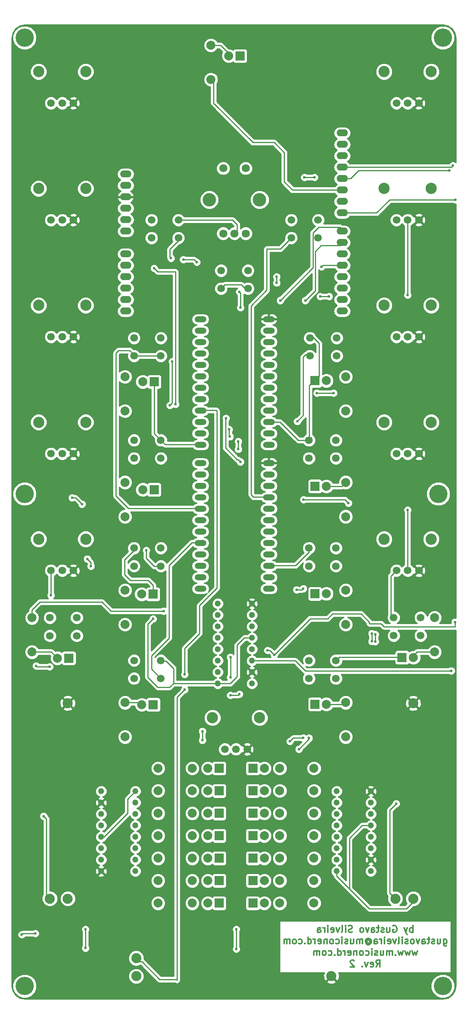
<source format=gbr>
G04 #@! TF.FileFunction,Copper,L2,Bot,Signal*
%FSLAX46Y46*%
G04 Gerber Fmt 4.6, Leading zero omitted, Abs format (unit mm)*
G04 Created by KiCad (PCBNEW 4.0.6) date Friday, April 27, 2018 'PMt' 06:23:04 PM*
%MOMM*%
%LPD*%
G01*
G04 APERTURE LIST*
%ADD10C,0.100000*%
%ADD11C,0.300000*%
%ADD12C,4.064000*%
%ADD13C,1.800000*%
%ADD14C,3.000000*%
%ADD15C,2.500000*%
%ADD16C,1.700000*%
%ADD17R,2.000000X2.000000*%
%ADD18C,2.000000*%
%ADD19C,1.998980*%
%ADD20O,2.540000X1.524000*%
%ADD21C,1.320800*%
%ADD22O,2.641600X1.320800*%
%ADD23C,2.247900*%
%ADD24C,0.600000*%
%ADD25C,0.250000*%
%ADD26C,0.254000*%
G04 APERTURE END LIST*
D10*
D11*
X144907142Y-197253571D02*
X144907142Y-195753571D01*
X144907142Y-196325000D02*
X144764285Y-196253571D01*
X144478571Y-196253571D01*
X144335714Y-196325000D01*
X144264285Y-196396429D01*
X144192856Y-196539286D01*
X144192856Y-196967857D01*
X144264285Y-197110714D01*
X144335714Y-197182143D01*
X144478571Y-197253571D01*
X144764285Y-197253571D01*
X144907142Y-197182143D01*
X143692856Y-196253571D02*
X143335713Y-197253571D01*
X142978571Y-196253571D02*
X143335713Y-197253571D01*
X143478571Y-197610714D01*
X143549999Y-197682143D01*
X143692856Y-197753571D01*
X140478571Y-195825000D02*
X140621428Y-195753571D01*
X140835714Y-195753571D01*
X141049999Y-195825000D01*
X141192857Y-195967857D01*
X141264285Y-196110714D01*
X141335714Y-196396429D01*
X141335714Y-196610714D01*
X141264285Y-196896429D01*
X141192857Y-197039286D01*
X141049999Y-197182143D01*
X140835714Y-197253571D01*
X140692857Y-197253571D01*
X140478571Y-197182143D01*
X140407142Y-197110714D01*
X140407142Y-196610714D01*
X140692857Y-196610714D01*
X139121428Y-196253571D02*
X139121428Y-197253571D01*
X139764285Y-196253571D02*
X139764285Y-197039286D01*
X139692857Y-197182143D01*
X139549999Y-197253571D01*
X139335714Y-197253571D01*
X139192857Y-197182143D01*
X139121428Y-197110714D01*
X138478571Y-197182143D02*
X138335714Y-197253571D01*
X138049999Y-197253571D01*
X137907142Y-197182143D01*
X137835714Y-197039286D01*
X137835714Y-196967857D01*
X137907142Y-196825000D01*
X138049999Y-196753571D01*
X138264285Y-196753571D01*
X138407142Y-196682143D01*
X138478571Y-196539286D01*
X138478571Y-196467857D01*
X138407142Y-196325000D01*
X138264285Y-196253571D01*
X138049999Y-196253571D01*
X137907142Y-196325000D01*
X137407142Y-196253571D02*
X136835713Y-196253571D01*
X137192856Y-195753571D02*
X137192856Y-197039286D01*
X137121428Y-197182143D01*
X136978570Y-197253571D01*
X136835713Y-197253571D01*
X135692856Y-197253571D02*
X135692856Y-196467857D01*
X135764285Y-196325000D01*
X135907142Y-196253571D01*
X136192856Y-196253571D01*
X136335713Y-196325000D01*
X135692856Y-197182143D02*
X135835713Y-197253571D01*
X136192856Y-197253571D01*
X136335713Y-197182143D01*
X136407142Y-197039286D01*
X136407142Y-196896429D01*
X136335713Y-196753571D01*
X136192856Y-196682143D01*
X135835713Y-196682143D01*
X135692856Y-196610714D01*
X135121427Y-196253571D02*
X134764284Y-197253571D01*
X134407142Y-196253571D01*
X133621427Y-197253571D02*
X133764285Y-197182143D01*
X133835713Y-197110714D01*
X133907142Y-196967857D01*
X133907142Y-196539286D01*
X133835713Y-196396429D01*
X133764285Y-196325000D01*
X133621427Y-196253571D01*
X133407142Y-196253571D01*
X133264285Y-196325000D01*
X133192856Y-196396429D01*
X133121427Y-196539286D01*
X133121427Y-196967857D01*
X133192856Y-197110714D01*
X133264285Y-197182143D01*
X133407142Y-197253571D01*
X133621427Y-197253571D01*
X131407142Y-197182143D02*
X131192856Y-197253571D01*
X130835713Y-197253571D01*
X130692856Y-197182143D01*
X130621427Y-197110714D01*
X130549999Y-196967857D01*
X130549999Y-196825000D01*
X130621427Y-196682143D01*
X130692856Y-196610714D01*
X130835713Y-196539286D01*
X131121427Y-196467857D01*
X131264285Y-196396429D01*
X131335713Y-196325000D01*
X131407142Y-196182143D01*
X131407142Y-196039286D01*
X131335713Y-195896429D01*
X131264285Y-195825000D01*
X131121427Y-195753571D01*
X130764285Y-195753571D01*
X130549999Y-195825000D01*
X129907142Y-197253571D02*
X129907142Y-196253571D01*
X129907142Y-195753571D02*
X129978571Y-195825000D01*
X129907142Y-195896429D01*
X129835714Y-195825000D01*
X129907142Y-195753571D01*
X129907142Y-195896429D01*
X128978570Y-197253571D02*
X129121428Y-197182143D01*
X129192856Y-197039286D01*
X129192856Y-195753571D01*
X128549999Y-196253571D02*
X128192856Y-197253571D01*
X127835714Y-196253571D01*
X126692857Y-197182143D02*
X126835714Y-197253571D01*
X127121428Y-197253571D01*
X127264285Y-197182143D01*
X127335714Y-197039286D01*
X127335714Y-196467857D01*
X127264285Y-196325000D01*
X127121428Y-196253571D01*
X126835714Y-196253571D01*
X126692857Y-196325000D01*
X126621428Y-196467857D01*
X126621428Y-196610714D01*
X127335714Y-196753571D01*
X125978571Y-197253571D02*
X125978571Y-196253571D01*
X125978571Y-195753571D02*
X126050000Y-195825000D01*
X125978571Y-195896429D01*
X125907143Y-195825000D01*
X125978571Y-195753571D01*
X125978571Y-195896429D01*
X125264285Y-197253571D02*
X125264285Y-196253571D01*
X125264285Y-196539286D02*
X125192857Y-196396429D01*
X125121428Y-196325000D01*
X124978571Y-196253571D01*
X124835714Y-196253571D01*
X123692857Y-197253571D02*
X123692857Y-196467857D01*
X123764286Y-196325000D01*
X123907143Y-196253571D01*
X124192857Y-196253571D01*
X124335714Y-196325000D01*
X123692857Y-197182143D02*
X123835714Y-197253571D01*
X124192857Y-197253571D01*
X124335714Y-197182143D01*
X124407143Y-197039286D01*
X124407143Y-196896429D01*
X124335714Y-196753571D01*
X124192857Y-196682143D01*
X123835714Y-196682143D01*
X123692857Y-196610714D01*
X151764286Y-198803571D02*
X151764286Y-200017857D01*
X151835715Y-200160714D01*
X151907143Y-200232143D01*
X152050000Y-200303571D01*
X152264286Y-200303571D01*
X152407143Y-200232143D01*
X151764286Y-199732143D02*
X151907143Y-199803571D01*
X152192857Y-199803571D01*
X152335715Y-199732143D01*
X152407143Y-199660714D01*
X152478572Y-199517857D01*
X152478572Y-199089286D01*
X152407143Y-198946429D01*
X152335715Y-198875000D01*
X152192857Y-198803571D01*
X151907143Y-198803571D01*
X151764286Y-198875000D01*
X150407143Y-198803571D02*
X150407143Y-199803571D01*
X151050000Y-198803571D02*
X151050000Y-199589286D01*
X150978572Y-199732143D01*
X150835714Y-199803571D01*
X150621429Y-199803571D01*
X150478572Y-199732143D01*
X150407143Y-199660714D01*
X149764286Y-199732143D02*
X149621429Y-199803571D01*
X149335714Y-199803571D01*
X149192857Y-199732143D01*
X149121429Y-199589286D01*
X149121429Y-199517857D01*
X149192857Y-199375000D01*
X149335714Y-199303571D01*
X149550000Y-199303571D01*
X149692857Y-199232143D01*
X149764286Y-199089286D01*
X149764286Y-199017857D01*
X149692857Y-198875000D01*
X149550000Y-198803571D01*
X149335714Y-198803571D01*
X149192857Y-198875000D01*
X148692857Y-198803571D02*
X148121428Y-198803571D01*
X148478571Y-198303571D02*
X148478571Y-199589286D01*
X148407143Y-199732143D01*
X148264285Y-199803571D01*
X148121428Y-199803571D01*
X146978571Y-199803571D02*
X146978571Y-199017857D01*
X147050000Y-198875000D01*
X147192857Y-198803571D01*
X147478571Y-198803571D01*
X147621428Y-198875000D01*
X146978571Y-199732143D02*
X147121428Y-199803571D01*
X147478571Y-199803571D01*
X147621428Y-199732143D01*
X147692857Y-199589286D01*
X147692857Y-199446429D01*
X147621428Y-199303571D01*
X147478571Y-199232143D01*
X147121428Y-199232143D01*
X146978571Y-199160714D01*
X146407142Y-198803571D02*
X146049999Y-199803571D01*
X145692857Y-198803571D01*
X144907142Y-199803571D02*
X145050000Y-199732143D01*
X145121428Y-199660714D01*
X145192857Y-199517857D01*
X145192857Y-199089286D01*
X145121428Y-198946429D01*
X145050000Y-198875000D01*
X144907142Y-198803571D01*
X144692857Y-198803571D01*
X144550000Y-198875000D01*
X144478571Y-198946429D01*
X144407142Y-199089286D01*
X144407142Y-199517857D01*
X144478571Y-199660714D01*
X144550000Y-199732143D01*
X144692857Y-199803571D01*
X144907142Y-199803571D01*
X143835714Y-199732143D02*
X143692857Y-199803571D01*
X143407142Y-199803571D01*
X143264285Y-199732143D01*
X143192857Y-199589286D01*
X143192857Y-199517857D01*
X143264285Y-199375000D01*
X143407142Y-199303571D01*
X143621428Y-199303571D01*
X143764285Y-199232143D01*
X143835714Y-199089286D01*
X143835714Y-199017857D01*
X143764285Y-198875000D01*
X143621428Y-198803571D01*
X143407142Y-198803571D01*
X143264285Y-198875000D01*
X142549999Y-199803571D02*
X142549999Y-198803571D01*
X142549999Y-198303571D02*
X142621428Y-198375000D01*
X142549999Y-198446429D01*
X142478571Y-198375000D01*
X142549999Y-198303571D01*
X142549999Y-198446429D01*
X141621427Y-199803571D02*
X141764285Y-199732143D01*
X141835713Y-199589286D01*
X141835713Y-198303571D01*
X141192856Y-198803571D02*
X140835713Y-199803571D01*
X140478571Y-198803571D01*
X139335714Y-199732143D02*
X139478571Y-199803571D01*
X139764285Y-199803571D01*
X139907142Y-199732143D01*
X139978571Y-199589286D01*
X139978571Y-199017857D01*
X139907142Y-198875000D01*
X139764285Y-198803571D01*
X139478571Y-198803571D01*
X139335714Y-198875000D01*
X139264285Y-199017857D01*
X139264285Y-199160714D01*
X139978571Y-199303571D01*
X138621428Y-199803571D02*
X138621428Y-198803571D01*
X138621428Y-198303571D02*
X138692857Y-198375000D01*
X138621428Y-198446429D01*
X138550000Y-198375000D01*
X138621428Y-198303571D01*
X138621428Y-198446429D01*
X137907142Y-199803571D02*
X137907142Y-198803571D01*
X137907142Y-199089286D02*
X137835714Y-198946429D01*
X137764285Y-198875000D01*
X137621428Y-198803571D01*
X137478571Y-198803571D01*
X136335714Y-199803571D02*
X136335714Y-199017857D01*
X136407143Y-198875000D01*
X136550000Y-198803571D01*
X136835714Y-198803571D01*
X136978571Y-198875000D01*
X136335714Y-199732143D02*
X136478571Y-199803571D01*
X136835714Y-199803571D01*
X136978571Y-199732143D01*
X137050000Y-199589286D01*
X137050000Y-199446429D01*
X136978571Y-199303571D01*
X136835714Y-199232143D01*
X136478571Y-199232143D01*
X136335714Y-199160714D01*
X134692857Y-199089286D02*
X134764285Y-199017857D01*
X134907142Y-198946429D01*
X135050000Y-198946429D01*
X135192857Y-199017857D01*
X135264285Y-199089286D01*
X135335714Y-199232143D01*
X135335714Y-199375000D01*
X135264285Y-199517857D01*
X135192857Y-199589286D01*
X135050000Y-199660714D01*
X134907142Y-199660714D01*
X134764285Y-199589286D01*
X134692857Y-199517857D01*
X134692857Y-198946429D02*
X134692857Y-199517857D01*
X134621428Y-199589286D01*
X134550000Y-199589286D01*
X134407142Y-199517857D01*
X134335714Y-199375000D01*
X134335714Y-199017857D01*
X134478571Y-198803571D01*
X134692857Y-198660714D01*
X134978571Y-198589286D01*
X135264285Y-198660714D01*
X135478571Y-198803571D01*
X135621428Y-199017857D01*
X135692857Y-199303571D01*
X135621428Y-199589286D01*
X135478571Y-199803571D01*
X135264285Y-199946429D01*
X134978571Y-200017857D01*
X134692857Y-199946429D01*
X134478571Y-199803571D01*
X133692857Y-199803571D02*
X133692857Y-198803571D01*
X133692857Y-198946429D02*
X133621429Y-198875000D01*
X133478571Y-198803571D01*
X133264286Y-198803571D01*
X133121429Y-198875000D01*
X133050000Y-199017857D01*
X133050000Y-199803571D01*
X133050000Y-199017857D02*
X132978571Y-198875000D01*
X132835714Y-198803571D01*
X132621429Y-198803571D01*
X132478571Y-198875000D01*
X132407143Y-199017857D01*
X132407143Y-199803571D01*
X131050000Y-198803571D02*
X131050000Y-199803571D01*
X131692857Y-198803571D02*
X131692857Y-199589286D01*
X131621429Y-199732143D01*
X131478571Y-199803571D01*
X131264286Y-199803571D01*
X131121429Y-199732143D01*
X131050000Y-199660714D01*
X130407143Y-199732143D02*
X130264286Y-199803571D01*
X129978571Y-199803571D01*
X129835714Y-199732143D01*
X129764286Y-199589286D01*
X129764286Y-199517857D01*
X129835714Y-199375000D01*
X129978571Y-199303571D01*
X130192857Y-199303571D01*
X130335714Y-199232143D01*
X130407143Y-199089286D01*
X130407143Y-199017857D01*
X130335714Y-198875000D01*
X130192857Y-198803571D01*
X129978571Y-198803571D01*
X129835714Y-198875000D01*
X129121428Y-199803571D02*
X129121428Y-198803571D01*
X129121428Y-198303571D02*
X129192857Y-198375000D01*
X129121428Y-198446429D01*
X129050000Y-198375000D01*
X129121428Y-198303571D01*
X129121428Y-198446429D01*
X127764285Y-199732143D02*
X127907142Y-199803571D01*
X128192856Y-199803571D01*
X128335714Y-199732143D01*
X128407142Y-199660714D01*
X128478571Y-199517857D01*
X128478571Y-199089286D01*
X128407142Y-198946429D01*
X128335714Y-198875000D01*
X128192856Y-198803571D01*
X127907142Y-198803571D01*
X127764285Y-198875000D01*
X126907142Y-199803571D02*
X127050000Y-199732143D01*
X127121428Y-199660714D01*
X127192857Y-199517857D01*
X127192857Y-199089286D01*
X127121428Y-198946429D01*
X127050000Y-198875000D01*
X126907142Y-198803571D01*
X126692857Y-198803571D01*
X126550000Y-198875000D01*
X126478571Y-198946429D01*
X126407142Y-199089286D01*
X126407142Y-199517857D01*
X126478571Y-199660714D01*
X126550000Y-199732143D01*
X126692857Y-199803571D01*
X126907142Y-199803571D01*
X125764285Y-198803571D02*
X125764285Y-199803571D01*
X125764285Y-198946429D02*
X125692857Y-198875000D01*
X125549999Y-198803571D01*
X125335714Y-198803571D01*
X125192857Y-198875000D01*
X125121428Y-199017857D01*
X125121428Y-199803571D01*
X123835714Y-199732143D02*
X123978571Y-199803571D01*
X124264285Y-199803571D01*
X124407142Y-199732143D01*
X124478571Y-199589286D01*
X124478571Y-199017857D01*
X124407142Y-198875000D01*
X124264285Y-198803571D01*
X123978571Y-198803571D01*
X123835714Y-198875000D01*
X123764285Y-199017857D01*
X123764285Y-199160714D01*
X124478571Y-199303571D01*
X123121428Y-199803571D02*
X123121428Y-198803571D01*
X123121428Y-199089286D02*
X123050000Y-198946429D01*
X122978571Y-198875000D01*
X122835714Y-198803571D01*
X122692857Y-198803571D01*
X121550000Y-199803571D02*
X121550000Y-198303571D01*
X121550000Y-199732143D02*
X121692857Y-199803571D01*
X121978571Y-199803571D01*
X122121429Y-199732143D01*
X122192857Y-199660714D01*
X122264286Y-199517857D01*
X122264286Y-199089286D01*
X122192857Y-198946429D01*
X122121429Y-198875000D01*
X121978571Y-198803571D01*
X121692857Y-198803571D01*
X121550000Y-198875000D01*
X120835714Y-199660714D02*
X120764286Y-199732143D01*
X120835714Y-199803571D01*
X120907143Y-199732143D01*
X120835714Y-199660714D01*
X120835714Y-199803571D01*
X119478571Y-199732143D02*
X119621428Y-199803571D01*
X119907142Y-199803571D01*
X120050000Y-199732143D01*
X120121428Y-199660714D01*
X120192857Y-199517857D01*
X120192857Y-199089286D01*
X120121428Y-198946429D01*
X120050000Y-198875000D01*
X119907142Y-198803571D01*
X119621428Y-198803571D01*
X119478571Y-198875000D01*
X118621428Y-199803571D02*
X118764286Y-199732143D01*
X118835714Y-199660714D01*
X118907143Y-199517857D01*
X118907143Y-199089286D01*
X118835714Y-198946429D01*
X118764286Y-198875000D01*
X118621428Y-198803571D01*
X118407143Y-198803571D01*
X118264286Y-198875000D01*
X118192857Y-198946429D01*
X118121428Y-199089286D01*
X118121428Y-199517857D01*
X118192857Y-199660714D01*
X118264286Y-199732143D01*
X118407143Y-199803571D01*
X118621428Y-199803571D01*
X117478571Y-199803571D02*
X117478571Y-198803571D01*
X117478571Y-198946429D02*
X117407143Y-198875000D01*
X117264285Y-198803571D01*
X117050000Y-198803571D01*
X116907143Y-198875000D01*
X116835714Y-199017857D01*
X116835714Y-199803571D01*
X116835714Y-199017857D02*
X116764285Y-198875000D01*
X116621428Y-198803571D01*
X116407143Y-198803571D01*
X116264285Y-198875000D01*
X116192857Y-199017857D01*
X116192857Y-199803571D01*
X145907143Y-201353571D02*
X145621429Y-202353571D01*
X145335715Y-201639286D01*
X145050000Y-202353571D01*
X144764286Y-201353571D01*
X144335714Y-201353571D02*
X144050000Y-202353571D01*
X143764286Y-201639286D01*
X143478571Y-202353571D01*
X143192857Y-201353571D01*
X142764285Y-201353571D02*
X142478571Y-202353571D01*
X142192857Y-201639286D01*
X141907142Y-202353571D01*
X141621428Y-201353571D01*
X141049999Y-202210714D02*
X140978571Y-202282143D01*
X141049999Y-202353571D01*
X141121428Y-202282143D01*
X141049999Y-202210714D01*
X141049999Y-202353571D01*
X140335713Y-202353571D02*
X140335713Y-201353571D01*
X140335713Y-201496429D02*
X140264285Y-201425000D01*
X140121427Y-201353571D01*
X139907142Y-201353571D01*
X139764285Y-201425000D01*
X139692856Y-201567857D01*
X139692856Y-202353571D01*
X139692856Y-201567857D02*
X139621427Y-201425000D01*
X139478570Y-201353571D01*
X139264285Y-201353571D01*
X139121427Y-201425000D01*
X139049999Y-201567857D01*
X139049999Y-202353571D01*
X137692856Y-201353571D02*
X137692856Y-202353571D01*
X138335713Y-201353571D02*
X138335713Y-202139286D01*
X138264285Y-202282143D01*
X138121427Y-202353571D01*
X137907142Y-202353571D01*
X137764285Y-202282143D01*
X137692856Y-202210714D01*
X137049999Y-202282143D02*
X136907142Y-202353571D01*
X136621427Y-202353571D01*
X136478570Y-202282143D01*
X136407142Y-202139286D01*
X136407142Y-202067857D01*
X136478570Y-201925000D01*
X136621427Y-201853571D01*
X136835713Y-201853571D01*
X136978570Y-201782143D01*
X137049999Y-201639286D01*
X137049999Y-201567857D01*
X136978570Y-201425000D01*
X136835713Y-201353571D01*
X136621427Y-201353571D01*
X136478570Y-201425000D01*
X135764284Y-202353571D02*
X135764284Y-201353571D01*
X135764284Y-200853571D02*
X135835713Y-200925000D01*
X135764284Y-200996429D01*
X135692856Y-200925000D01*
X135764284Y-200853571D01*
X135764284Y-200996429D01*
X134407141Y-202282143D02*
X134549998Y-202353571D01*
X134835712Y-202353571D01*
X134978570Y-202282143D01*
X135049998Y-202210714D01*
X135121427Y-202067857D01*
X135121427Y-201639286D01*
X135049998Y-201496429D01*
X134978570Y-201425000D01*
X134835712Y-201353571D01*
X134549998Y-201353571D01*
X134407141Y-201425000D01*
X133549998Y-202353571D02*
X133692856Y-202282143D01*
X133764284Y-202210714D01*
X133835713Y-202067857D01*
X133835713Y-201639286D01*
X133764284Y-201496429D01*
X133692856Y-201425000D01*
X133549998Y-201353571D01*
X133335713Y-201353571D01*
X133192856Y-201425000D01*
X133121427Y-201496429D01*
X133049998Y-201639286D01*
X133049998Y-202067857D01*
X133121427Y-202210714D01*
X133192856Y-202282143D01*
X133335713Y-202353571D01*
X133549998Y-202353571D01*
X132407141Y-201353571D02*
X132407141Y-202353571D01*
X132407141Y-201496429D02*
X132335713Y-201425000D01*
X132192855Y-201353571D01*
X131978570Y-201353571D01*
X131835713Y-201425000D01*
X131764284Y-201567857D01*
X131764284Y-202353571D01*
X130478570Y-202282143D02*
X130621427Y-202353571D01*
X130907141Y-202353571D01*
X131049998Y-202282143D01*
X131121427Y-202139286D01*
X131121427Y-201567857D01*
X131049998Y-201425000D01*
X130907141Y-201353571D01*
X130621427Y-201353571D01*
X130478570Y-201425000D01*
X130407141Y-201567857D01*
X130407141Y-201710714D01*
X131121427Y-201853571D01*
X129764284Y-202353571D02*
X129764284Y-201353571D01*
X129764284Y-201639286D02*
X129692856Y-201496429D01*
X129621427Y-201425000D01*
X129478570Y-201353571D01*
X129335713Y-201353571D01*
X128192856Y-202353571D02*
X128192856Y-200853571D01*
X128192856Y-202282143D02*
X128335713Y-202353571D01*
X128621427Y-202353571D01*
X128764285Y-202282143D01*
X128835713Y-202210714D01*
X128907142Y-202067857D01*
X128907142Y-201639286D01*
X128835713Y-201496429D01*
X128764285Y-201425000D01*
X128621427Y-201353571D01*
X128335713Y-201353571D01*
X128192856Y-201425000D01*
X127478570Y-202210714D02*
X127407142Y-202282143D01*
X127478570Y-202353571D01*
X127549999Y-202282143D01*
X127478570Y-202210714D01*
X127478570Y-202353571D01*
X126121427Y-202282143D02*
X126264284Y-202353571D01*
X126549998Y-202353571D01*
X126692856Y-202282143D01*
X126764284Y-202210714D01*
X126835713Y-202067857D01*
X126835713Y-201639286D01*
X126764284Y-201496429D01*
X126692856Y-201425000D01*
X126549998Y-201353571D01*
X126264284Y-201353571D01*
X126121427Y-201425000D01*
X125264284Y-202353571D02*
X125407142Y-202282143D01*
X125478570Y-202210714D01*
X125549999Y-202067857D01*
X125549999Y-201639286D01*
X125478570Y-201496429D01*
X125407142Y-201425000D01*
X125264284Y-201353571D01*
X125049999Y-201353571D01*
X124907142Y-201425000D01*
X124835713Y-201496429D01*
X124764284Y-201639286D01*
X124764284Y-202067857D01*
X124835713Y-202210714D01*
X124907142Y-202282143D01*
X125049999Y-202353571D01*
X125264284Y-202353571D01*
X124121427Y-202353571D02*
X124121427Y-201353571D01*
X124121427Y-201496429D02*
X124049999Y-201425000D01*
X123907141Y-201353571D01*
X123692856Y-201353571D01*
X123549999Y-201425000D01*
X123478570Y-201567857D01*
X123478570Y-202353571D01*
X123478570Y-201567857D02*
X123407141Y-201425000D01*
X123264284Y-201353571D01*
X123049999Y-201353571D01*
X122907141Y-201425000D01*
X122835713Y-201567857D01*
X122835713Y-202353571D01*
X136692856Y-204903571D02*
X137192856Y-204189286D01*
X137549999Y-204903571D02*
X137549999Y-203403571D01*
X136978571Y-203403571D01*
X136835713Y-203475000D01*
X136764285Y-203546429D01*
X136692856Y-203689286D01*
X136692856Y-203903571D01*
X136764285Y-204046429D01*
X136835713Y-204117857D01*
X136978571Y-204189286D01*
X137549999Y-204189286D01*
X135478571Y-204832143D02*
X135621428Y-204903571D01*
X135907142Y-204903571D01*
X136049999Y-204832143D01*
X136121428Y-204689286D01*
X136121428Y-204117857D01*
X136049999Y-203975000D01*
X135907142Y-203903571D01*
X135621428Y-203903571D01*
X135478571Y-203975000D01*
X135407142Y-204117857D01*
X135407142Y-204260714D01*
X136121428Y-204403571D01*
X134907142Y-203903571D02*
X134549999Y-204903571D01*
X134192857Y-203903571D01*
X133621428Y-204760714D02*
X133550000Y-204832143D01*
X133621428Y-204903571D01*
X133692857Y-204832143D01*
X133621428Y-204760714D01*
X133621428Y-204903571D01*
X131835714Y-203546429D02*
X131764285Y-203475000D01*
X131621428Y-203403571D01*
X131264285Y-203403571D01*
X131121428Y-203475000D01*
X131049999Y-203546429D01*
X130978571Y-203689286D01*
X130978571Y-203832143D01*
X131049999Y-204046429D01*
X131907142Y-204903571D01*
X130978571Y-204903571D01*
D12*
X58400000Y-99700000D03*
X150600000Y-99700000D03*
X58400000Y-209200000D03*
X151600000Y-209200000D03*
X151600000Y1800000D03*
D13*
X102650000Y-27250000D03*
X102650000Y-41750000D03*
X105150000Y-41750000D03*
X107650000Y-41750000D03*
X107650000Y-27250000D03*
D14*
X110750000Y-34250000D03*
X99550000Y-34250000D03*
D15*
X149000000Y-57750000D03*
D16*
X143750000Y-64750000D03*
X146250000Y-64750000D03*
X141250000Y-64750000D03*
D15*
X138500000Y-57750000D03*
D16*
X70000000Y-131250000D03*
X64000000Y-131250000D03*
X70000000Y-127250000D03*
X64000000Y-127250000D03*
X88750000Y-140750000D03*
X82750000Y-140750000D03*
X88750000Y-136750000D03*
X82750000Y-136750000D03*
X88750000Y-115750000D03*
X82750000Y-115750000D03*
X88750000Y-111750000D03*
X82750000Y-111750000D03*
X88750000Y-91750000D03*
X82750000Y-91750000D03*
X88750000Y-87750000D03*
X82750000Y-87750000D03*
X88750000Y-69000000D03*
X82750000Y-69000000D03*
X88750000Y-65000000D03*
X82750000Y-65000000D03*
X92650000Y-42750000D03*
X86650000Y-42750000D03*
X92650000Y-38750000D03*
X86650000Y-38750000D03*
X146650000Y-131200000D03*
X140650000Y-131200000D03*
X146650000Y-127200000D03*
X140650000Y-127200000D03*
X127750000Y-140750000D03*
X121750000Y-140750000D03*
X127750000Y-136750000D03*
X121750000Y-136750000D03*
X127750000Y-115750000D03*
X121750000Y-115750000D03*
X127750000Y-111750000D03*
X121750000Y-111750000D03*
X127750000Y-91750000D03*
X121750000Y-91750000D03*
X127750000Y-87750000D03*
X121750000Y-87750000D03*
X127950000Y-69000000D03*
X121950000Y-69000000D03*
X127950000Y-65000000D03*
X121950000Y-65000000D03*
X123800000Y-42750000D03*
X117800000Y-42750000D03*
X123800000Y-38750000D03*
X117800000Y-38750000D03*
X108150000Y-54000000D03*
X102150000Y-54000000D03*
X108150000Y-50000000D03*
X102150000Y-50000000D03*
D17*
X68250000Y-136250000D03*
D18*
X65710000Y-136250000D03*
D17*
X87050000Y-146600000D03*
D18*
X84510000Y-146600000D03*
D17*
X87000000Y-122000000D03*
D18*
X84460000Y-122000000D03*
D17*
X87250000Y-98750000D03*
D18*
X84710000Y-98750000D03*
D17*
X87250000Y-74750000D03*
D18*
X84710000Y-74750000D03*
D17*
X106400000Y-2250000D03*
D18*
X103860000Y-2250000D03*
D17*
X142500000Y-136100000D03*
D18*
X145040000Y-136100000D03*
D17*
X123100000Y-146500000D03*
D18*
X125640000Y-146500000D03*
D17*
X123100000Y-121900000D03*
D18*
X125640000Y-121900000D03*
D17*
X123100000Y-98000000D03*
D18*
X125640000Y-98000000D03*
D17*
X123100000Y-74500000D03*
D18*
X125640000Y-74500000D03*
D15*
X72000000Y-109750000D03*
D16*
X66750000Y-116750000D03*
X69250000Y-116750000D03*
X64250000Y-116750000D03*
D15*
X61500000Y-109750000D03*
X72000000Y-83750000D03*
D16*
X66750000Y-90750000D03*
X69250000Y-90750000D03*
X64250000Y-90750000D03*
D15*
X61500000Y-83750000D03*
X72000000Y-57750000D03*
D16*
X66750000Y-64750000D03*
X69250000Y-64750000D03*
X64250000Y-64750000D03*
D15*
X61500000Y-57750000D03*
X72000000Y-31750000D03*
D16*
X66750000Y-38750000D03*
X69250000Y-38750000D03*
X64250000Y-38750000D03*
D15*
X61500000Y-31750000D03*
X72000000Y-5750000D03*
D16*
X66750000Y-12750000D03*
X69250000Y-12750000D03*
X64250000Y-12750000D03*
D15*
X61500000Y-5750000D03*
X110750000Y-149500000D03*
D16*
X105500000Y-156500000D03*
X108000000Y-156500000D03*
X103000000Y-156500000D03*
D15*
X100250000Y-149500000D03*
X149000000Y-109750000D03*
D16*
X143750000Y-116750000D03*
X146250000Y-116750000D03*
X141250000Y-116750000D03*
D15*
X138500000Y-109750000D03*
X149000000Y-83750000D03*
D16*
X143750000Y-90750000D03*
X146250000Y-90750000D03*
X141250000Y-90750000D03*
D15*
X138500000Y-83750000D03*
X149000000Y-31750000D03*
D16*
X143750000Y-38750000D03*
X146250000Y-38750000D03*
X141250000Y-38750000D03*
D15*
X138500000Y-31750000D03*
X149000000Y-5750000D03*
D16*
X143750000Y-12750000D03*
X146250000Y-12750000D03*
X141250000Y-12750000D03*
D15*
X138500000Y-5750000D03*
D19*
X60000000Y-127250000D03*
X60000000Y-134870000D03*
X80750000Y-153750000D03*
X80750000Y-146130000D03*
X80750000Y-128750000D03*
X80750000Y-121130000D03*
X80750000Y-104750000D03*
X80750000Y-97130000D03*
X80750000Y-81250000D03*
X80750000Y-73630000D03*
X99900000Y-7500000D03*
X99900000Y120000D03*
X149750000Y-127250000D03*
X149750000Y-134870000D03*
X129950000Y-153750000D03*
X129950000Y-146130000D03*
X129950000Y-128750000D03*
X129950000Y-121130000D03*
X129950000Y-104750000D03*
X129950000Y-97130000D03*
X129950000Y-81250000D03*
X129950000Y-73630000D03*
X95750000Y-190750000D03*
X88130000Y-190750000D03*
X95750000Y-185750000D03*
X88130000Y-185750000D03*
X95750000Y-180750000D03*
X88130000Y-180750000D03*
X95750000Y-175750000D03*
X88130000Y-175750000D03*
X95750000Y-170750000D03*
X88130000Y-170750000D03*
X95750000Y-165750000D03*
X88130000Y-165750000D03*
X95750000Y-160750000D03*
X88130000Y-160750000D03*
X115250000Y-190750000D03*
X122870000Y-190750000D03*
X115250000Y-185750000D03*
X122870000Y-185750000D03*
X115250000Y-180750000D03*
X122870000Y-180750000D03*
X115250000Y-175750000D03*
X122870000Y-175750000D03*
X115250000Y-170750000D03*
X122870000Y-170750000D03*
X115250000Y-165750000D03*
X122870000Y-165750000D03*
X115250000Y-160750000D03*
X122870000Y-160750000D03*
D20*
X80890000Y-59000000D03*
X80890000Y-56460000D03*
X80890000Y-53920000D03*
X80890000Y-46300000D03*
X80890000Y-48840000D03*
X80890000Y-51380000D03*
X80890000Y-41220000D03*
X80890000Y-38680000D03*
X80890000Y-36140000D03*
X80890000Y-31060000D03*
X80890000Y-28520000D03*
X129150000Y-59000000D03*
X129150000Y-56460000D03*
X129150000Y-53920000D03*
X129150000Y-51380000D03*
X129150000Y-48840000D03*
X129150000Y-46300000D03*
X129150000Y-43760000D03*
X129150000Y-41220000D03*
X129150000Y-37156000D03*
X129150000Y-34616000D03*
X129150000Y-32076000D03*
X129150000Y-29536000D03*
X129150000Y-26996000D03*
X129150000Y-24456000D03*
X129150000Y-21916000D03*
X129150000Y-19376000D03*
X80890000Y-33600000D03*
D17*
X101750000Y-190750000D03*
D18*
X99210000Y-190750000D03*
D17*
X101750000Y-185750000D03*
D18*
X99210000Y-185750000D03*
D17*
X101750000Y-180750000D03*
D18*
X99210000Y-180750000D03*
D17*
X101750000Y-175750000D03*
D18*
X99210000Y-175750000D03*
D17*
X101750000Y-170750000D03*
D18*
X99210000Y-170750000D03*
D17*
X101750000Y-165750000D03*
D18*
X99210000Y-165750000D03*
D17*
X101750000Y-160750000D03*
D18*
X99210000Y-160750000D03*
D17*
X109250000Y-190750000D03*
D18*
X111790000Y-190750000D03*
D17*
X109250000Y-185750000D03*
D18*
X111790000Y-185750000D03*
D17*
X109250000Y-180750000D03*
D18*
X111790000Y-180750000D03*
D17*
X109250000Y-175750000D03*
D18*
X111790000Y-175750000D03*
D17*
X109250000Y-170750000D03*
D18*
X111790000Y-170750000D03*
D17*
X109250000Y-165750000D03*
D18*
X111790000Y-165750000D03*
D17*
X109250000Y-160750000D03*
D18*
X111790000Y-160750000D03*
D21*
X101440000Y-124110000D03*
X101440000Y-126650000D03*
X101440000Y-129190000D03*
X101440000Y-131730000D03*
X101440000Y-134270000D03*
X101440000Y-136810000D03*
X101440000Y-139350000D03*
X101440000Y-141890000D03*
X109060000Y-141890000D03*
X109060000Y-139350000D03*
X109060000Y-136810000D03*
X109060000Y-134270000D03*
X109060000Y-131730000D03*
X109060000Y-129190000D03*
X109060000Y-126650000D03*
X109060000Y-124110000D03*
X83060000Y-183640000D03*
X83060000Y-181100000D03*
X83060000Y-178560000D03*
X83060000Y-176020000D03*
X83060000Y-173480000D03*
X83060000Y-170940000D03*
X83060000Y-168400000D03*
X83060000Y-165860000D03*
X75440000Y-165860000D03*
X75440000Y-168400000D03*
X75440000Y-170940000D03*
X75440000Y-173480000D03*
X75440000Y-176020000D03*
X75440000Y-178560000D03*
X75440000Y-181100000D03*
X75440000Y-183640000D03*
X127940000Y-165860000D03*
X127940000Y-168400000D03*
X127940000Y-170940000D03*
X127940000Y-173480000D03*
X127940000Y-176020000D03*
X127940000Y-178560000D03*
X127940000Y-181100000D03*
X127940000Y-183640000D03*
X135560000Y-183640000D03*
X135560000Y-181100000D03*
X135560000Y-178560000D03*
X135560000Y-176020000D03*
X135560000Y-173480000D03*
X135560000Y-170940000D03*
X135560000Y-168400000D03*
X135560000Y-165860000D03*
D12*
X58400000Y1800000D03*
D22*
X97580000Y-92830000D03*
X97580000Y-95370000D03*
X97580000Y-97910000D03*
X97580000Y-100450000D03*
X97580000Y-102990000D03*
X97580000Y-105530000D03*
X97580000Y-108070000D03*
X97580000Y-110610000D03*
X97580000Y-113150000D03*
X97580000Y-115690000D03*
X97580000Y-118230000D03*
X97580000Y-120770000D03*
X112820000Y-120770000D03*
X112820000Y-118230000D03*
X112820000Y-115690000D03*
X112820000Y-113150000D03*
X112820000Y-110610000D03*
X112820000Y-108070000D03*
X112820000Y-105530000D03*
X112820000Y-102990000D03*
X112820000Y-100450000D03*
X112820000Y-97910000D03*
X112820000Y-95370000D03*
X112820000Y-92830000D03*
X97580000Y-60830000D03*
X97580000Y-63370000D03*
X97580000Y-65910000D03*
X97580000Y-68450000D03*
X97580000Y-70990000D03*
X97580000Y-73530000D03*
X97580000Y-76070000D03*
X97580000Y-78610000D03*
X97580000Y-81150000D03*
X97580000Y-83690000D03*
X97580000Y-86230000D03*
X97580000Y-88770000D03*
X112820000Y-88770000D03*
X112820000Y-86230000D03*
X112820000Y-83690000D03*
X112820000Y-81150000D03*
X112820000Y-78610000D03*
X112820000Y-76070000D03*
X112820000Y-73530000D03*
X112820000Y-70990000D03*
X112820000Y-68450000D03*
X112820000Y-65910000D03*
X112820000Y-63370000D03*
X112820000Y-60830000D03*
D23*
X144998980Y-146252520D03*
X144998980Y-189747480D03*
X141001020Y-189747480D03*
X67998980Y-146252520D03*
X67998980Y-189747480D03*
X64001020Y-189747480D03*
X126747480Y-206998980D03*
X83252520Y-206998980D03*
X83252520Y-203001020D03*
D24*
X87000000Y-127500000D03*
X64250000Y-122250000D03*
X98000000Y-154500000D03*
X98000000Y-152500000D03*
X63950000Y-138150000D03*
X60950000Y-137950000D03*
X68950000Y-100550000D03*
X71150000Y-101950000D03*
X136550000Y-130950000D03*
X136550000Y-132550000D03*
X72350000Y-114150000D03*
X73150000Y-115750000D03*
X60750000Y-197500000D03*
X57750000Y-197750000D03*
X119500000Y-156500000D03*
X121750000Y-154000000D03*
X135750000Y-130750000D03*
X135750000Y-132500000D03*
X104250000Y-140500000D03*
X104250000Y-136000000D03*
X120500000Y-154000000D03*
X117500000Y-154750000D03*
X89350000Y-125750000D03*
X85500000Y-112250000D03*
X119000000Y-121000000D03*
X120500000Y-120750000D03*
X90750000Y-80000000D03*
X91250000Y-70250000D03*
X91000000Y-47250000D03*
X119150000Y-83550000D03*
X106500000Y-58250000D03*
X106250000Y-54750000D03*
X120750000Y-29250000D03*
X123000000Y-29250000D03*
X141200000Y-168600000D03*
X130550000Y-101750000D03*
X120550000Y-100950000D03*
X62600000Y-171400000D03*
X143750000Y-103250000D03*
X127250000Y-77250000D03*
X123500000Y-77250000D03*
X143750000Y-55450000D03*
X103250000Y-82850000D03*
X106450000Y-92550000D03*
X105550000Y-196550000D03*
X105550000Y-200950000D03*
X94050000Y-139850000D03*
X94050000Y-143250000D03*
X92000000Y-79750000D03*
X87250000Y-49500000D03*
X104150000Y-86950000D03*
X103950000Y-85350000D03*
X124550000Y-49150000D03*
X114550000Y-52750000D03*
X114550000Y-51350000D03*
X124250000Y-55750000D03*
X126250000Y-55750000D03*
X115350000Y-56650000D03*
X120950000Y-56650000D03*
X106000000Y-88000000D03*
X106000000Y-89750000D03*
X154300000Y-128200000D03*
X154450000Y-34250000D03*
X112500000Y-134500000D03*
X114000000Y-135500000D03*
X93750000Y-47550000D03*
X96750000Y-48150000D03*
X153050000Y-27750000D03*
X71950000Y-196550000D03*
X71950000Y-200750000D03*
X153450000Y-139050000D03*
X153850000Y-26650000D03*
X104250000Y-144500000D03*
X106250000Y-144250000D03*
D25*
X140000000Y-126000000D02*
X140000000Y-126550000D01*
X140000000Y-126000000D02*
X140000000Y-119000000D01*
X141250000Y-116750000D02*
X140000000Y-118000000D01*
X140000000Y-119000000D02*
X140000000Y-118000000D01*
X140000000Y-126550000D02*
X140650000Y-127200000D01*
X141000000Y-136000000D02*
X142150000Y-136000000D01*
X90680000Y-142700000D02*
X91550000Y-141830000D01*
X88050000Y-142700000D02*
X90680000Y-142700000D01*
X85850000Y-140500000D02*
X88050000Y-142700000D01*
X85850000Y-128650000D02*
X85850000Y-140500000D01*
X87000000Y-127500000D02*
X85850000Y-128650000D01*
X88875000Y-136875000D02*
X88750000Y-136750000D01*
X88875000Y-136875000D02*
X89875000Y-136875000D01*
X91550000Y-138550000D02*
X89875000Y-136875000D01*
X91550000Y-141830000D02*
X91550000Y-138550000D01*
X91610000Y-141890000D02*
X91550000Y-141830000D01*
X91610000Y-141890000D02*
X101440000Y-141890000D01*
X134150000Y-190950000D02*
X135200000Y-192000000D01*
X135200000Y-192000000D02*
X143500000Y-192000000D01*
X143500000Y-192000000D02*
X145250000Y-190250000D01*
X130750000Y-187550000D02*
X134150000Y-190950000D01*
X129500000Y-136000000D02*
X128500000Y-136000000D01*
X141250000Y-136000000D02*
X141000000Y-136000000D01*
X141000000Y-136000000D02*
X129500000Y-136000000D01*
X128500000Y-136000000D02*
X127750000Y-136750000D01*
X123100000Y-74500000D02*
X122900000Y-74500000D01*
X122900000Y-74500000D02*
X121800000Y-75600000D01*
X121800000Y-75600000D02*
X121800000Y-87700000D01*
X121800000Y-87700000D02*
X121750000Y-87750000D01*
X121950000Y-64750000D02*
X122550000Y-64750000D01*
X122550000Y-64750000D02*
X124000000Y-66200000D01*
X124000000Y-66200000D02*
X124000000Y-73600000D01*
X124000000Y-73600000D02*
X123100000Y-74500000D01*
X121750000Y-87750000D02*
X119350000Y-87750000D01*
X115290000Y-83690000D02*
X112820000Y-83690000D01*
X119350000Y-87750000D02*
X115290000Y-83690000D01*
X122300000Y-87200000D02*
X121750000Y-87750000D01*
X121750000Y-111750000D02*
X121750000Y-112650000D01*
X118760000Y-115640000D02*
X113370000Y-115640000D01*
X121750000Y-112650000D02*
X118760000Y-115640000D01*
X88875000Y-136875000D02*
X88750000Y-136750000D01*
X85450000Y-118950000D02*
X85950000Y-118950000D01*
X81950000Y-118950000D02*
X85450000Y-118950000D01*
X80650000Y-117650000D02*
X81950000Y-118950000D01*
X80650000Y-114350000D02*
X80650000Y-117650000D01*
X82750000Y-112250000D02*
X80650000Y-114350000D01*
X87000000Y-120000000D02*
X87000000Y-122000000D01*
X85950000Y-118950000D02*
X87000000Y-120000000D01*
X82750000Y-111750000D02*
X82750000Y-112250000D01*
X64250000Y-116750000D02*
X64250000Y-122250000D01*
X101440000Y-141890000D02*
X104210000Y-141890000D01*
X104210000Y-141890000D02*
X105750000Y-140350000D01*
X105750000Y-140350000D02*
X105750000Y-133350000D01*
X105750000Y-133350000D02*
X107370000Y-131730000D01*
X107370000Y-131730000D02*
X109060000Y-131730000D01*
X87250000Y-74750000D02*
X87250000Y-86250000D01*
X87250000Y-86250000D02*
X88750000Y-87750000D01*
X97130000Y-88720000D02*
X89720000Y-88720000D01*
X89720000Y-88720000D02*
X88750000Y-87750000D01*
X105750000Y-41750000D02*
X105750000Y-39750000D01*
X105750000Y-39750000D02*
X104750000Y-38750000D01*
X104750000Y-38750000D02*
X93250000Y-38750000D01*
X130750000Y-187550000D02*
X130750000Y-187350000D01*
X133620000Y-173480000D02*
X130750000Y-176350000D01*
X130750000Y-176350000D02*
X130750000Y-187350000D01*
X133620000Y-173480000D02*
X135560000Y-173480000D01*
X75440000Y-176020000D02*
X76080000Y-176020000D01*
X76080000Y-176020000D02*
X81350000Y-170750000D01*
X81350000Y-170750000D02*
X81350000Y-167570000D01*
X81350000Y-167570000D02*
X83060000Y-165860000D01*
X127940000Y-183640000D02*
X127940000Y-184740000D01*
X127940000Y-184740000D02*
X130750000Y-187550000D01*
X98000000Y-152500000D02*
X98000000Y-154500000D01*
X100500000Y-8100000D02*
X100500000Y-12750000D01*
X100500000Y-12750000D02*
X109250000Y-21500000D01*
X109250000Y-21500000D02*
X114000000Y-21500000D01*
X114000000Y-21500000D02*
X116250000Y-23750000D01*
X116250000Y-23750000D02*
X116250000Y-30250000D01*
X116250000Y-30250000D02*
X118076000Y-32076000D01*
X118076000Y-32076000D02*
X129550000Y-32076000D01*
X100500000Y-8100000D02*
X99900000Y-7500000D01*
X61150000Y-138150000D02*
X63950000Y-138150000D01*
X60950000Y-137950000D02*
X61150000Y-138150000D01*
X69750000Y-100550000D02*
X68950000Y-100550000D01*
X71150000Y-101950000D02*
X69750000Y-100550000D01*
X136550000Y-130950000D02*
X136550000Y-132550000D01*
X72350000Y-114150000D02*
X73150000Y-114950000D01*
X73150000Y-114950000D02*
X73150000Y-115750000D01*
X58000000Y-197500000D02*
X60750000Y-197500000D01*
X57750000Y-197750000D02*
X58000000Y-197500000D01*
X119500000Y-156500000D02*
X121750000Y-154250000D01*
X121750000Y-154250000D02*
X121750000Y-154000000D01*
X135750000Y-132500000D02*
X135750000Y-130750000D01*
X104250000Y-140500000D02*
X104250000Y-136000000D01*
X118250000Y-154000000D02*
X120500000Y-154000000D01*
X117500000Y-154750000D02*
X118250000Y-154000000D01*
X60000000Y-127250000D02*
X60000000Y-125500000D01*
X77650000Y-125750000D02*
X89350000Y-125750000D01*
X75650000Y-123750000D02*
X77650000Y-125750000D01*
X61750000Y-123750000D02*
X75650000Y-123750000D01*
X60000000Y-125500000D02*
X61750000Y-123750000D01*
X87250000Y-115750000D02*
X88750000Y-115750000D01*
X85500000Y-114000000D02*
X87250000Y-115750000D01*
X85500000Y-112250000D02*
X85500000Y-114000000D01*
X120250000Y-121000000D02*
X119000000Y-121000000D01*
X120500000Y-120750000D02*
X120250000Y-121000000D01*
X86650000Y-138650000D02*
X88750000Y-140750000D01*
X86650000Y-137850000D02*
X86650000Y-138650000D01*
X98130000Y-110560000D02*
X95640000Y-110560000D01*
X86650000Y-135650000D02*
X86650000Y-137850000D01*
X90550000Y-131750000D02*
X86650000Y-135650000D01*
X90550000Y-115650000D02*
X90550000Y-131750000D01*
X95640000Y-110560000D02*
X90550000Y-115650000D01*
X88950000Y-140150000D02*
X89150000Y-140150000D01*
X115350000Y-45200000D02*
X117800000Y-42750000D01*
X112350000Y-45200000D02*
X115350000Y-45200000D01*
X109400000Y-100400000D02*
X108850000Y-99850000D01*
X108850000Y-99850000D02*
X108850000Y-57850000D01*
X108850000Y-57850000D02*
X112350000Y-54350000D01*
X113370000Y-100400000D02*
X109400000Y-100400000D01*
X112350000Y-54350000D02*
X112350000Y-45200000D01*
X117350000Y-42300000D02*
X117800000Y-42750000D01*
X90750000Y-80000000D02*
X91250000Y-79500000D01*
X91250000Y-79500000D02*
X91250000Y-70250000D01*
X91000000Y-47250000D02*
X90750000Y-47000000D01*
X90750000Y-47000000D02*
X90750000Y-45250000D01*
X90750000Y-45250000D02*
X93250000Y-42750000D01*
X121950000Y-68750000D02*
X121000000Y-68750000D01*
X120500000Y-69250000D02*
X120500000Y-82200000D01*
X120500000Y-82200000D02*
X119150000Y-83550000D01*
X121000000Y-68750000D02*
X120500000Y-69250000D01*
X82750000Y-69000000D02*
X88750000Y-69000000D01*
X80750000Y-67750000D02*
X81750000Y-67750000D01*
X81750000Y-67750000D02*
X82750000Y-68750000D01*
X80750000Y-67750000D02*
X79350000Y-67750000D01*
X81540000Y-102940000D02*
X97130000Y-102940000D01*
X78750000Y-100150000D02*
X81540000Y-102940000D01*
X78750000Y-68350000D02*
X78750000Y-100150000D01*
X79350000Y-67750000D02*
X78750000Y-68350000D01*
X106500000Y-55000000D02*
X106500000Y-58250000D01*
X106250000Y-54750000D02*
X106500000Y-55000000D01*
X123000000Y-29250000D02*
X120750000Y-29250000D01*
X139750000Y-187760000D02*
X139750000Y-188496460D01*
X139750000Y-188496460D02*
X141001020Y-189747480D01*
X141200000Y-168600000D02*
X139750000Y-170050000D01*
X139750000Y-170050000D02*
X139750000Y-187760000D01*
X130550000Y-101750000D02*
X129750000Y-100950000D01*
X129750000Y-100950000D02*
X120550000Y-100950000D01*
X63250000Y-188010000D02*
X63250000Y-188996460D01*
X63250000Y-188996460D02*
X64001020Y-189747480D01*
X62600000Y-171400000D02*
X63250000Y-172050000D01*
X63250000Y-172050000D02*
X63250000Y-188010000D01*
X143750000Y-116750000D02*
X143750000Y-115750000D01*
X143750000Y-103250000D02*
X143750000Y-115750000D01*
X123500000Y-77250000D02*
X127250000Y-77250000D01*
X143750000Y-40500000D02*
X143750000Y-38750000D01*
X143750000Y-55450000D02*
X143750000Y-40500000D01*
X108150000Y-54000000D02*
X107550000Y-54000000D01*
X107550000Y-54000000D02*
X106700000Y-53150000D01*
X106700000Y-53150000D02*
X103000000Y-53150000D01*
X103000000Y-53150000D02*
X102150000Y-54000000D01*
X105750000Y-92050000D02*
X105950000Y-92050000D01*
X103250000Y-82850000D02*
X103150000Y-82950000D01*
X103150000Y-82950000D02*
X103150000Y-89450000D01*
X103150000Y-89450000D02*
X105750000Y-92050000D01*
X105950000Y-92050000D02*
X106450000Y-92550000D01*
X111960000Y-97860000D02*
X113370000Y-97860000D01*
X105550000Y-196550000D02*
X105550000Y-200950000D01*
X84530000Y-203780000D02*
X84031500Y-203780000D01*
X84031500Y-203780000D02*
X83252520Y-203001020D01*
X89600000Y-207750000D02*
X88500000Y-207750000D01*
X88500000Y-207750000D02*
X84530000Y-203780000D01*
X92350000Y-207750000D02*
X89600000Y-207750000D01*
X89600000Y-207750000D02*
X89550000Y-207750000D01*
X101100000Y-81100000D02*
X101250000Y-81250000D01*
X101250000Y-81250000D02*
X101250000Y-120650000D01*
X101250000Y-120650000D02*
X97350000Y-124550000D01*
X97350000Y-124550000D02*
X97350000Y-130750000D01*
X97350000Y-130750000D02*
X94050000Y-134050000D01*
X94050000Y-134050000D02*
X94050000Y-139850000D01*
X94050000Y-143250000D02*
X92350000Y-144950000D01*
X101100000Y-81100000D02*
X98130000Y-81100000D01*
X92350000Y-144950000D02*
X92350000Y-207750000D01*
X92350000Y-207750000D02*
X92350000Y-207900000D01*
X92000000Y-50250000D02*
X88000000Y-50250000D01*
X92000000Y-79750000D02*
X92000000Y-50250000D01*
X88000000Y-50250000D02*
X87250000Y-49500000D01*
X103950000Y-86750000D02*
X103950000Y-85350000D01*
X104150000Y-86950000D02*
X103950000Y-86750000D01*
X124860000Y-48840000D02*
X129550000Y-48840000D01*
X124550000Y-49150000D02*
X124860000Y-48840000D01*
X114550000Y-51350000D02*
X114550000Y-52750000D01*
X124250000Y-55750000D02*
X126250000Y-55750000D01*
X128680000Y-40350000D02*
X129550000Y-41220000D01*
X123950000Y-40350000D02*
X128680000Y-40350000D01*
X122650000Y-41650000D02*
X123950000Y-40350000D01*
X122650000Y-49350000D02*
X122650000Y-41650000D01*
X115350000Y-56650000D02*
X122650000Y-49350000D01*
X123150000Y-54450000D02*
X123150000Y-46350000D01*
X120950000Y-56650000D02*
X123150000Y-54450000D01*
X123150000Y-46350000D02*
X123150000Y-45750000D01*
X123150000Y-46350000D02*
X123150000Y-46150000D01*
X106000000Y-89750000D02*
X106000000Y-88000000D01*
X123150000Y-45750000D02*
X124450000Y-44450000D01*
X124450000Y-44450000D02*
X128860000Y-44450000D01*
X128860000Y-44450000D02*
X129550000Y-43760000D01*
X154300000Y-128200000D02*
X154300000Y-129250000D01*
X154300000Y-129250000D02*
X154300000Y-129200000D01*
X154300000Y-129200000D02*
X154300000Y-129250000D01*
X122050000Y-127450000D02*
X125950000Y-127450000D01*
X135200000Y-128200000D02*
X135200000Y-128550000D01*
X133400000Y-126400000D02*
X135200000Y-128200000D01*
X127000000Y-126400000D02*
X133400000Y-126400000D01*
X125950000Y-127450000D02*
X127000000Y-126400000D01*
X137750000Y-128550000D02*
X137800000Y-128550000D01*
X137750000Y-128550000D02*
X135200000Y-128550000D01*
X137800000Y-128550000D02*
X138500000Y-129250000D01*
X138500000Y-129250000D02*
X154300000Y-129250000D01*
X122050000Y-127450000D02*
X114000000Y-135500000D01*
X136844000Y-37156000D02*
X139750000Y-34250000D01*
X139750000Y-34250000D02*
X154450000Y-34250000D01*
X129550000Y-37156000D02*
X136844000Y-37156000D01*
X113000000Y-134500000D02*
X112500000Y-134500000D01*
X114000000Y-135500000D02*
X113000000Y-134500000D01*
X96150000Y-47550000D02*
X93750000Y-47550000D01*
X96750000Y-48150000D02*
X96150000Y-47550000D01*
X60000000Y-134870000D02*
X64330000Y-134870000D01*
X64330000Y-134870000D02*
X65710000Y-136250000D01*
X80750000Y-146130000D02*
X83840000Y-146130000D01*
X83840000Y-146130000D02*
X84460000Y-146750000D01*
X100500000Y120000D02*
X102090000Y120000D01*
X102090000Y120000D02*
X104460000Y-2250000D01*
X146200000Y-134870000D02*
X145820000Y-134870000D01*
X145820000Y-134870000D02*
X144690000Y-136000000D01*
X149750000Y-134870000D02*
X146200000Y-134870000D01*
X125640000Y-146500000D02*
X129580000Y-146500000D01*
X129580000Y-146500000D02*
X129950000Y-146130000D01*
X125640000Y-98000000D02*
X129080000Y-98000000D01*
X129080000Y-98000000D02*
X129950000Y-97130000D01*
X131064000Y-29536000D02*
X129550000Y-29536000D01*
X132850000Y-27750000D02*
X131064000Y-29536000D01*
X153050000Y-27750000D02*
X132850000Y-27750000D01*
X71950000Y-196550000D02*
X71950000Y-200750000D01*
X109060000Y-136810000D02*
X118710000Y-136810000D01*
X120950000Y-139050000D02*
X127650000Y-139050000D01*
X118710000Y-136810000D02*
X120950000Y-139050000D01*
X127650000Y-139050000D02*
X153450000Y-139050000D01*
X153850000Y-26650000D02*
X153550000Y-26950000D01*
X153550000Y-26950000D02*
X129596000Y-26950000D01*
X129596000Y-26950000D02*
X129550000Y-26996000D01*
X106000000Y-144500000D02*
X104250000Y-144500000D01*
X106250000Y-144250000D02*
X106000000Y-144500000D01*
D26*
G36*
X152700633Y4457160D02*
X153633703Y3833703D01*
X154257160Y2900631D01*
X154490000Y1730069D01*
X154490000Y-25967673D01*
X154380327Y-25857808D01*
X154036799Y-25715162D01*
X153664833Y-25714838D01*
X153321057Y-25856883D01*
X153057808Y-26119673D01*
X153028606Y-26190000D01*
X130804643Y-26190000D01*
X130683149Y-26008172D01*
X130260850Y-25726000D01*
X130683149Y-25443828D01*
X130985981Y-24990609D01*
X131092321Y-24456000D01*
X130985981Y-23921391D01*
X130683149Y-23468172D01*
X130260850Y-23186000D01*
X130683149Y-22903828D01*
X130985981Y-22450609D01*
X131092321Y-21916000D01*
X130985981Y-21381391D01*
X130683149Y-20928172D01*
X130260850Y-20646000D01*
X130683149Y-20363828D01*
X130985981Y-19910609D01*
X131092321Y-19376000D01*
X130985981Y-18841391D01*
X130683149Y-18388172D01*
X130229930Y-18085340D01*
X129695321Y-17979000D01*
X128604679Y-17979000D01*
X128070070Y-18085340D01*
X127616851Y-18388172D01*
X127314019Y-18841391D01*
X127207679Y-19376000D01*
X127314019Y-19910609D01*
X127616851Y-20363828D01*
X128039150Y-20646000D01*
X127616851Y-20928172D01*
X127314019Y-21381391D01*
X127207679Y-21916000D01*
X127314019Y-22450609D01*
X127616851Y-22903828D01*
X128039150Y-23186000D01*
X127616851Y-23468172D01*
X127314019Y-23921391D01*
X127207679Y-24456000D01*
X127314019Y-24990609D01*
X127616851Y-25443828D01*
X128039150Y-25726000D01*
X127616851Y-26008172D01*
X127314019Y-26461391D01*
X127207679Y-26996000D01*
X127314019Y-27530609D01*
X127616851Y-27983828D01*
X128039150Y-28266000D01*
X127616851Y-28548172D01*
X127314019Y-29001391D01*
X127207679Y-29536000D01*
X127314019Y-30070609D01*
X127616851Y-30523828D01*
X128039150Y-30806000D01*
X127616851Y-31088172D01*
X127464621Y-31316000D01*
X118390802Y-31316000D01*
X117010000Y-29935198D01*
X117010000Y-29435167D01*
X119814838Y-29435167D01*
X119956883Y-29778943D01*
X120219673Y-30042192D01*
X120563201Y-30184838D01*
X120935167Y-30185162D01*
X121278943Y-30043117D01*
X121312118Y-30010000D01*
X122437537Y-30010000D01*
X122469673Y-30042192D01*
X122813201Y-30184838D01*
X123185167Y-30185162D01*
X123528943Y-30043117D01*
X123792192Y-29780327D01*
X123934838Y-29436799D01*
X123935162Y-29064833D01*
X123793117Y-28721057D01*
X123530327Y-28457808D01*
X123186799Y-28315162D01*
X122814833Y-28314838D01*
X122471057Y-28456883D01*
X122437882Y-28490000D01*
X121312463Y-28490000D01*
X121280327Y-28457808D01*
X120936799Y-28315162D01*
X120564833Y-28314838D01*
X120221057Y-28456883D01*
X119957808Y-28719673D01*
X119815162Y-29063201D01*
X119814838Y-29435167D01*
X117010000Y-29435167D01*
X117010000Y-23750000D01*
X116952148Y-23459161D01*
X116787401Y-23212599D01*
X114537401Y-20962599D01*
X114290839Y-20797852D01*
X114000000Y-20740000D01*
X109564802Y-20740000D01*
X101868891Y-13044089D01*
X139764743Y-13044089D01*
X139990344Y-13590086D01*
X140407717Y-14008188D01*
X140953319Y-14234742D01*
X141544089Y-14235257D01*
X142090086Y-14009656D01*
X142500349Y-13600108D01*
X142907717Y-14008188D01*
X143453319Y-14234742D01*
X144044089Y-14235257D01*
X144590086Y-14009656D01*
X144806160Y-13793958D01*
X145385647Y-13793958D01*
X145465920Y-14045259D01*
X146021279Y-14246718D01*
X146611458Y-14220315D01*
X147034080Y-14045259D01*
X147114353Y-13793958D01*
X146250000Y-12929605D01*
X145385647Y-13793958D01*
X144806160Y-13793958D01*
X145008188Y-13592283D01*
X145023267Y-13555969D01*
X145206042Y-13614353D01*
X146070395Y-12750000D01*
X146429605Y-12750000D01*
X147293958Y-13614353D01*
X147545259Y-13534080D01*
X147746718Y-12978721D01*
X147720315Y-12388542D01*
X147545259Y-11965920D01*
X147293958Y-11885647D01*
X146429605Y-12750000D01*
X146070395Y-12750000D01*
X145206042Y-11885647D01*
X145023696Y-11943894D01*
X145009656Y-11909914D01*
X144806140Y-11706042D01*
X145385647Y-11706042D01*
X146250000Y-12570395D01*
X147114353Y-11706042D01*
X147034080Y-11454741D01*
X146478721Y-11253282D01*
X145888542Y-11279685D01*
X145465920Y-11454741D01*
X145385647Y-11706042D01*
X144806140Y-11706042D01*
X144592283Y-11491812D01*
X144046681Y-11265258D01*
X143455911Y-11264743D01*
X142909914Y-11490344D01*
X142499651Y-11899892D01*
X142092283Y-11491812D01*
X141546681Y-11265258D01*
X140955911Y-11264743D01*
X140409914Y-11490344D01*
X139991812Y-11907717D01*
X139765258Y-12453319D01*
X139764743Y-13044089D01*
X101868891Y-13044089D01*
X101260000Y-12435198D01*
X101260000Y-8451876D01*
X101284846Y-8427073D01*
X101534206Y-7826547D01*
X101534774Y-7176306D01*
X101286462Y-6575345D01*
X100835210Y-6123305D01*
X136614674Y-6123305D01*
X136901043Y-6816372D01*
X137430839Y-7347093D01*
X138123405Y-7634672D01*
X138873305Y-7635326D01*
X139566372Y-7348957D01*
X140097093Y-6819161D01*
X140384672Y-6126595D01*
X140384674Y-6123305D01*
X147114674Y-6123305D01*
X147401043Y-6816372D01*
X147930839Y-7347093D01*
X148623405Y-7634672D01*
X149373305Y-7635326D01*
X150066372Y-7348957D01*
X150597093Y-6819161D01*
X150884672Y-6126595D01*
X150885326Y-5376695D01*
X150598957Y-4683628D01*
X150069161Y-4152907D01*
X149376595Y-3865328D01*
X148626695Y-3864674D01*
X147933628Y-4151043D01*
X147402907Y-4680839D01*
X147115328Y-5373405D01*
X147114674Y-6123305D01*
X140384674Y-6123305D01*
X140385326Y-5376695D01*
X140098957Y-4683628D01*
X139569161Y-4152907D01*
X138876595Y-3865328D01*
X138126695Y-3864674D01*
X137433628Y-4151043D01*
X136902907Y-4680839D01*
X136615328Y-5373405D01*
X136614674Y-6123305D01*
X100835210Y-6123305D01*
X100827073Y-6115154D01*
X100226547Y-5865794D01*
X99576306Y-5865226D01*
X98975345Y-6113538D01*
X98515154Y-6572927D01*
X98265794Y-7173453D01*
X98265226Y-7823694D01*
X98513538Y-8424655D01*
X98972927Y-8884846D01*
X99573453Y-9134206D01*
X99740000Y-9134351D01*
X99740000Y-12750000D01*
X99797852Y-13040839D01*
X99962599Y-13287401D01*
X108712599Y-22037401D01*
X108959161Y-22202148D01*
X109250000Y-22260000D01*
X113685198Y-22260000D01*
X115490000Y-24064802D01*
X115490000Y-30250000D01*
X115547852Y-30540839D01*
X115712599Y-30787401D01*
X117538599Y-32613401D01*
X117785161Y-32778148D01*
X118076000Y-32836000D01*
X127464621Y-32836000D01*
X127616851Y-33063828D01*
X128039150Y-33346000D01*
X127616851Y-33628172D01*
X127314019Y-34081391D01*
X127207679Y-34616000D01*
X127314019Y-35150609D01*
X127616851Y-35603828D01*
X128039150Y-35886000D01*
X127616851Y-36168172D01*
X127314019Y-36621391D01*
X127207679Y-37156000D01*
X127314019Y-37690609D01*
X127616851Y-38143828D01*
X128070070Y-38446660D01*
X128604679Y-38553000D01*
X129695321Y-38553000D01*
X130229930Y-38446660D01*
X130683149Y-38143828D01*
X130835379Y-37916000D01*
X136844000Y-37916000D01*
X137134839Y-37858148D01*
X137381401Y-37693401D01*
X140064802Y-35010000D01*
X153887537Y-35010000D01*
X153919673Y-35042192D01*
X154263201Y-35184838D01*
X154490000Y-35185036D01*
X154490000Y-127266491D01*
X154486799Y-127265162D01*
X154114833Y-127264838D01*
X153771057Y-127406883D01*
X153507808Y-127669673D01*
X153365162Y-128013201D01*
X153364838Y-128385167D01*
X153408154Y-128490000D01*
X150821373Y-128490000D01*
X151134846Y-128177073D01*
X151384206Y-127576547D01*
X151384774Y-126926306D01*
X151136462Y-126325345D01*
X150677073Y-125865154D01*
X150076547Y-125615794D01*
X149426306Y-125615226D01*
X148825345Y-125863538D01*
X148365154Y-126322927D01*
X148129183Y-126891210D01*
X147909656Y-126359914D01*
X147492283Y-125941812D01*
X146946681Y-125715258D01*
X146355911Y-125714743D01*
X145809914Y-125940344D01*
X145391812Y-126357717D01*
X145165258Y-126903319D01*
X145164743Y-127494089D01*
X145390344Y-128040086D01*
X145807717Y-128458188D01*
X145884329Y-128490000D01*
X141416648Y-128490000D01*
X141490086Y-128459656D01*
X141908188Y-128042283D01*
X142134742Y-127496681D01*
X142135257Y-126905911D01*
X141909656Y-126359914D01*
X141492283Y-125941812D01*
X140946681Y-125715258D01*
X140760000Y-125715095D01*
X140760000Y-118314802D01*
X140873291Y-118201511D01*
X140953319Y-118234742D01*
X141544089Y-118235257D01*
X142090086Y-118009656D01*
X142500349Y-117600108D01*
X142907717Y-118008188D01*
X143453319Y-118234742D01*
X144044089Y-118235257D01*
X144590086Y-118009656D01*
X144806160Y-117793958D01*
X145385647Y-117793958D01*
X145465920Y-118045259D01*
X146021279Y-118246718D01*
X146611458Y-118220315D01*
X147034080Y-118045259D01*
X147114353Y-117793958D01*
X146250000Y-116929605D01*
X145385647Y-117793958D01*
X144806160Y-117793958D01*
X145008188Y-117592283D01*
X145023267Y-117555969D01*
X145206042Y-117614353D01*
X146070395Y-116750000D01*
X146429605Y-116750000D01*
X147293958Y-117614353D01*
X147545259Y-117534080D01*
X147746718Y-116978721D01*
X147720315Y-116388542D01*
X147545259Y-115965920D01*
X147293958Y-115885647D01*
X146429605Y-116750000D01*
X146070395Y-116750000D01*
X145206042Y-115885647D01*
X145023696Y-115943894D01*
X145009656Y-115909914D01*
X144806140Y-115706042D01*
X145385647Y-115706042D01*
X146250000Y-116570395D01*
X147114353Y-115706042D01*
X147034080Y-115454741D01*
X146478721Y-115253282D01*
X145888542Y-115279685D01*
X145465920Y-115454741D01*
X145385647Y-115706042D01*
X144806140Y-115706042D01*
X144592283Y-115491812D01*
X144510000Y-115457645D01*
X144510000Y-110123305D01*
X147114674Y-110123305D01*
X147401043Y-110816372D01*
X147930839Y-111347093D01*
X148623405Y-111634672D01*
X149373305Y-111635326D01*
X150066372Y-111348957D01*
X150597093Y-110819161D01*
X150884672Y-110126595D01*
X150885326Y-109376695D01*
X150598957Y-108683628D01*
X150069161Y-108152907D01*
X149376595Y-107865328D01*
X148626695Y-107864674D01*
X147933628Y-108151043D01*
X147402907Y-108680839D01*
X147115328Y-109373405D01*
X147114674Y-110123305D01*
X144510000Y-110123305D01*
X144510000Y-103812463D01*
X144542192Y-103780327D01*
X144684838Y-103436799D01*
X144685162Y-103064833D01*
X144543117Y-102721057D01*
X144280327Y-102457808D01*
X143936799Y-102315162D01*
X143564833Y-102314838D01*
X143221057Y-102456883D01*
X142957808Y-102719673D01*
X142815162Y-103063201D01*
X142814838Y-103435167D01*
X142956883Y-103778943D01*
X142990000Y-103812118D01*
X142990000Y-115457253D01*
X142909914Y-115490344D01*
X142499651Y-115899892D01*
X142092283Y-115491812D01*
X141546681Y-115265258D01*
X140955911Y-115264743D01*
X140409914Y-115490344D01*
X139991812Y-115907717D01*
X139765258Y-116453319D01*
X139764743Y-117044089D01*
X139798766Y-117126432D01*
X139462599Y-117462599D01*
X139297852Y-117709161D01*
X139240000Y-118000000D01*
X139240000Y-126550000D01*
X139263310Y-126667185D01*
X139165258Y-126903319D01*
X139164743Y-127494089D01*
X139390344Y-128040086D01*
X139807717Y-128458188D01*
X139884329Y-128490000D01*
X138814803Y-128490000D01*
X138337401Y-128012599D01*
X138090839Y-127847852D01*
X137800000Y-127790000D01*
X135822528Y-127790000D01*
X135737401Y-127662599D01*
X133937401Y-125862599D01*
X133690839Y-125697852D01*
X133400000Y-125640000D01*
X127000000Y-125640000D01*
X126709160Y-125697852D01*
X126462599Y-125862599D01*
X125635198Y-126690000D01*
X122050000Y-126690000D01*
X121759160Y-126747852D01*
X121512599Y-126912599D01*
X114000000Y-134425198D01*
X113537401Y-133962599D01*
X113290839Y-133797852D01*
X113077939Y-133755503D01*
X113030327Y-133707808D01*
X112686799Y-133565162D01*
X112314833Y-133564838D01*
X111971057Y-133706883D01*
X111707808Y-133969673D01*
X111565162Y-134313201D01*
X111564838Y-134685167D01*
X111706883Y-135028943D01*
X111969673Y-135292192D01*
X112313201Y-135434838D01*
X112685167Y-135435162D01*
X112809137Y-135383939D01*
X113064878Y-135639680D01*
X113064838Y-135685167D01*
X113206883Y-136028943D01*
X113227903Y-136050000D01*
X110131700Y-136050000D01*
X109794743Y-135712454D01*
X109378992Y-135539819D01*
X109792826Y-135368827D01*
X110157546Y-135004743D01*
X110355174Y-134528801D01*
X110355624Y-134013460D01*
X110158827Y-133537174D01*
X109794743Y-133172454D01*
X109378992Y-132999819D01*
X109792826Y-132828827D01*
X110157546Y-132464743D01*
X110355174Y-131988801D01*
X110355624Y-131473460D01*
X110158827Y-130997174D01*
X109794743Y-130632454D01*
X109378992Y-130459819D01*
X109792826Y-130288827D01*
X110157546Y-129924743D01*
X110355174Y-129448801D01*
X110355624Y-128933460D01*
X110158827Y-128457174D01*
X109794743Y-128092454D01*
X109378992Y-127919819D01*
X109792826Y-127748827D01*
X110157546Y-127384743D01*
X110355174Y-126908801D01*
X110355624Y-126393460D01*
X110158827Y-125917174D01*
X109794743Y-125552454D01*
X109395628Y-125386727D01*
X109729991Y-125248229D01*
X109786953Y-125016558D01*
X109060000Y-124289605D01*
X108333047Y-125016558D01*
X108390009Y-125248229D01*
X108753474Y-125375030D01*
X108327174Y-125551173D01*
X107962454Y-125915257D01*
X107764826Y-126391199D01*
X107764376Y-126906540D01*
X107961173Y-127382826D01*
X108325257Y-127747546D01*
X108741008Y-127920181D01*
X108327174Y-128091173D01*
X107962454Y-128455257D01*
X107764826Y-128931199D01*
X107764376Y-129446540D01*
X107961173Y-129922826D01*
X108325257Y-130287546D01*
X108741008Y-130460181D01*
X108327174Y-130631173D01*
X107987755Y-130970000D01*
X107370000Y-130970000D01*
X107079161Y-131027852D01*
X106832599Y-131192599D01*
X105212599Y-132812599D01*
X105047852Y-133059161D01*
X104990000Y-133350000D01*
X104990000Y-135417847D01*
X104780327Y-135207808D01*
X104436799Y-135065162D01*
X104064833Y-135064838D01*
X103721057Y-135206883D01*
X103457808Y-135469673D01*
X103315162Y-135813201D01*
X103314838Y-136185167D01*
X103456883Y-136528943D01*
X103490000Y-136562118D01*
X103490000Y-139937537D01*
X103457808Y-139969673D01*
X103315162Y-140313201D01*
X103314838Y-140685167D01*
X103456883Y-141028943D01*
X103557764Y-141130000D01*
X102511700Y-141130000D01*
X102174743Y-140792454D01*
X101758992Y-140619819D01*
X102172826Y-140448827D01*
X102537546Y-140084743D01*
X102735174Y-139608801D01*
X102735624Y-139093460D01*
X102538827Y-138617174D01*
X102174743Y-138252454D01*
X101758992Y-138079819D01*
X102172826Y-137908827D01*
X102537546Y-137544743D01*
X102735174Y-137068801D01*
X102735624Y-136553460D01*
X102538827Y-136077174D01*
X102174743Y-135712454D01*
X101758992Y-135539819D01*
X102172826Y-135368827D01*
X102537546Y-135004743D01*
X102735174Y-134528801D01*
X102735624Y-134013460D01*
X102538827Y-133537174D01*
X102174743Y-133172454D01*
X101758992Y-132999819D01*
X102172826Y-132828827D01*
X102537546Y-132464743D01*
X102735174Y-131988801D01*
X102735624Y-131473460D01*
X102538827Y-130997174D01*
X102174743Y-130632454D01*
X101758992Y-130459819D01*
X102172826Y-130288827D01*
X102537546Y-129924743D01*
X102735174Y-129448801D01*
X102735624Y-128933460D01*
X102538827Y-128457174D01*
X102174743Y-128092454D01*
X101758992Y-127919819D01*
X102172826Y-127748827D01*
X102537546Y-127384743D01*
X102735174Y-126908801D01*
X102735624Y-126393460D01*
X102538827Y-125917174D01*
X102174743Y-125552454D01*
X101758992Y-125379819D01*
X102172826Y-125208827D01*
X102537546Y-124844743D01*
X102735174Y-124368801D01*
X102735560Y-123926590D01*
X107752019Y-123926590D01*
X107781395Y-124441094D01*
X107921771Y-124779991D01*
X108153442Y-124836953D01*
X108880395Y-124110000D01*
X109239605Y-124110000D01*
X109966558Y-124836953D01*
X110198229Y-124779991D01*
X110367981Y-124293410D01*
X110338605Y-123778906D01*
X110198229Y-123440009D01*
X109966558Y-123383047D01*
X109239605Y-124110000D01*
X108880395Y-124110000D01*
X108153442Y-123383047D01*
X107921771Y-123440009D01*
X107752019Y-123926590D01*
X102735560Y-123926590D01*
X102735624Y-123853460D01*
X102538827Y-123377174D01*
X102365398Y-123203442D01*
X108333047Y-123203442D01*
X109060000Y-123930395D01*
X109786953Y-123203442D01*
X109729991Y-122971771D01*
X109243410Y-122802019D01*
X108728906Y-122831395D01*
X108390009Y-122971771D01*
X108333047Y-123203442D01*
X102365398Y-123203442D01*
X102174743Y-123012454D01*
X101698801Y-122814826D01*
X101183460Y-122814376D01*
X100707174Y-123011173D01*
X100342454Y-123375257D01*
X100144826Y-123851199D01*
X100144376Y-124366540D01*
X100341173Y-124842826D01*
X100705257Y-125207546D01*
X101121008Y-125380181D01*
X100707174Y-125551173D01*
X100342454Y-125915257D01*
X100144826Y-126391199D01*
X100144376Y-126906540D01*
X100341173Y-127382826D01*
X100705257Y-127747546D01*
X101121008Y-127920181D01*
X100707174Y-128091173D01*
X100342454Y-128455257D01*
X100144826Y-128931199D01*
X100144376Y-129446540D01*
X100341173Y-129922826D01*
X100705257Y-130287546D01*
X101121008Y-130460181D01*
X100707174Y-130631173D01*
X100342454Y-130995257D01*
X100144826Y-131471199D01*
X100144376Y-131986540D01*
X100341173Y-132462826D01*
X100705257Y-132827546D01*
X101121008Y-133000181D01*
X100707174Y-133171173D01*
X100342454Y-133535257D01*
X100144826Y-134011199D01*
X100144376Y-134526540D01*
X100341173Y-135002826D01*
X100705257Y-135367546D01*
X101121008Y-135540181D01*
X100707174Y-135711173D01*
X100342454Y-136075257D01*
X100144826Y-136551199D01*
X100144376Y-137066540D01*
X100341173Y-137542826D01*
X100705257Y-137907546D01*
X101121008Y-138080181D01*
X100707174Y-138251173D01*
X100342454Y-138615257D01*
X100144826Y-139091199D01*
X100144376Y-139606540D01*
X100341173Y-140082826D01*
X100705257Y-140447546D01*
X101121008Y-140620181D01*
X100707174Y-140791173D01*
X100367755Y-141130000D01*
X92310000Y-141130000D01*
X92310000Y-138550000D01*
X92252148Y-138259161D01*
X92087401Y-138012599D01*
X90412401Y-136337599D01*
X90165839Y-136172852D01*
X90114042Y-136162549D01*
X90009656Y-135909914D01*
X89592283Y-135491812D01*
X89046681Y-135265258D01*
X88455911Y-135264743D01*
X87909914Y-135490344D01*
X87491812Y-135907717D01*
X87410000Y-136104742D01*
X87410000Y-135964802D01*
X91087401Y-132287401D01*
X91252148Y-132040839D01*
X91310000Y-131750000D01*
X91310000Y-115964802D01*
X95878587Y-111396215D01*
X95965298Y-111525986D01*
X96385556Y-111806794D01*
X96753589Y-111880000D01*
X96385556Y-111953206D01*
X95965298Y-112234014D01*
X95684490Y-112654272D01*
X95585884Y-113150000D01*
X95684490Y-113645728D01*
X95965298Y-114065986D01*
X96385556Y-114346794D01*
X96753589Y-114420000D01*
X96385556Y-114493206D01*
X95965298Y-114774014D01*
X95684490Y-115194272D01*
X95585884Y-115690000D01*
X95684490Y-116185728D01*
X95965298Y-116605986D01*
X96385556Y-116886794D01*
X96753589Y-116960000D01*
X96385556Y-117033206D01*
X95965298Y-117314014D01*
X95684490Y-117734272D01*
X95585884Y-118230000D01*
X95684490Y-118725728D01*
X95965298Y-119145986D01*
X96385556Y-119426794D01*
X96753589Y-119500000D01*
X96385556Y-119573206D01*
X95965298Y-119854014D01*
X95684490Y-120274272D01*
X95585884Y-120770000D01*
X95684490Y-121265728D01*
X95965298Y-121685986D01*
X96385556Y-121966794D01*
X96881284Y-122065400D01*
X98278716Y-122065400D01*
X98774444Y-121966794D01*
X99027473Y-121797725D01*
X96812599Y-124012599D01*
X96647852Y-124259161D01*
X96590000Y-124550000D01*
X96590000Y-130435198D01*
X93512599Y-133512599D01*
X93347852Y-133759161D01*
X93290000Y-134050000D01*
X93290000Y-139287537D01*
X93257808Y-139319673D01*
X93115162Y-139663201D01*
X93114838Y-140035167D01*
X93256883Y-140378943D01*
X93519673Y-140642192D01*
X93863201Y-140784838D01*
X94235167Y-140785162D01*
X94578943Y-140643117D01*
X94842192Y-140380327D01*
X94984838Y-140036799D01*
X94985162Y-139664833D01*
X94843117Y-139321057D01*
X94810000Y-139287882D01*
X94810000Y-134364802D01*
X97887401Y-131287401D01*
X98052148Y-131040839D01*
X98110000Y-130750000D01*
X98110000Y-124864802D01*
X101787401Y-121187401D01*
X101952148Y-120940839D01*
X102010000Y-120650000D01*
X102010000Y-83035167D01*
X102314838Y-83035167D01*
X102390000Y-83217073D01*
X102390000Y-89450000D01*
X102447852Y-89740839D01*
X102612599Y-89987401D01*
X105212599Y-92587401D01*
X105459160Y-92752148D01*
X105527469Y-92765736D01*
X105656883Y-93078943D01*
X105919673Y-93342192D01*
X106263201Y-93484838D01*
X106635167Y-93485162D01*
X106978943Y-93343117D01*
X107242192Y-93080327D01*
X107384838Y-92736799D01*
X107385162Y-92364833D01*
X107243117Y-92021057D01*
X106980327Y-91757808D01*
X106636799Y-91615162D01*
X106589923Y-91615121D01*
X106487401Y-91512599D01*
X106240839Y-91347852D01*
X106093308Y-91318506D01*
X103910000Y-89135198D01*
X103910000Y-88185167D01*
X105064838Y-88185167D01*
X105206883Y-88528943D01*
X105240000Y-88562118D01*
X105240000Y-89187537D01*
X105207808Y-89219673D01*
X105065162Y-89563201D01*
X105064838Y-89935167D01*
X105206883Y-90278943D01*
X105469673Y-90542192D01*
X105813201Y-90684838D01*
X106185167Y-90685162D01*
X106528943Y-90543117D01*
X106792192Y-90280327D01*
X106934838Y-89936799D01*
X106935162Y-89564833D01*
X106793117Y-89221057D01*
X106760000Y-89187882D01*
X106760000Y-88562463D01*
X106792192Y-88530327D01*
X106934838Y-88186799D01*
X106935162Y-87814833D01*
X106793117Y-87471057D01*
X106530327Y-87207808D01*
X106186799Y-87065162D01*
X105814833Y-87064838D01*
X105471057Y-87206883D01*
X105207808Y-87469673D01*
X105065162Y-87813201D01*
X105064838Y-88185167D01*
X103910000Y-88185167D01*
X103910000Y-87862747D01*
X103963201Y-87884838D01*
X104335167Y-87885162D01*
X104678943Y-87743117D01*
X104942192Y-87480327D01*
X105084838Y-87136799D01*
X105085162Y-86764833D01*
X104943117Y-86421057D01*
X104710000Y-86187533D01*
X104710000Y-85912463D01*
X104742192Y-85880327D01*
X104884838Y-85536799D01*
X104885162Y-85164833D01*
X104743117Y-84821057D01*
X104480327Y-84557808D01*
X104136799Y-84415162D01*
X103910000Y-84414964D01*
X103910000Y-83512289D01*
X104042192Y-83380327D01*
X104184838Y-83036799D01*
X104185162Y-82664833D01*
X104043117Y-82321057D01*
X103780327Y-82057808D01*
X103436799Y-81915162D01*
X103064833Y-81914838D01*
X102721057Y-82056883D01*
X102457808Y-82319673D01*
X102315162Y-82663201D01*
X102314838Y-83035167D01*
X102010000Y-83035167D01*
X102010000Y-81250000D01*
X101952148Y-80959161D01*
X101787401Y-80712599D01*
X101637401Y-80562599D01*
X101390839Y-80397852D01*
X101100000Y-80340000D01*
X99265520Y-80340000D01*
X99194702Y-80234014D01*
X98774444Y-79953206D01*
X98406411Y-79880000D01*
X98774444Y-79806794D01*
X99194702Y-79525986D01*
X99475510Y-79105728D01*
X99574116Y-78610000D01*
X99475510Y-78114272D01*
X99194702Y-77694014D01*
X98774444Y-77413206D01*
X98406411Y-77340000D01*
X98774444Y-77266794D01*
X99194702Y-76985986D01*
X99475510Y-76565728D01*
X99574116Y-76070000D01*
X99475510Y-75574272D01*
X99194702Y-75154014D01*
X98774444Y-74873206D01*
X98406411Y-74800000D01*
X98774444Y-74726794D01*
X99194702Y-74445986D01*
X99475510Y-74025728D01*
X99574116Y-73530000D01*
X99475510Y-73034272D01*
X99194702Y-72614014D01*
X98774444Y-72333206D01*
X98406411Y-72260000D01*
X98774444Y-72186794D01*
X99194702Y-71905986D01*
X99475510Y-71485728D01*
X99574116Y-70990000D01*
X99475510Y-70494272D01*
X99194702Y-70074014D01*
X98774444Y-69793206D01*
X98406411Y-69720000D01*
X98774444Y-69646794D01*
X99194702Y-69365986D01*
X99475510Y-68945728D01*
X99574116Y-68450000D01*
X99475510Y-67954272D01*
X99194702Y-67534014D01*
X98774444Y-67253206D01*
X98406411Y-67180000D01*
X98774444Y-67106794D01*
X99194702Y-66825986D01*
X99475510Y-66405728D01*
X99574116Y-65910000D01*
X99475510Y-65414272D01*
X99194702Y-64994014D01*
X98774444Y-64713206D01*
X98406411Y-64640000D01*
X98774444Y-64566794D01*
X99194702Y-64285986D01*
X99475510Y-63865728D01*
X99574116Y-63370000D01*
X99475510Y-62874272D01*
X99194702Y-62454014D01*
X98774444Y-62173206D01*
X98406411Y-62100000D01*
X98774444Y-62026794D01*
X99194702Y-61745986D01*
X99475510Y-61325728D01*
X99574116Y-60830000D01*
X99475510Y-60334272D01*
X99194702Y-59914014D01*
X98774444Y-59633206D01*
X98278716Y-59534600D01*
X96881284Y-59534600D01*
X96385556Y-59633206D01*
X95965298Y-59914014D01*
X95684490Y-60334272D01*
X95585884Y-60830000D01*
X95684490Y-61325728D01*
X95965298Y-61745986D01*
X96385556Y-62026794D01*
X96753589Y-62100000D01*
X96385556Y-62173206D01*
X95965298Y-62454014D01*
X95684490Y-62874272D01*
X95585884Y-63370000D01*
X95684490Y-63865728D01*
X95965298Y-64285986D01*
X96385556Y-64566794D01*
X96753589Y-64640000D01*
X96385556Y-64713206D01*
X95965298Y-64994014D01*
X95684490Y-65414272D01*
X95585884Y-65910000D01*
X95684490Y-66405728D01*
X95965298Y-66825986D01*
X96385556Y-67106794D01*
X96753589Y-67180000D01*
X96385556Y-67253206D01*
X95965298Y-67534014D01*
X95684490Y-67954272D01*
X95585884Y-68450000D01*
X95684490Y-68945728D01*
X95965298Y-69365986D01*
X96385556Y-69646794D01*
X96753589Y-69720000D01*
X96385556Y-69793206D01*
X95965298Y-70074014D01*
X95684490Y-70494272D01*
X95585884Y-70990000D01*
X95684490Y-71485728D01*
X95965298Y-71905986D01*
X96385556Y-72186794D01*
X96753589Y-72260000D01*
X96385556Y-72333206D01*
X95965298Y-72614014D01*
X95684490Y-73034272D01*
X95585884Y-73530000D01*
X95684490Y-74025728D01*
X95965298Y-74445986D01*
X96385556Y-74726794D01*
X96753589Y-74800000D01*
X96385556Y-74873206D01*
X95965298Y-75154014D01*
X95684490Y-75574272D01*
X95585884Y-76070000D01*
X95684490Y-76565728D01*
X95965298Y-76985986D01*
X96385556Y-77266794D01*
X96753589Y-77340000D01*
X96385556Y-77413206D01*
X95965298Y-77694014D01*
X95684490Y-78114272D01*
X95585884Y-78610000D01*
X95684490Y-79105728D01*
X95965298Y-79525986D01*
X96385556Y-79806794D01*
X96753589Y-79880000D01*
X96385556Y-79953206D01*
X95965298Y-80234014D01*
X95684490Y-80654272D01*
X95585884Y-81150000D01*
X95684490Y-81645728D01*
X95965298Y-82065986D01*
X96385556Y-82346794D01*
X96753589Y-82420000D01*
X96385556Y-82493206D01*
X95965298Y-82774014D01*
X95684490Y-83194272D01*
X95585884Y-83690000D01*
X95684490Y-84185728D01*
X95965298Y-84605986D01*
X96385556Y-84886794D01*
X96753589Y-84960000D01*
X96385556Y-85033206D01*
X95965298Y-85314014D01*
X95684490Y-85734272D01*
X95585884Y-86230000D01*
X95684490Y-86725728D01*
X95965298Y-87145986D01*
X96385556Y-87426794D01*
X96753589Y-87500000D01*
X96385556Y-87573206D01*
X95965298Y-87854014D01*
X95894480Y-87960000D01*
X90234818Y-87960000D01*
X90235257Y-87455911D01*
X90009656Y-86909914D01*
X89592283Y-86491812D01*
X89046681Y-86265258D01*
X88455911Y-86264743D01*
X88373568Y-86298766D01*
X88010000Y-85935198D01*
X88010000Y-76397440D01*
X88250000Y-76397440D01*
X88485317Y-76353162D01*
X88701441Y-76214090D01*
X88846431Y-76001890D01*
X88897440Y-75750000D01*
X88897440Y-73750000D01*
X88853162Y-73514683D01*
X88714090Y-73298559D01*
X88501890Y-73153569D01*
X88250000Y-73102560D01*
X86250000Y-73102560D01*
X86014683Y-73146838D01*
X85798559Y-73285910D01*
X85701090Y-73428561D01*
X85637363Y-73364722D01*
X85036648Y-73115284D01*
X84386205Y-73114716D01*
X83785057Y-73363106D01*
X83324722Y-73822637D01*
X83075284Y-74423352D01*
X83074716Y-75073795D01*
X83323106Y-75674943D01*
X83782637Y-76135278D01*
X84383352Y-76384716D01*
X85033795Y-76385284D01*
X85634943Y-76136894D01*
X85701574Y-76070379D01*
X85785910Y-76201441D01*
X85998110Y-76346431D01*
X86250000Y-76397440D01*
X86490000Y-76397440D01*
X86490000Y-86250000D01*
X86547852Y-86540839D01*
X86712599Y-86787401D01*
X87298489Y-87373291D01*
X87265258Y-87453319D01*
X87264743Y-88044089D01*
X87490344Y-88590086D01*
X87907717Y-89008188D01*
X88453319Y-89234742D01*
X89044089Y-89235257D01*
X89126432Y-89201234D01*
X89182599Y-89257401D01*
X89429161Y-89422148D01*
X89720000Y-89480000D01*
X95827662Y-89480000D01*
X95965298Y-89685986D01*
X96385556Y-89966794D01*
X96881284Y-90065400D01*
X98278716Y-90065400D01*
X98774444Y-89966794D01*
X99194702Y-89685986D01*
X99475510Y-89265728D01*
X99574116Y-88770000D01*
X99475510Y-88274272D01*
X99194702Y-87854014D01*
X98774444Y-87573206D01*
X98406411Y-87500000D01*
X98774444Y-87426794D01*
X99194702Y-87145986D01*
X99475510Y-86725728D01*
X99574116Y-86230000D01*
X99475510Y-85734272D01*
X99194702Y-85314014D01*
X98774444Y-85033206D01*
X98406411Y-84960000D01*
X98774444Y-84886794D01*
X99194702Y-84605986D01*
X99475510Y-84185728D01*
X99574116Y-83690000D01*
X99475510Y-83194272D01*
X99194702Y-82774014D01*
X98774444Y-82493206D01*
X98406411Y-82420000D01*
X98774444Y-82346794D01*
X99194702Y-82065986D01*
X99332338Y-81860000D01*
X100490000Y-81860000D01*
X100490000Y-120335198D01*
X99306441Y-121518757D01*
X99475510Y-121265728D01*
X99574116Y-120770000D01*
X99475510Y-120274272D01*
X99194702Y-119854014D01*
X98774444Y-119573206D01*
X98406411Y-119500000D01*
X98774444Y-119426794D01*
X99194702Y-119145986D01*
X99475510Y-118725728D01*
X99574116Y-118230000D01*
X99475510Y-117734272D01*
X99194702Y-117314014D01*
X98774444Y-117033206D01*
X98406411Y-116960000D01*
X98774444Y-116886794D01*
X99194702Y-116605986D01*
X99475510Y-116185728D01*
X99574116Y-115690000D01*
X99475510Y-115194272D01*
X99194702Y-114774014D01*
X98774444Y-114493206D01*
X98406411Y-114420000D01*
X98774444Y-114346794D01*
X99194702Y-114065986D01*
X99475510Y-113645728D01*
X99574116Y-113150000D01*
X99475510Y-112654272D01*
X99194702Y-112234014D01*
X98774444Y-111953206D01*
X98406411Y-111880000D01*
X98774444Y-111806794D01*
X99194702Y-111525986D01*
X99475510Y-111105728D01*
X99574116Y-110610000D01*
X99475510Y-110114272D01*
X99194702Y-109694014D01*
X98774444Y-109413206D01*
X98406411Y-109340000D01*
X98774444Y-109266794D01*
X99194702Y-108985986D01*
X99475510Y-108565728D01*
X99574116Y-108070000D01*
X99475510Y-107574272D01*
X99194702Y-107154014D01*
X98774444Y-106873206D01*
X98406411Y-106800000D01*
X98774444Y-106726794D01*
X99194702Y-106445986D01*
X99475510Y-106025728D01*
X99574116Y-105530000D01*
X99475510Y-105034272D01*
X99194702Y-104614014D01*
X98774444Y-104333206D01*
X98406411Y-104260000D01*
X98774444Y-104186794D01*
X99194702Y-103905986D01*
X99475510Y-103485728D01*
X99574116Y-102990000D01*
X99475510Y-102494272D01*
X99194702Y-102074014D01*
X98774444Y-101793206D01*
X98406411Y-101720000D01*
X98774444Y-101646794D01*
X99194702Y-101365986D01*
X99475510Y-100945728D01*
X99574116Y-100450000D01*
X99475510Y-99954272D01*
X99194702Y-99534014D01*
X98774444Y-99253206D01*
X98406411Y-99180000D01*
X98774444Y-99106794D01*
X99194702Y-98825986D01*
X99475510Y-98405728D01*
X99574116Y-97910000D01*
X99475510Y-97414272D01*
X99194702Y-96994014D01*
X98774444Y-96713206D01*
X98406411Y-96640000D01*
X98774444Y-96566794D01*
X99194702Y-96285986D01*
X99475510Y-95865728D01*
X99574116Y-95370000D01*
X99475510Y-94874272D01*
X99194702Y-94454014D01*
X98774444Y-94173206D01*
X98406411Y-94100000D01*
X98774444Y-94026794D01*
X99194702Y-93745986D01*
X99475510Y-93325728D01*
X99574116Y-92830000D01*
X99475510Y-92334272D01*
X99194702Y-91914014D01*
X98774444Y-91633206D01*
X98278716Y-91534600D01*
X96881284Y-91534600D01*
X96385556Y-91633206D01*
X95965298Y-91914014D01*
X95684490Y-92334272D01*
X95585884Y-92830000D01*
X95684490Y-93325728D01*
X95965298Y-93745986D01*
X96385556Y-94026794D01*
X96753589Y-94100000D01*
X96385556Y-94173206D01*
X95965298Y-94454014D01*
X95684490Y-94874272D01*
X95585884Y-95370000D01*
X95684490Y-95865728D01*
X95965298Y-96285986D01*
X96385556Y-96566794D01*
X96753589Y-96640000D01*
X96385556Y-96713206D01*
X95965298Y-96994014D01*
X95684490Y-97414272D01*
X95585884Y-97910000D01*
X95684490Y-98405728D01*
X95965298Y-98825986D01*
X96385556Y-99106794D01*
X96753589Y-99180000D01*
X96385556Y-99253206D01*
X95965298Y-99534014D01*
X95684490Y-99954272D01*
X95585884Y-100450000D01*
X95684490Y-100945728D01*
X95965298Y-101365986D01*
X96385556Y-101646794D01*
X96753589Y-101720000D01*
X96385556Y-101793206D01*
X95965298Y-102074014D01*
X95894480Y-102180000D01*
X81854802Y-102180000D01*
X79510000Y-99835198D01*
X79510000Y-99073795D01*
X83074716Y-99073795D01*
X83323106Y-99674943D01*
X83782637Y-100135278D01*
X84383352Y-100384716D01*
X85033795Y-100385284D01*
X85634943Y-100136894D01*
X85701574Y-100070379D01*
X85785910Y-100201441D01*
X85998110Y-100346431D01*
X86250000Y-100397440D01*
X88250000Y-100397440D01*
X88485317Y-100353162D01*
X88701441Y-100214090D01*
X88846431Y-100001890D01*
X88897440Y-99750000D01*
X88897440Y-97750000D01*
X88853162Y-97514683D01*
X88714090Y-97298559D01*
X88501890Y-97153569D01*
X88250000Y-97102560D01*
X86250000Y-97102560D01*
X86014683Y-97146838D01*
X85798559Y-97285910D01*
X85701090Y-97428561D01*
X85637363Y-97364722D01*
X85036648Y-97115284D01*
X84386205Y-97114716D01*
X83785057Y-97363106D01*
X83324722Y-97822637D01*
X83075284Y-98423352D01*
X83074716Y-99073795D01*
X79510000Y-99073795D01*
X79510000Y-98201373D01*
X79822927Y-98514846D01*
X80423453Y-98764206D01*
X81073694Y-98764774D01*
X81674655Y-98516462D01*
X82134846Y-98057073D01*
X82384206Y-97456547D01*
X82384774Y-96806306D01*
X82136462Y-96205345D01*
X81677073Y-95745154D01*
X81076547Y-95495794D01*
X80426306Y-95495226D01*
X79825345Y-95743538D01*
X79510000Y-96058333D01*
X79510000Y-92044089D01*
X81264743Y-92044089D01*
X81490344Y-92590086D01*
X81907717Y-93008188D01*
X82453319Y-93234742D01*
X83044089Y-93235257D01*
X83590086Y-93009656D01*
X84008188Y-92592283D01*
X84234742Y-92046681D01*
X84234744Y-92044089D01*
X87264743Y-92044089D01*
X87490344Y-92590086D01*
X87907717Y-93008188D01*
X88453319Y-93234742D01*
X89044089Y-93235257D01*
X89590086Y-93009656D01*
X90008188Y-92592283D01*
X90234742Y-92046681D01*
X90235257Y-91455911D01*
X90009656Y-90909914D01*
X89592283Y-90491812D01*
X89046681Y-90265258D01*
X88455911Y-90264743D01*
X87909914Y-90490344D01*
X87491812Y-90907717D01*
X87265258Y-91453319D01*
X87264743Y-92044089D01*
X84234744Y-92044089D01*
X84235257Y-91455911D01*
X84009656Y-90909914D01*
X83592283Y-90491812D01*
X83046681Y-90265258D01*
X82455911Y-90264743D01*
X81909914Y-90490344D01*
X81491812Y-90907717D01*
X81265258Y-91453319D01*
X81264743Y-92044089D01*
X79510000Y-92044089D01*
X79510000Y-88044089D01*
X81264743Y-88044089D01*
X81490344Y-88590086D01*
X81907717Y-89008188D01*
X82453319Y-89234742D01*
X83044089Y-89235257D01*
X83590086Y-89009656D01*
X84008188Y-88592283D01*
X84234742Y-88046681D01*
X84235257Y-87455911D01*
X84009656Y-86909914D01*
X83592283Y-86491812D01*
X83046681Y-86265258D01*
X82455911Y-86264743D01*
X81909914Y-86490344D01*
X81491812Y-86907717D01*
X81265258Y-87453319D01*
X81264743Y-88044089D01*
X79510000Y-88044089D01*
X79510000Y-82321373D01*
X79822927Y-82634846D01*
X80423453Y-82884206D01*
X81073694Y-82884774D01*
X81674655Y-82636462D01*
X82134846Y-82177073D01*
X82384206Y-81576547D01*
X82384774Y-80926306D01*
X82136462Y-80325345D01*
X81677073Y-79865154D01*
X81076547Y-79615794D01*
X80426306Y-79615226D01*
X79825345Y-79863538D01*
X79510000Y-80178333D01*
X79510000Y-74701373D01*
X79822927Y-75014846D01*
X80423453Y-75264206D01*
X81073694Y-75264774D01*
X81674655Y-75016462D01*
X82134846Y-74557073D01*
X82384206Y-73956547D01*
X82384774Y-73306306D01*
X82136462Y-72705345D01*
X81677073Y-72245154D01*
X81076547Y-71995794D01*
X80426306Y-71995226D01*
X79825345Y-72243538D01*
X79510000Y-72558333D01*
X79510000Y-68664802D01*
X79664802Y-68510000D01*
X81345531Y-68510000D01*
X81265258Y-68703319D01*
X81264743Y-69294089D01*
X81490344Y-69840086D01*
X81907717Y-70258188D01*
X82453319Y-70484742D01*
X83044089Y-70485257D01*
X83590086Y-70259656D01*
X84008188Y-69842283D01*
X84042355Y-69760000D01*
X87457253Y-69760000D01*
X87490344Y-69840086D01*
X87907717Y-70258188D01*
X88453319Y-70484742D01*
X89044089Y-70485257D01*
X89590086Y-70259656D01*
X90008188Y-69842283D01*
X90234742Y-69296681D01*
X90235257Y-68705911D01*
X90009656Y-68159914D01*
X89592283Y-67741812D01*
X89046681Y-67515258D01*
X88455911Y-67514743D01*
X87909914Y-67740344D01*
X87491812Y-68157717D01*
X87457645Y-68240000D01*
X84042747Y-68240000D01*
X84009656Y-68159914D01*
X83592283Y-67741812D01*
X83046681Y-67515258D01*
X82589662Y-67514860D01*
X82287401Y-67212599D01*
X82040839Y-67047852D01*
X81750000Y-66990000D01*
X79350000Y-66990000D01*
X79059161Y-67047852D01*
X78812599Y-67212599D01*
X78212599Y-67812599D01*
X78047852Y-68059161D01*
X77990000Y-68350000D01*
X77990000Y-100150000D01*
X78047852Y-100440839D01*
X78212599Y-100687401D01*
X80640611Y-103115413D01*
X80426306Y-103115226D01*
X79825345Y-103363538D01*
X79365154Y-103822927D01*
X79115794Y-104423453D01*
X79115226Y-105073694D01*
X79363538Y-105674655D01*
X79822927Y-106134846D01*
X80423453Y-106384206D01*
X81073694Y-106384774D01*
X81674655Y-106136462D01*
X82134846Y-105677073D01*
X82384206Y-105076547D01*
X82384774Y-104426306D01*
X82136462Y-103825345D01*
X82011335Y-103700000D01*
X95827662Y-103700000D01*
X95965298Y-103905986D01*
X96385556Y-104186794D01*
X96753589Y-104260000D01*
X96385556Y-104333206D01*
X95965298Y-104614014D01*
X95684490Y-105034272D01*
X95585884Y-105530000D01*
X95684490Y-106025728D01*
X95965298Y-106445986D01*
X96385556Y-106726794D01*
X96753589Y-106800000D01*
X96385556Y-106873206D01*
X95965298Y-107154014D01*
X95684490Y-107574272D01*
X95585884Y-108070000D01*
X95684490Y-108565728D01*
X95965298Y-108985986D01*
X96385556Y-109266794D01*
X96753589Y-109340000D01*
X96385556Y-109413206D01*
X95965298Y-109694014D01*
X95894480Y-109800000D01*
X95640000Y-109800000D01*
X95349161Y-109857852D01*
X95102599Y-110022599D01*
X90069778Y-115055420D01*
X90009656Y-114909914D01*
X89592283Y-114491812D01*
X89046681Y-114265258D01*
X88455911Y-114264743D01*
X87909914Y-114490344D01*
X87491812Y-114907717D01*
X87489085Y-114914283D01*
X86260000Y-113685198D01*
X86260000Y-112812463D01*
X86292192Y-112780327D01*
X86434838Y-112436799D01*
X86435162Y-112064833D01*
X86426591Y-112044089D01*
X87264743Y-112044089D01*
X87490344Y-112590086D01*
X87907717Y-113008188D01*
X88453319Y-113234742D01*
X89044089Y-113235257D01*
X89590086Y-113009656D01*
X90008188Y-112592283D01*
X90234742Y-112046681D01*
X90235257Y-111455911D01*
X90009656Y-110909914D01*
X89592283Y-110491812D01*
X89046681Y-110265258D01*
X88455911Y-110264743D01*
X87909914Y-110490344D01*
X87491812Y-110907717D01*
X87265258Y-111453319D01*
X87264743Y-112044089D01*
X86426591Y-112044089D01*
X86293117Y-111721057D01*
X86030327Y-111457808D01*
X85686799Y-111315162D01*
X85314833Y-111314838D01*
X84971057Y-111456883D01*
X84707808Y-111719673D01*
X84565162Y-112063201D01*
X84564838Y-112435167D01*
X84706883Y-112778943D01*
X84740000Y-112812118D01*
X84740000Y-114000000D01*
X84797852Y-114290839D01*
X84962599Y-114537401D01*
X86712599Y-116287401D01*
X86959161Y-116452148D01*
X87250000Y-116510000D01*
X87457253Y-116510000D01*
X87490344Y-116590086D01*
X87907717Y-117008188D01*
X88453319Y-117234742D01*
X89044089Y-117235257D01*
X89590086Y-117009656D01*
X89790000Y-116810091D01*
X89790000Y-124920301D01*
X89536799Y-124815162D01*
X89164833Y-124814838D01*
X88821057Y-124956883D01*
X88787882Y-124990000D01*
X77964802Y-124990000D01*
X76187401Y-123212599D01*
X75940839Y-123047852D01*
X75650000Y-122990000D01*
X64832153Y-122990000D01*
X65042192Y-122780327D01*
X65184838Y-122436799D01*
X65185162Y-122064833D01*
X65043117Y-121721057D01*
X65010000Y-121687882D01*
X65010000Y-121453694D01*
X79115226Y-121453694D01*
X79363538Y-122054655D01*
X79822927Y-122514846D01*
X80423453Y-122764206D01*
X81073694Y-122764774D01*
X81674655Y-122516462D01*
X82134846Y-122057073D01*
X82384206Y-121456547D01*
X82384774Y-120806306D01*
X82136462Y-120205345D01*
X81677073Y-119745154D01*
X81076547Y-119495794D01*
X80426306Y-119495226D01*
X79825345Y-119743538D01*
X79365154Y-120202927D01*
X79115794Y-120803453D01*
X79115226Y-121453694D01*
X65010000Y-121453694D01*
X65010000Y-118042747D01*
X65090086Y-118009656D01*
X65500349Y-117600108D01*
X65907717Y-118008188D01*
X66453319Y-118234742D01*
X67044089Y-118235257D01*
X67590086Y-118009656D01*
X67806160Y-117793958D01*
X68385647Y-117793958D01*
X68465920Y-118045259D01*
X69021279Y-118246718D01*
X69611458Y-118220315D01*
X70034080Y-118045259D01*
X70114353Y-117793958D01*
X69250000Y-116929605D01*
X68385647Y-117793958D01*
X67806160Y-117793958D01*
X68008188Y-117592283D01*
X68023267Y-117555969D01*
X68206042Y-117614353D01*
X69070395Y-116750000D01*
X69429605Y-116750000D01*
X70293958Y-117614353D01*
X70545259Y-117534080D01*
X70746718Y-116978721D01*
X70720315Y-116388542D01*
X70545259Y-115965920D01*
X70293958Y-115885647D01*
X69429605Y-116750000D01*
X69070395Y-116750000D01*
X68206042Y-115885647D01*
X68023696Y-115943894D01*
X68009656Y-115909914D01*
X67806140Y-115706042D01*
X68385647Y-115706042D01*
X69250000Y-116570395D01*
X70114353Y-115706042D01*
X70034080Y-115454741D01*
X69478721Y-115253282D01*
X68888542Y-115279685D01*
X68465920Y-115454741D01*
X68385647Y-115706042D01*
X67806140Y-115706042D01*
X67592283Y-115491812D01*
X67046681Y-115265258D01*
X66455911Y-115264743D01*
X65909914Y-115490344D01*
X65499651Y-115899892D01*
X65092283Y-115491812D01*
X64546681Y-115265258D01*
X63955911Y-115264743D01*
X63409914Y-115490344D01*
X62991812Y-115907717D01*
X62765258Y-116453319D01*
X62764743Y-117044089D01*
X62990344Y-117590086D01*
X63407717Y-118008188D01*
X63490000Y-118042355D01*
X63490000Y-121687537D01*
X63457808Y-121719673D01*
X63315162Y-122063201D01*
X63314838Y-122435167D01*
X63456883Y-122778943D01*
X63667572Y-122990000D01*
X61750000Y-122990000D01*
X61459161Y-123047852D01*
X61212599Y-123212599D01*
X59462599Y-124962599D01*
X59297852Y-125209161D01*
X59240000Y-125500000D01*
X59240000Y-125795504D01*
X59075345Y-125863538D01*
X58615154Y-126322927D01*
X58365794Y-126923453D01*
X58365226Y-127573694D01*
X58613538Y-128174655D01*
X59072927Y-128634846D01*
X59673453Y-128884206D01*
X60323694Y-128884774D01*
X60924655Y-128636462D01*
X61384846Y-128177073D01*
X61634206Y-127576547D01*
X61634234Y-127544089D01*
X62514743Y-127544089D01*
X62740344Y-128090086D01*
X63157717Y-128508188D01*
X63703319Y-128734742D01*
X64294089Y-128735257D01*
X64840086Y-128509656D01*
X65258188Y-128092283D01*
X65484742Y-127546681D01*
X65484744Y-127544089D01*
X68514743Y-127544089D01*
X68740344Y-128090086D01*
X69157717Y-128508188D01*
X69703319Y-128734742D01*
X70294089Y-128735257D01*
X70840086Y-128509656D01*
X71258188Y-128092283D01*
X71484742Y-127546681D01*
X71485257Y-126955911D01*
X71259656Y-126409914D01*
X70842283Y-125991812D01*
X70296681Y-125765258D01*
X69705911Y-125764743D01*
X69159914Y-125990344D01*
X68741812Y-126407717D01*
X68515258Y-126953319D01*
X68514743Y-127544089D01*
X65484744Y-127544089D01*
X65485257Y-126955911D01*
X65259656Y-126409914D01*
X64842283Y-125991812D01*
X64296681Y-125765258D01*
X63705911Y-125764743D01*
X63159914Y-125990344D01*
X62741812Y-126407717D01*
X62515258Y-126953319D01*
X62514743Y-127544089D01*
X61634234Y-127544089D01*
X61634774Y-126926306D01*
X61386462Y-126325345D01*
X60927073Y-125865154D01*
X60773441Y-125801361D01*
X62064802Y-124510000D01*
X75335198Y-124510000D01*
X77112599Y-126287401D01*
X77359161Y-126452148D01*
X77650000Y-126510000D01*
X88787537Y-126510000D01*
X88819673Y-126542192D01*
X89163201Y-126684838D01*
X89535167Y-126685162D01*
X89790000Y-126579867D01*
X89790000Y-131435198D01*
X86610000Y-134615198D01*
X86610000Y-128964802D01*
X87139680Y-128435122D01*
X87185167Y-128435162D01*
X87528943Y-128293117D01*
X87792192Y-128030327D01*
X87934838Y-127686799D01*
X87935162Y-127314833D01*
X87793117Y-126971057D01*
X87530327Y-126707808D01*
X87186799Y-126565162D01*
X86814833Y-126564838D01*
X86471057Y-126706883D01*
X86207808Y-126969673D01*
X86065162Y-127313201D01*
X86065121Y-127360077D01*
X85312599Y-128112599D01*
X85147852Y-128359161D01*
X85090000Y-128650000D01*
X85090000Y-140500000D01*
X85147852Y-140790839D01*
X85312599Y-141037401D01*
X87512599Y-143237401D01*
X87759161Y-143402148D01*
X88050000Y-143460000D01*
X90680000Y-143460000D01*
X90970839Y-143402148D01*
X91217401Y-143237401D01*
X91804802Y-142650000D01*
X93327603Y-142650000D01*
X93257808Y-142719673D01*
X93115162Y-143063201D01*
X93115121Y-143110077D01*
X91812599Y-144412599D01*
X91647852Y-144659161D01*
X91590000Y-144950000D01*
X91590000Y-206990000D01*
X88814802Y-206990000D01*
X85067401Y-203242599D01*
X85011293Y-203205109D01*
X85011775Y-202652678D01*
X84744555Y-202005956D01*
X84250186Y-201510724D01*
X83603932Y-201242376D01*
X82904178Y-201241765D01*
X82257456Y-201508985D01*
X81762224Y-202003354D01*
X81493876Y-202649608D01*
X81493265Y-203349362D01*
X81760485Y-203996084D01*
X82254854Y-204491316D01*
X82901108Y-204759664D01*
X83600862Y-204760275D01*
X84133968Y-204540000D01*
X84215198Y-204540000D01*
X87962599Y-208287401D01*
X88209161Y-208452148D01*
X88500000Y-208510000D01*
X91921251Y-208510000D01*
X92059161Y-208602148D01*
X92350000Y-208660000D01*
X92640839Y-208602148D01*
X92887401Y-208437401D01*
X93018519Y-208241168D01*
X125684897Y-208241168D01*
X125798731Y-208520885D01*
X126453359Y-208768107D01*
X127152763Y-208745995D01*
X127696229Y-208520885D01*
X127810063Y-208241168D01*
X126747480Y-207178585D01*
X125684897Y-208241168D01*
X93018519Y-208241168D01*
X93052148Y-208190839D01*
X93110000Y-207900000D01*
X93110000Y-196735167D01*
X104614838Y-196735167D01*
X104756883Y-197078943D01*
X104790000Y-197112118D01*
X104790000Y-200387537D01*
X104757808Y-200419673D01*
X104615162Y-200763201D01*
X104614838Y-201135167D01*
X104756883Y-201478943D01*
X105019673Y-201742192D01*
X105363201Y-201884838D01*
X105735167Y-201885162D01*
X106078943Y-201743117D01*
X106342192Y-201480327D01*
X106484838Y-201136799D01*
X106485162Y-200764833D01*
X106343117Y-200421057D01*
X106310000Y-200387882D01*
X106310000Y-197112463D01*
X106342192Y-197080327D01*
X106484838Y-196736799D01*
X106485162Y-196364833D01*
X106343117Y-196021057D01*
X106080327Y-195757808D01*
X105736799Y-195615162D01*
X105364833Y-195614838D01*
X105021057Y-195756883D01*
X104757808Y-196019673D01*
X104615162Y-196363201D01*
X104614838Y-196735167D01*
X93110000Y-196735167D01*
X93110000Y-194740000D01*
X115200714Y-194740000D01*
X115200714Y-206210000D01*
X125165238Y-206210000D01*
X124978353Y-206704859D01*
X125000465Y-207404263D01*
X125225575Y-207947729D01*
X125505292Y-208061563D01*
X126567875Y-206998980D01*
X126553733Y-206984838D01*
X126733338Y-206805233D01*
X126747480Y-206819375D01*
X126761623Y-206805233D01*
X126941228Y-206984838D01*
X126927085Y-206998980D01*
X127989668Y-208061563D01*
X128269385Y-207947729D01*
X128516607Y-207293101D01*
X128494495Y-206593697D01*
X128335563Y-206210000D01*
X153399286Y-206210000D01*
X153399286Y-194740000D01*
X115200714Y-194740000D01*
X93110000Y-194740000D01*
X93110000Y-191073694D01*
X94115226Y-191073694D01*
X94363538Y-191674655D01*
X94822927Y-192134846D01*
X95423453Y-192384206D01*
X96073694Y-192384774D01*
X96674655Y-192136462D01*
X97134846Y-191677073D01*
X97384206Y-191076547D01*
X97384208Y-191073795D01*
X97574716Y-191073795D01*
X97823106Y-191674943D01*
X98282637Y-192135278D01*
X98883352Y-192384716D01*
X99533795Y-192385284D01*
X100134943Y-192136894D01*
X100201574Y-192070379D01*
X100285910Y-192201441D01*
X100498110Y-192346431D01*
X100750000Y-192397440D01*
X102750000Y-192397440D01*
X102985317Y-192353162D01*
X103201441Y-192214090D01*
X103346431Y-192001890D01*
X103397440Y-191750000D01*
X103397440Y-189750000D01*
X107602560Y-189750000D01*
X107602560Y-191750000D01*
X107646838Y-191985317D01*
X107785910Y-192201441D01*
X107998110Y-192346431D01*
X108250000Y-192397440D01*
X110250000Y-192397440D01*
X110485317Y-192353162D01*
X110701441Y-192214090D01*
X110798910Y-192071439D01*
X110862637Y-192135278D01*
X111463352Y-192384716D01*
X112113795Y-192385284D01*
X112714943Y-192136894D01*
X113175278Y-191677363D01*
X113424716Y-191076648D01*
X113424718Y-191073694D01*
X113615226Y-191073694D01*
X113863538Y-191674655D01*
X114322927Y-192134846D01*
X114923453Y-192384206D01*
X115573694Y-192384774D01*
X116174655Y-192136462D01*
X116634846Y-191677073D01*
X116884206Y-191076547D01*
X116884208Y-191073694D01*
X121235226Y-191073694D01*
X121483538Y-191674655D01*
X121942927Y-192134846D01*
X122543453Y-192384206D01*
X123193694Y-192384774D01*
X123794655Y-192136462D01*
X124254846Y-191677073D01*
X124504206Y-191076547D01*
X124504774Y-190426306D01*
X124256462Y-189825345D01*
X123797073Y-189365154D01*
X123196547Y-189115794D01*
X122546306Y-189115226D01*
X121945345Y-189363538D01*
X121485154Y-189822927D01*
X121235794Y-190423453D01*
X121235226Y-191073694D01*
X116884208Y-191073694D01*
X116884774Y-190426306D01*
X116636462Y-189825345D01*
X116177073Y-189365154D01*
X115576547Y-189115794D01*
X114926306Y-189115226D01*
X114325345Y-189363538D01*
X113865154Y-189822927D01*
X113615794Y-190423453D01*
X113615226Y-191073694D01*
X113424718Y-191073694D01*
X113425284Y-190426205D01*
X113176894Y-189825057D01*
X112717363Y-189364722D01*
X112116648Y-189115284D01*
X111466205Y-189114716D01*
X110865057Y-189363106D01*
X110798426Y-189429621D01*
X110714090Y-189298559D01*
X110501890Y-189153569D01*
X110250000Y-189102560D01*
X108250000Y-189102560D01*
X108014683Y-189146838D01*
X107798559Y-189285910D01*
X107653569Y-189498110D01*
X107602560Y-189750000D01*
X103397440Y-189750000D01*
X103353162Y-189514683D01*
X103214090Y-189298559D01*
X103001890Y-189153569D01*
X102750000Y-189102560D01*
X100750000Y-189102560D01*
X100514683Y-189146838D01*
X100298559Y-189285910D01*
X100201090Y-189428561D01*
X100137363Y-189364722D01*
X99536648Y-189115284D01*
X98886205Y-189114716D01*
X98285057Y-189363106D01*
X97824722Y-189822637D01*
X97575284Y-190423352D01*
X97574716Y-191073795D01*
X97384208Y-191073795D01*
X97384774Y-190426306D01*
X97136462Y-189825345D01*
X96677073Y-189365154D01*
X96076547Y-189115794D01*
X95426306Y-189115226D01*
X94825345Y-189363538D01*
X94365154Y-189822927D01*
X94115794Y-190423453D01*
X94115226Y-191073694D01*
X93110000Y-191073694D01*
X93110000Y-186073694D01*
X94115226Y-186073694D01*
X94363538Y-186674655D01*
X94822927Y-187134846D01*
X95423453Y-187384206D01*
X96073694Y-187384774D01*
X96674655Y-187136462D01*
X97134846Y-186677073D01*
X97384206Y-186076547D01*
X97384208Y-186073795D01*
X97574716Y-186073795D01*
X97823106Y-186674943D01*
X98282637Y-187135278D01*
X98883352Y-187384716D01*
X99533795Y-187385284D01*
X100134943Y-187136894D01*
X100201574Y-187070379D01*
X100285910Y-187201441D01*
X100498110Y-187346431D01*
X100750000Y-187397440D01*
X102750000Y-187397440D01*
X102985317Y-187353162D01*
X103201441Y-187214090D01*
X103346431Y-187001890D01*
X103397440Y-186750000D01*
X103397440Y-184750000D01*
X107602560Y-184750000D01*
X107602560Y-186750000D01*
X107646838Y-186985317D01*
X107785910Y-187201441D01*
X107998110Y-187346431D01*
X108250000Y-187397440D01*
X110250000Y-187397440D01*
X110485317Y-187353162D01*
X110701441Y-187214090D01*
X110798910Y-187071439D01*
X110862637Y-187135278D01*
X111463352Y-187384716D01*
X112113795Y-187385284D01*
X112714943Y-187136894D01*
X113175278Y-186677363D01*
X113424716Y-186076648D01*
X113424718Y-186073694D01*
X113615226Y-186073694D01*
X113863538Y-186674655D01*
X114322927Y-187134846D01*
X114923453Y-187384206D01*
X115573694Y-187384774D01*
X116174655Y-187136462D01*
X116634846Y-186677073D01*
X116884206Y-186076547D01*
X116884208Y-186073694D01*
X121235226Y-186073694D01*
X121483538Y-186674655D01*
X121942927Y-187134846D01*
X122543453Y-187384206D01*
X123193694Y-187384774D01*
X123794655Y-187136462D01*
X124254846Y-186677073D01*
X124504206Y-186076547D01*
X124504774Y-185426306D01*
X124256462Y-184825345D01*
X123797073Y-184365154D01*
X123196547Y-184115794D01*
X122546306Y-184115226D01*
X121945345Y-184363538D01*
X121485154Y-184822927D01*
X121235794Y-185423453D01*
X121235226Y-186073694D01*
X116884208Y-186073694D01*
X116884774Y-185426306D01*
X116636462Y-184825345D01*
X116177073Y-184365154D01*
X115576547Y-184115794D01*
X114926306Y-184115226D01*
X114325345Y-184363538D01*
X113865154Y-184822927D01*
X113615794Y-185423453D01*
X113615226Y-186073694D01*
X113424718Y-186073694D01*
X113425284Y-185426205D01*
X113176894Y-184825057D01*
X112717363Y-184364722D01*
X112116648Y-184115284D01*
X111466205Y-184114716D01*
X110865057Y-184363106D01*
X110798426Y-184429621D01*
X110714090Y-184298559D01*
X110501890Y-184153569D01*
X110250000Y-184102560D01*
X108250000Y-184102560D01*
X108014683Y-184146838D01*
X107798559Y-184285910D01*
X107653569Y-184498110D01*
X107602560Y-184750000D01*
X103397440Y-184750000D01*
X103353162Y-184514683D01*
X103214090Y-184298559D01*
X103001890Y-184153569D01*
X102750000Y-184102560D01*
X100750000Y-184102560D01*
X100514683Y-184146838D01*
X100298559Y-184285910D01*
X100201090Y-184428561D01*
X100137363Y-184364722D01*
X99536648Y-184115284D01*
X98886205Y-184114716D01*
X98285057Y-184363106D01*
X97824722Y-184822637D01*
X97575284Y-185423352D01*
X97574716Y-186073795D01*
X97384208Y-186073795D01*
X97384774Y-185426306D01*
X97136462Y-184825345D01*
X96677073Y-184365154D01*
X96076547Y-184115794D01*
X95426306Y-184115226D01*
X94825345Y-184363538D01*
X94365154Y-184822927D01*
X94115794Y-185423453D01*
X94115226Y-186073694D01*
X93110000Y-186073694D01*
X93110000Y-181073694D01*
X94115226Y-181073694D01*
X94363538Y-181674655D01*
X94822927Y-182134846D01*
X95423453Y-182384206D01*
X96073694Y-182384774D01*
X96674655Y-182136462D01*
X97134846Y-181677073D01*
X97384206Y-181076547D01*
X97384208Y-181073795D01*
X97574716Y-181073795D01*
X97823106Y-181674943D01*
X98282637Y-182135278D01*
X98883352Y-182384716D01*
X99533795Y-182385284D01*
X100134943Y-182136894D01*
X100201574Y-182070379D01*
X100285910Y-182201441D01*
X100498110Y-182346431D01*
X100750000Y-182397440D01*
X102750000Y-182397440D01*
X102985317Y-182353162D01*
X103201441Y-182214090D01*
X103346431Y-182001890D01*
X103397440Y-181750000D01*
X103397440Y-179750000D01*
X107602560Y-179750000D01*
X107602560Y-181750000D01*
X107646838Y-181985317D01*
X107785910Y-182201441D01*
X107998110Y-182346431D01*
X108250000Y-182397440D01*
X110250000Y-182397440D01*
X110485317Y-182353162D01*
X110701441Y-182214090D01*
X110798910Y-182071439D01*
X110862637Y-182135278D01*
X111463352Y-182384716D01*
X112113795Y-182385284D01*
X112714943Y-182136894D01*
X113175278Y-181677363D01*
X113424716Y-181076648D01*
X113424718Y-181073694D01*
X113615226Y-181073694D01*
X113863538Y-181674655D01*
X114322927Y-182134846D01*
X114923453Y-182384206D01*
X115573694Y-182384774D01*
X116174655Y-182136462D01*
X116634846Y-181677073D01*
X116884206Y-181076547D01*
X116884208Y-181073694D01*
X121235226Y-181073694D01*
X121483538Y-181674655D01*
X121942927Y-182134846D01*
X122543453Y-182384206D01*
X123193694Y-182384774D01*
X123794655Y-182136462D01*
X124254846Y-181677073D01*
X124504206Y-181076547D01*
X124504774Y-180426306D01*
X124256462Y-179825345D01*
X123797073Y-179365154D01*
X123196547Y-179115794D01*
X122546306Y-179115226D01*
X121945345Y-179363538D01*
X121485154Y-179822927D01*
X121235794Y-180423453D01*
X121235226Y-181073694D01*
X116884208Y-181073694D01*
X116884774Y-180426306D01*
X116636462Y-179825345D01*
X116177073Y-179365154D01*
X115576547Y-179115794D01*
X114926306Y-179115226D01*
X114325345Y-179363538D01*
X113865154Y-179822927D01*
X113615794Y-180423453D01*
X113615226Y-181073694D01*
X113424718Y-181073694D01*
X113425284Y-180426205D01*
X113176894Y-179825057D01*
X112717363Y-179364722D01*
X112116648Y-179115284D01*
X111466205Y-179114716D01*
X110865057Y-179363106D01*
X110798426Y-179429621D01*
X110714090Y-179298559D01*
X110501890Y-179153569D01*
X110250000Y-179102560D01*
X108250000Y-179102560D01*
X108014683Y-179146838D01*
X107798559Y-179285910D01*
X107653569Y-179498110D01*
X107602560Y-179750000D01*
X103397440Y-179750000D01*
X103353162Y-179514683D01*
X103214090Y-179298559D01*
X103001890Y-179153569D01*
X102750000Y-179102560D01*
X100750000Y-179102560D01*
X100514683Y-179146838D01*
X100298559Y-179285910D01*
X100201090Y-179428561D01*
X100137363Y-179364722D01*
X99536648Y-179115284D01*
X98886205Y-179114716D01*
X98285057Y-179363106D01*
X97824722Y-179822637D01*
X97575284Y-180423352D01*
X97574716Y-181073795D01*
X97384208Y-181073795D01*
X97384774Y-180426306D01*
X97136462Y-179825345D01*
X96677073Y-179365154D01*
X96076547Y-179115794D01*
X95426306Y-179115226D01*
X94825345Y-179363538D01*
X94365154Y-179822927D01*
X94115794Y-180423453D01*
X94115226Y-181073694D01*
X93110000Y-181073694D01*
X93110000Y-176073694D01*
X94115226Y-176073694D01*
X94363538Y-176674655D01*
X94822927Y-177134846D01*
X95423453Y-177384206D01*
X96073694Y-177384774D01*
X96674655Y-177136462D01*
X97134846Y-176677073D01*
X97384206Y-176076547D01*
X97384208Y-176073795D01*
X97574716Y-176073795D01*
X97823106Y-176674943D01*
X98282637Y-177135278D01*
X98883352Y-177384716D01*
X99533795Y-177385284D01*
X100134943Y-177136894D01*
X100201574Y-177070379D01*
X100285910Y-177201441D01*
X100498110Y-177346431D01*
X100750000Y-177397440D01*
X102750000Y-177397440D01*
X102985317Y-177353162D01*
X103201441Y-177214090D01*
X103346431Y-177001890D01*
X103397440Y-176750000D01*
X103397440Y-174750000D01*
X107602560Y-174750000D01*
X107602560Y-176750000D01*
X107646838Y-176985317D01*
X107785910Y-177201441D01*
X107998110Y-177346431D01*
X108250000Y-177397440D01*
X110250000Y-177397440D01*
X110485317Y-177353162D01*
X110701441Y-177214090D01*
X110798910Y-177071439D01*
X110862637Y-177135278D01*
X111463352Y-177384716D01*
X112113795Y-177385284D01*
X112714943Y-177136894D01*
X113175278Y-176677363D01*
X113424716Y-176076648D01*
X113424718Y-176073694D01*
X113615226Y-176073694D01*
X113863538Y-176674655D01*
X114322927Y-177134846D01*
X114923453Y-177384206D01*
X115573694Y-177384774D01*
X116174655Y-177136462D01*
X116634846Y-176677073D01*
X116884206Y-176076547D01*
X116884208Y-176073694D01*
X121235226Y-176073694D01*
X121483538Y-176674655D01*
X121942927Y-177134846D01*
X122543453Y-177384206D01*
X123193694Y-177384774D01*
X123794655Y-177136462D01*
X124254846Y-176677073D01*
X124504206Y-176076547D01*
X124504774Y-175426306D01*
X124256462Y-174825345D01*
X123797073Y-174365154D01*
X123196547Y-174115794D01*
X122546306Y-174115226D01*
X121945345Y-174363538D01*
X121485154Y-174822927D01*
X121235794Y-175423453D01*
X121235226Y-176073694D01*
X116884208Y-176073694D01*
X116884774Y-175426306D01*
X116636462Y-174825345D01*
X116177073Y-174365154D01*
X115576547Y-174115794D01*
X114926306Y-174115226D01*
X114325345Y-174363538D01*
X113865154Y-174822927D01*
X113615794Y-175423453D01*
X113615226Y-176073694D01*
X113424718Y-176073694D01*
X113425284Y-175426205D01*
X113176894Y-174825057D01*
X112717363Y-174364722D01*
X112116648Y-174115284D01*
X111466205Y-174114716D01*
X110865057Y-174363106D01*
X110798426Y-174429621D01*
X110714090Y-174298559D01*
X110501890Y-174153569D01*
X110250000Y-174102560D01*
X108250000Y-174102560D01*
X108014683Y-174146838D01*
X107798559Y-174285910D01*
X107653569Y-174498110D01*
X107602560Y-174750000D01*
X103397440Y-174750000D01*
X103353162Y-174514683D01*
X103214090Y-174298559D01*
X103001890Y-174153569D01*
X102750000Y-174102560D01*
X100750000Y-174102560D01*
X100514683Y-174146838D01*
X100298559Y-174285910D01*
X100201090Y-174428561D01*
X100137363Y-174364722D01*
X99536648Y-174115284D01*
X98886205Y-174114716D01*
X98285057Y-174363106D01*
X97824722Y-174822637D01*
X97575284Y-175423352D01*
X97574716Y-176073795D01*
X97384208Y-176073795D01*
X97384774Y-175426306D01*
X97136462Y-174825345D01*
X96677073Y-174365154D01*
X96076547Y-174115794D01*
X95426306Y-174115226D01*
X94825345Y-174363538D01*
X94365154Y-174822927D01*
X94115794Y-175423453D01*
X94115226Y-176073694D01*
X93110000Y-176073694D01*
X93110000Y-171073694D01*
X94115226Y-171073694D01*
X94363538Y-171674655D01*
X94822927Y-172134846D01*
X95423453Y-172384206D01*
X96073694Y-172384774D01*
X96674655Y-172136462D01*
X97134846Y-171677073D01*
X97384206Y-171076547D01*
X97384208Y-171073795D01*
X97574716Y-171073795D01*
X97823106Y-171674943D01*
X98282637Y-172135278D01*
X98883352Y-172384716D01*
X99533795Y-172385284D01*
X100134943Y-172136894D01*
X100201574Y-172070379D01*
X100285910Y-172201441D01*
X100498110Y-172346431D01*
X100750000Y-172397440D01*
X102750000Y-172397440D01*
X102985317Y-172353162D01*
X103201441Y-172214090D01*
X103346431Y-172001890D01*
X103397440Y-171750000D01*
X103397440Y-169750000D01*
X107602560Y-169750000D01*
X107602560Y-171750000D01*
X107646838Y-171985317D01*
X107785910Y-172201441D01*
X107998110Y-172346431D01*
X108250000Y-172397440D01*
X110250000Y-172397440D01*
X110485317Y-172353162D01*
X110701441Y-172214090D01*
X110798910Y-172071439D01*
X110862637Y-172135278D01*
X111463352Y-172384716D01*
X112113795Y-172385284D01*
X112714943Y-172136894D01*
X113175278Y-171677363D01*
X113424716Y-171076648D01*
X113424718Y-171073694D01*
X113615226Y-171073694D01*
X113863538Y-171674655D01*
X114322927Y-172134846D01*
X114923453Y-172384206D01*
X115573694Y-172384774D01*
X116174655Y-172136462D01*
X116634846Y-171677073D01*
X116884206Y-171076547D01*
X116884208Y-171073694D01*
X121235226Y-171073694D01*
X121483538Y-171674655D01*
X121942927Y-172134846D01*
X122543453Y-172384206D01*
X123193694Y-172384774D01*
X123794655Y-172136462D01*
X124254846Y-171677073D01*
X124504206Y-171076547D01*
X124504774Y-170426306D01*
X124256462Y-169825345D01*
X123797073Y-169365154D01*
X123196547Y-169115794D01*
X122546306Y-169115226D01*
X121945345Y-169363538D01*
X121485154Y-169822927D01*
X121235794Y-170423453D01*
X121235226Y-171073694D01*
X116884208Y-171073694D01*
X116884774Y-170426306D01*
X116636462Y-169825345D01*
X116177073Y-169365154D01*
X115576547Y-169115794D01*
X114926306Y-169115226D01*
X114325345Y-169363538D01*
X113865154Y-169822927D01*
X113615794Y-170423453D01*
X113615226Y-171073694D01*
X113424718Y-171073694D01*
X113425284Y-170426205D01*
X113176894Y-169825057D01*
X112717363Y-169364722D01*
X112116648Y-169115284D01*
X111466205Y-169114716D01*
X110865057Y-169363106D01*
X110798426Y-169429621D01*
X110714090Y-169298559D01*
X110501890Y-169153569D01*
X110250000Y-169102560D01*
X108250000Y-169102560D01*
X108014683Y-169146838D01*
X107798559Y-169285910D01*
X107653569Y-169498110D01*
X107602560Y-169750000D01*
X103397440Y-169750000D01*
X103353162Y-169514683D01*
X103214090Y-169298559D01*
X103001890Y-169153569D01*
X102750000Y-169102560D01*
X100750000Y-169102560D01*
X100514683Y-169146838D01*
X100298559Y-169285910D01*
X100201090Y-169428561D01*
X100137363Y-169364722D01*
X99536648Y-169115284D01*
X98886205Y-169114716D01*
X98285057Y-169363106D01*
X97824722Y-169822637D01*
X97575284Y-170423352D01*
X97574716Y-171073795D01*
X97384208Y-171073795D01*
X97384774Y-170426306D01*
X97136462Y-169825345D01*
X96677073Y-169365154D01*
X96076547Y-169115794D01*
X95426306Y-169115226D01*
X94825345Y-169363538D01*
X94365154Y-169822927D01*
X94115794Y-170423453D01*
X94115226Y-171073694D01*
X93110000Y-171073694D01*
X93110000Y-166073694D01*
X94115226Y-166073694D01*
X94363538Y-166674655D01*
X94822927Y-167134846D01*
X95423453Y-167384206D01*
X96073694Y-167384774D01*
X96674655Y-167136462D01*
X97134846Y-166677073D01*
X97384206Y-166076547D01*
X97384208Y-166073795D01*
X97574716Y-166073795D01*
X97823106Y-166674943D01*
X98282637Y-167135278D01*
X98883352Y-167384716D01*
X99533795Y-167385284D01*
X100134943Y-167136894D01*
X100201574Y-167070379D01*
X100285910Y-167201441D01*
X100498110Y-167346431D01*
X100750000Y-167397440D01*
X102750000Y-167397440D01*
X102985317Y-167353162D01*
X103201441Y-167214090D01*
X103346431Y-167001890D01*
X103397440Y-166750000D01*
X103397440Y-164750000D01*
X107602560Y-164750000D01*
X107602560Y-166750000D01*
X107646838Y-166985317D01*
X107785910Y-167201441D01*
X107998110Y-167346431D01*
X108250000Y-167397440D01*
X110250000Y-167397440D01*
X110485317Y-167353162D01*
X110701441Y-167214090D01*
X110798910Y-167071439D01*
X110862637Y-167135278D01*
X111463352Y-167384716D01*
X112113795Y-167385284D01*
X112714943Y-167136894D01*
X113175278Y-166677363D01*
X113424716Y-166076648D01*
X113424718Y-166073694D01*
X113615226Y-166073694D01*
X113863538Y-166674655D01*
X114322927Y-167134846D01*
X114923453Y-167384206D01*
X115573694Y-167384774D01*
X116174655Y-167136462D01*
X116634846Y-166677073D01*
X116884206Y-166076547D01*
X116884208Y-166073694D01*
X121235226Y-166073694D01*
X121483538Y-166674655D01*
X121942927Y-167134846D01*
X122543453Y-167384206D01*
X123193694Y-167384774D01*
X123794655Y-167136462D01*
X124254846Y-166677073D01*
X124487599Y-166116540D01*
X126644376Y-166116540D01*
X126841173Y-166592826D01*
X127205257Y-166957546D01*
X127621008Y-167130181D01*
X127207174Y-167301173D01*
X126842454Y-167665257D01*
X126644826Y-168141199D01*
X126644376Y-168656540D01*
X126841173Y-169132826D01*
X127205257Y-169497546D01*
X127621008Y-169670181D01*
X127207174Y-169841173D01*
X126842454Y-170205257D01*
X126644826Y-170681199D01*
X126644376Y-171196540D01*
X126841173Y-171672826D01*
X127205257Y-172037546D01*
X127621008Y-172210181D01*
X127207174Y-172381173D01*
X126842454Y-172745257D01*
X126644826Y-173221199D01*
X126644376Y-173736540D01*
X126841173Y-174212826D01*
X127205257Y-174577546D01*
X127621008Y-174750181D01*
X127207174Y-174921173D01*
X126842454Y-175285257D01*
X126644826Y-175761199D01*
X126644376Y-176276540D01*
X126841173Y-176752826D01*
X127205257Y-177117546D01*
X127621008Y-177290181D01*
X127207174Y-177461173D01*
X126842454Y-177825257D01*
X126644826Y-178301199D01*
X126644376Y-178816540D01*
X126841173Y-179292826D01*
X127205257Y-179657546D01*
X127621008Y-179830181D01*
X127207174Y-180001173D01*
X126842454Y-180365257D01*
X126644826Y-180841199D01*
X126644376Y-181356540D01*
X126841173Y-181832826D01*
X127205257Y-182197546D01*
X127621008Y-182370181D01*
X127207174Y-182541173D01*
X126842454Y-182905257D01*
X126644826Y-183381199D01*
X126644376Y-183896540D01*
X126841173Y-184372826D01*
X127180000Y-184712245D01*
X127180000Y-184740000D01*
X127237852Y-185030839D01*
X127402599Y-185277401D01*
X134662599Y-192537401D01*
X134909160Y-192702148D01*
X135200000Y-192760000D01*
X143500000Y-192760000D01*
X143790839Y-192702148D01*
X144037401Y-192537401D01*
X145068311Y-191506491D01*
X145347322Y-191506735D01*
X145994044Y-191239515D01*
X146489276Y-190745146D01*
X146757624Y-190098892D01*
X146758235Y-189399138D01*
X146491015Y-188752416D01*
X145996646Y-188257184D01*
X145350392Y-187988836D01*
X144650638Y-187988225D01*
X144003916Y-188255445D01*
X143508684Y-188749814D01*
X143240336Y-189396068D01*
X143239725Y-190095822D01*
X143506945Y-190742544D01*
X143594723Y-190830475D01*
X143185198Y-191240000D01*
X141994910Y-191240000D01*
X141996084Y-191239515D01*
X142491316Y-190745146D01*
X142759664Y-190098892D01*
X142760275Y-189399138D01*
X142493055Y-188752416D01*
X141998686Y-188257184D01*
X141352432Y-187988836D01*
X140652678Y-187988225D01*
X140510000Y-188047178D01*
X140510000Y-170364802D01*
X141339680Y-169535122D01*
X141385167Y-169535162D01*
X141728943Y-169393117D01*
X141992192Y-169130327D01*
X142134838Y-168786799D01*
X142135162Y-168414833D01*
X141993117Y-168071057D01*
X141730327Y-167807808D01*
X141386799Y-167665162D01*
X141014833Y-167664838D01*
X140671057Y-167806883D01*
X140407808Y-168069673D01*
X140265162Y-168413201D01*
X140265121Y-168460077D01*
X139212599Y-169512599D01*
X139047852Y-169759161D01*
X138990000Y-170050000D01*
X138990000Y-188496460D01*
X139047852Y-188787299D01*
X139212599Y-189033861D01*
X139339912Y-189161174D01*
X139242376Y-189396068D01*
X139241765Y-190095822D01*
X139508985Y-190742544D01*
X140003354Y-191237776D01*
X140008710Y-191240000D01*
X135514802Y-191240000D01*
X131510000Y-187235198D01*
X131510000Y-183896540D01*
X134264376Y-183896540D01*
X134461173Y-184372826D01*
X134825257Y-184737546D01*
X135301199Y-184935174D01*
X135816540Y-184935624D01*
X136292826Y-184738827D01*
X136657546Y-184374743D01*
X136855174Y-183898801D01*
X136855624Y-183383460D01*
X136658827Y-182907174D01*
X136294743Y-182542454D01*
X135895628Y-182376727D01*
X136229991Y-182238229D01*
X136286953Y-182006558D01*
X135560000Y-181279605D01*
X134833047Y-182006558D01*
X134890009Y-182238229D01*
X135253474Y-182365030D01*
X134827174Y-182541173D01*
X134462454Y-182905257D01*
X134264826Y-183381199D01*
X134264376Y-183896540D01*
X131510000Y-183896540D01*
X131510000Y-180916590D01*
X134252019Y-180916590D01*
X134281395Y-181431094D01*
X134421771Y-181769991D01*
X134653442Y-181826953D01*
X135380395Y-181100000D01*
X135739605Y-181100000D01*
X136466558Y-181826953D01*
X136698229Y-181769991D01*
X136867981Y-181283410D01*
X136838605Y-180768906D01*
X136698229Y-180430009D01*
X136466558Y-180373047D01*
X135739605Y-181100000D01*
X135380395Y-181100000D01*
X134653442Y-180373047D01*
X134421771Y-180430009D01*
X134252019Y-180916590D01*
X131510000Y-180916590D01*
X131510000Y-176664802D01*
X133934802Y-174240000D01*
X134488300Y-174240000D01*
X134825257Y-174577546D01*
X135241008Y-174750181D01*
X134827174Y-174921173D01*
X134462454Y-175285257D01*
X134264826Y-175761199D01*
X134264376Y-176276540D01*
X134461173Y-176752826D01*
X134825257Y-177117546D01*
X135241008Y-177290181D01*
X134827174Y-177461173D01*
X134462454Y-177825257D01*
X134264826Y-178301199D01*
X134264376Y-178816540D01*
X134461173Y-179292826D01*
X134825257Y-179657546D01*
X135224372Y-179823273D01*
X134890009Y-179961771D01*
X134833047Y-180193442D01*
X135560000Y-180920395D01*
X136286953Y-180193442D01*
X136229991Y-179961771D01*
X135866526Y-179834970D01*
X136292826Y-179658827D01*
X136657546Y-179294743D01*
X136855174Y-178818801D01*
X136855624Y-178303460D01*
X136658827Y-177827174D01*
X136294743Y-177462454D01*
X135878992Y-177289819D01*
X136292826Y-177118827D01*
X136657546Y-176754743D01*
X136855174Y-176278801D01*
X136855624Y-175763460D01*
X136658827Y-175287174D01*
X136294743Y-174922454D01*
X135878992Y-174749819D01*
X136292826Y-174578827D01*
X136657546Y-174214743D01*
X136855174Y-173738801D01*
X136855624Y-173223460D01*
X136658827Y-172747174D01*
X136294743Y-172382454D01*
X135878992Y-172209819D01*
X136292826Y-172038827D01*
X136657546Y-171674743D01*
X136855174Y-171198801D01*
X136855624Y-170683460D01*
X136658827Y-170207174D01*
X136294743Y-169842454D01*
X135878992Y-169669819D01*
X136292826Y-169498827D01*
X136657546Y-169134743D01*
X136855174Y-168658801D01*
X136855624Y-168143460D01*
X136658827Y-167667174D01*
X136294743Y-167302454D01*
X135895628Y-167136727D01*
X136229991Y-166998229D01*
X136286953Y-166766558D01*
X135560000Y-166039605D01*
X134833047Y-166766558D01*
X134890009Y-166998229D01*
X135253474Y-167125030D01*
X134827174Y-167301173D01*
X134462454Y-167665257D01*
X134264826Y-168141199D01*
X134264376Y-168656540D01*
X134461173Y-169132826D01*
X134825257Y-169497546D01*
X135241008Y-169670181D01*
X134827174Y-169841173D01*
X134462454Y-170205257D01*
X134264826Y-170681199D01*
X134264376Y-171196540D01*
X134461173Y-171672826D01*
X134825257Y-172037546D01*
X135241008Y-172210181D01*
X134827174Y-172381173D01*
X134487755Y-172720000D01*
X133620000Y-172720000D01*
X133329161Y-172777852D01*
X133082599Y-172942599D01*
X130212599Y-175812599D01*
X130047852Y-176059161D01*
X129990000Y-176350000D01*
X129990000Y-185715198D01*
X128843376Y-184568574D01*
X129037546Y-184374743D01*
X129235174Y-183898801D01*
X129235624Y-183383460D01*
X129038827Y-182907174D01*
X128674743Y-182542454D01*
X128258992Y-182369819D01*
X128672826Y-182198827D01*
X129037546Y-181834743D01*
X129235174Y-181358801D01*
X129235624Y-180843460D01*
X129038827Y-180367174D01*
X128674743Y-180002454D01*
X128258992Y-179829819D01*
X128672826Y-179658827D01*
X129037546Y-179294743D01*
X129235174Y-178818801D01*
X129235624Y-178303460D01*
X129038827Y-177827174D01*
X128674743Y-177462454D01*
X128258992Y-177289819D01*
X128672826Y-177118827D01*
X129037546Y-176754743D01*
X129235174Y-176278801D01*
X129235624Y-175763460D01*
X129038827Y-175287174D01*
X128674743Y-174922454D01*
X128258992Y-174749819D01*
X128672826Y-174578827D01*
X129037546Y-174214743D01*
X129235174Y-173738801D01*
X129235624Y-173223460D01*
X129038827Y-172747174D01*
X128674743Y-172382454D01*
X128258992Y-172209819D01*
X128672826Y-172038827D01*
X129037546Y-171674743D01*
X129235174Y-171198801D01*
X129235624Y-170683460D01*
X129038827Y-170207174D01*
X128674743Y-169842454D01*
X128258992Y-169669819D01*
X128672826Y-169498827D01*
X129037546Y-169134743D01*
X129235174Y-168658801D01*
X129235624Y-168143460D01*
X129038827Y-167667174D01*
X128674743Y-167302454D01*
X128258992Y-167129819D01*
X128672826Y-166958827D01*
X129037546Y-166594743D01*
X129235174Y-166118801D01*
X129235560Y-165676590D01*
X134252019Y-165676590D01*
X134281395Y-166191094D01*
X134421771Y-166529991D01*
X134653442Y-166586953D01*
X135380395Y-165860000D01*
X135739605Y-165860000D01*
X136466558Y-166586953D01*
X136698229Y-166529991D01*
X136867981Y-166043410D01*
X136838605Y-165528906D01*
X136698229Y-165190009D01*
X136466558Y-165133047D01*
X135739605Y-165860000D01*
X135380395Y-165860000D01*
X134653442Y-165133047D01*
X134421771Y-165190009D01*
X134252019Y-165676590D01*
X129235560Y-165676590D01*
X129235624Y-165603460D01*
X129038827Y-165127174D01*
X128865398Y-164953442D01*
X134833047Y-164953442D01*
X135560000Y-165680395D01*
X136286953Y-164953442D01*
X136229991Y-164721771D01*
X135743410Y-164552019D01*
X135228906Y-164581395D01*
X134890009Y-164721771D01*
X134833047Y-164953442D01*
X128865398Y-164953442D01*
X128674743Y-164762454D01*
X128198801Y-164564826D01*
X127683460Y-164564376D01*
X127207174Y-164761173D01*
X126842454Y-165125257D01*
X126644826Y-165601199D01*
X126644376Y-166116540D01*
X124487599Y-166116540D01*
X124504206Y-166076547D01*
X124504774Y-165426306D01*
X124256462Y-164825345D01*
X123797073Y-164365154D01*
X123196547Y-164115794D01*
X122546306Y-164115226D01*
X121945345Y-164363538D01*
X121485154Y-164822927D01*
X121235794Y-165423453D01*
X121235226Y-166073694D01*
X116884208Y-166073694D01*
X116884774Y-165426306D01*
X116636462Y-164825345D01*
X116177073Y-164365154D01*
X115576547Y-164115794D01*
X114926306Y-164115226D01*
X114325345Y-164363538D01*
X113865154Y-164822927D01*
X113615794Y-165423453D01*
X113615226Y-166073694D01*
X113424718Y-166073694D01*
X113425284Y-165426205D01*
X113176894Y-164825057D01*
X112717363Y-164364722D01*
X112116648Y-164115284D01*
X111466205Y-164114716D01*
X110865057Y-164363106D01*
X110798426Y-164429621D01*
X110714090Y-164298559D01*
X110501890Y-164153569D01*
X110250000Y-164102560D01*
X108250000Y-164102560D01*
X108014683Y-164146838D01*
X107798559Y-164285910D01*
X107653569Y-164498110D01*
X107602560Y-164750000D01*
X103397440Y-164750000D01*
X103353162Y-164514683D01*
X103214090Y-164298559D01*
X103001890Y-164153569D01*
X102750000Y-164102560D01*
X100750000Y-164102560D01*
X100514683Y-164146838D01*
X100298559Y-164285910D01*
X100201090Y-164428561D01*
X100137363Y-164364722D01*
X99536648Y-164115284D01*
X98886205Y-164114716D01*
X98285057Y-164363106D01*
X97824722Y-164822637D01*
X97575284Y-165423352D01*
X97574716Y-166073795D01*
X97384208Y-166073795D01*
X97384774Y-165426306D01*
X97136462Y-164825345D01*
X96677073Y-164365154D01*
X96076547Y-164115794D01*
X95426306Y-164115226D01*
X94825345Y-164363538D01*
X94365154Y-164822927D01*
X94115794Y-165423453D01*
X94115226Y-166073694D01*
X93110000Y-166073694D01*
X93110000Y-161073694D01*
X94115226Y-161073694D01*
X94363538Y-161674655D01*
X94822927Y-162134846D01*
X95423453Y-162384206D01*
X96073694Y-162384774D01*
X96674655Y-162136462D01*
X97134846Y-161677073D01*
X97384206Y-161076547D01*
X97384208Y-161073795D01*
X97574716Y-161073795D01*
X97823106Y-161674943D01*
X98282637Y-162135278D01*
X98883352Y-162384716D01*
X99533795Y-162385284D01*
X100134943Y-162136894D01*
X100201574Y-162070379D01*
X100285910Y-162201441D01*
X100498110Y-162346431D01*
X100750000Y-162397440D01*
X102750000Y-162397440D01*
X102985317Y-162353162D01*
X103201441Y-162214090D01*
X103346431Y-162001890D01*
X103397440Y-161750000D01*
X103397440Y-159750000D01*
X107602560Y-159750000D01*
X107602560Y-161750000D01*
X107646838Y-161985317D01*
X107785910Y-162201441D01*
X107998110Y-162346431D01*
X108250000Y-162397440D01*
X110250000Y-162397440D01*
X110485317Y-162353162D01*
X110701441Y-162214090D01*
X110798910Y-162071439D01*
X110862637Y-162135278D01*
X111463352Y-162384716D01*
X112113795Y-162385284D01*
X112714943Y-162136894D01*
X113175278Y-161677363D01*
X113424716Y-161076648D01*
X113424718Y-161073694D01*
X113615226Y-161073694D01*
X113863538Y-161674655D01*
X114322927Y-162134846D01*
X114923453Y-162384206D01*
X115573694Y-162384774D01*
X116174655Y-162136462D01*
X116634846Y-161677073D01*
X116884206Y-161076547D01*
X116884208Y-161073694D01*
X121235226Y-161073694D01*
X121483538Y-161674655D01*
X121942927Y-162134846D01*
X122543453Y-162384206D01*
X123193694Y-162384774D01*
X123794655Y-162136462D01*
X124254846Y-161677073D01*
X124504206Y-161076547D01*
X124504774Y-160426306D01*
X124256462Y-159825345D01*
X123797073Y-159365154D01*
X123196547Y-159115794D01*
X122546306Y-159115226D01*
X121945345Y-159363538D01*
X121485154Y-159822927D01*
X121235794Y-160423453D01*
X121235226Y-161073694D01*
X116884208Y-161073694D01*
X116884774Y-160426306D01*
X116636462Y-159825345D01*
X116177073Y-159365154D01*
X115576547Y-159115794D01*
X114926306Y-159115226D01*
X114325345Y-159363538D01*
X113865154Y-159822927D01*
X113615794Y-160423453D01*
X113615226Y-161073694D01*
X113424718Y-161073694D01*
X113425284Y-160426205D01*
X113176894Y-159825057D01*
X112717363Y-159364722D01*
X112116648Y-159115284D01*
X111466205Y-159114716D01*
X110865057Y-159363106D01*
X110798426Y-159429621D01*
X110714090Y-159298559D01*
X110501890Y-159153569D01*
X110250000Y-159102560D01*
X108250000Y-159102560D01*
X108014683Y-159146838D01*
X107798559Y-159285910D01*
X107653569Y-159498110D01*
X107602560Y-159750000D01*
X103397440Y-159750000D01*
X103353162Y-159514683D01*
X103214090Y-159298559D01*
X103001890Y-159153569D01*
X102750000Y-159102560D01*
X100750000Y-159102560D01*
X100514683Y-159146838D01*
X100298559Y-159285910D01*
X100201090Y-159428561D01*
X100137363Y-159364722D01*
X99536648Y-159115284D01*
X98886205Y-159114716D01*
X98285057Y-159363106D01*
X97824722Y-159822637D01*
X97575284Y-160423352D01*
X97574716Y-161073795D01*
X97384208Y-161073795D01*
X97384774Y-160426306D01*
X97136462Y-159825345D01*
X96677073Y-159365154D01*
X96076547Y-159115794D01*
X95426306Y-159115226D01*
X94825345Y-159363538D01*
X94365154Y-159822927D01*
X94115794Y-160423453D01*
X94115226Y-161073694D01*
X93110000Y-161073694D01*
X93110000Y-156794089D01*
X101514743Y-156794089D01*
X101740344Y-157340086D01*
X102157717Y-157758188D01*
X102703319Y-157984742D01*
X103294089Y-157985257D01*
X103840086Y-157759656D01*
X104250349Y-157350108D01*
X104657717Y-157758188D01*
X105203319Y-157984742D01*
X105794089Y-157985257D01*
X106340086Y-157759656D01*
X106556160Y-157543958D01*
X107135647Y-157543958D01*
X107215920Y-157795259D01*
X107771279Y-157996718D01*
X108361458Y-157970315D01*
X108784080Y-157795259D01*
X108864353Y-157543958D01*
X108000000Y-156679605D01*
X107135647Y-157543958D01*
X106556160Y-157543958D01*
X106758188Y-157342283D01*
X106773267Y-157305969D01*
X106956042Y-157364353D01*
X107820395Y-156500000D01*
X108179605Y-156500000D01*
X109043958Y-157364353D01*
X109295259Y-157284080D01*
X109496718Y-156728721D01*
X109470315Y-156138542D01*
X109295259Y-155715920D01*
X109043958Y-155635647D01*
X108179605Y-156500000D01*
X107820395Y-156500000D01*
X106956042Y-155635647D01*
X106773696Y-155693894D01*
X106759656Y-155659914D01*
X106556140Y-155456042D01*
X107135647Y-155456042D01*
X108000000Y-156320395D01*
X108864353Y-155456042D01*
X108784080Y-155204741D01*
X108228721Y-155003282D01*
X107638542Y-155029685D01*
X107215920Y-155204741D01*
X107135647Y-155456042D01*
X106556140Y-155456042D01*
X106342283Y-155241812D01*
X105796681Y-155015258D01*
X105205911Y-155014743D01*
X104659914Y-155240344D01*
X104249651Y-155649892D01*
X103842283Y-155241812D01*
X103296681Y-155015258D01*
X102705911Y-155014743D01*
X102159914Y-155240344D01*
X101741812Y-155657717D01*
X101515258Y-156203319D01*
X101514743Y-156794089D01*
X93110000Y-156794089D01*
X93110000Y-152685167D01*
X97064838Y-152685167D01*
X97206883Y-153028943D01*
X97240000Y-153062118D01*
X97240000Y-153937537D01*
X97207808Y-153969673D01*
X97065162Y-154313201D01*
X97064838Y-154685167D01*
X97206883Y-155028943D01*
X97469673Y-155292192D01*
X97813201Y-155434838D01*
X98185167Y-155435162D01*
X98528943Y-155293117D01*
X98792192Y-155030327D01*
X98831706Y-154935167D01*
X116564838Y-154935167D01*
X116706883Y-155278943D01*
X116969673Y-155542192D01*
X117313201Y-155684838D01*
X117685167Y-155685162D01*
X118028943Y-155543117D01*
X118292192Y-155280327D01*
X118434838Y-154936799D01*
X118434879Y-154889923D01*
X118564802Y-154760000D01*
X119937537Y-154760000D01*
X119969673Y-154792192D01*
X120085083Y-154840115D01*
X119360320Y-155564878D01*
X119314833Y-155564838D01*
X118971057Y-155706883D01*
X118707808Y-155969673D01*
X118565162Y-156313201D01*
X118564838Y-156685167D01*
X118706883Y-157028943D01*
X118969673Y-157292192D01*
X119313201Y-157434838D01*
X119685167Y-157435162D01*
X120028943Y-157293117D01*
X120292192Y-157030327D01*
X120434838Y-156686799D01*
X120434879Y-156639923D01*
X122287401Y-154787401D01*
X122292874Y-154779211D01*
X122542192Y-154530327D01*
X122684838Y-154186799D01*
X122684936Y-154073694D01*
X128315226Y-154073694D01*
X128563538Y-154674655D01*
X129022927Y-155134846D01*
X129623453Y-155384206D01*
X130273694Y-155384774D01*
X130874655Y-155136462D01*
X131334846Y-154677073D01*
X131584206Y-154076547D01*
X131584774Y-153426306D01*
X131336462Y-152825345D01*
X130877073Y-152365154D01*
X130276547Y-152115794D01*
X129626306Y-152115226D01*
X129025345Y-152363538D01*
X128565154Y-152822927D01*
X128315794Y-153423453D01*
X128315226Y-154073694D01*
X122684936Y-154073694D01*
X122685162Y-153814833D01*
X122543117Y-153471057D01*
X122280327Y-153207808D01*
X121936799Y-153065162D01*
X121564833Y-153064838D01*
X121221057Y-153206883D01*
X121125063Y-153302710D01*
X121030327Y-153207808D01*
X120686799Y-153065162D01*
X120314833Y-153064838D01*
X119971057Y-153206883D01*
X119937882Y-153240000D01*
X118250000Y-153240000D01*
X117959160Y-153297852D01*
X117712599Y-153462599D01*
X117360320Y-153814878D01*
X117314833Y-153814838D01*
X116971057Y-153956883D01*
X116707808Y-154219673D01*
X116565162Y-154563201D01*
X116564838Y-154935167D01*
X98831706Y-154935167D01*
X98934838Y-154686799D01*
X98935162Y-154314833D01*
X98793117Y-153971057D01*
X98760000Y-153937882D01*
X98760000Y-153062463D01*
X98792192Y-153030327D01*
X98934838Y-152686799D01*
X98935162Y-152314833D01*
X98793117Y-151971057D01*
X98530327Y-151707808D01*
X98186799Y-151565162D01*
X97814833Y-151564838D01*
X97471057Y-151706883D01*
X97207808Y-151969673D01*
X97065162Y-152313201D01*
X97064838Y-152685167D01*
X93110000Y-152685167D01*
X93110000Y-149873305D01*
X98364674Y-149873305D01*
X98651043Y-150566372D01*
X99180839Y-151097093D01*
X99873405Y-151384672D01*
X100623305Y-151385326D01*
X101316372Y-151098957D01*
X101847093Y-150569161D01*
X102134672Y-149876595D01*
X102134674Y-149873305D01*
X108864674Y-149873305D01*
X109151043Y-150566372D01*
X109680839Y-151097093D01*
X110373405Y-151384672D01*
X111123305Y-151385326D01*
X111816372Y-151098957D01*
X112347093Y-150569161D01*
X112634672Y-149876595D01*
X112635326Y-149126695D01*
X112348957Y-148433628D01*
X111819161Y-147902907D01*
X111126595Y-147615328D01*
X110376695Y-147614674D01*
X109683628Y-147901043D01*
X109152907Y-148430839D01*
X108865328Y-149123405D01*
X108864674Y-149873305D01*
X102134674Y-149873305D01*
X102135326Y-149126695D01*
X101848957Y-148433628D01*
X101319161Y-147902907D01*
X100626595Y-147615328D01*
X99876695Y-147614674D01*
X99183628Y-147901043D01*
X98652907Y-148430839D01*
X98365328Y-149123405D01*
X98364674Y-149873305D01*
X93110000Y-149873305D01*
X93110000Y-145500000D01*
X121452560Y-145500000D01*
X121452560Y-147500000D01*
X121496838Y-147735317D01*
X121635910Y-147951441D01*
X121848110Y-148096431D01*
X122100000Y-148147440D01*
X124100000Y-148147440D01*
X124335317Y-148103162D01*
X124551441Y-147964090D01*
X124648910Y-147821439D01*
X124712637Y-147885278D01*
X125313352Y-148134716D01*
X125963795Y-148135284D01*
X126564943Y-147886894D01*
X127025278Y-147427363D01*
X127094773Y-147260000D01*
X128768525Y-147260000D01*
X129022927Y-147514846D01*
X129623453Y-147764206D01*
X130273694Y-147764774D01*
X130874655Y-147516462D01*
X130896446Y-147494708D01*
X143936397Y-147494708D01*
X144050231Y-147774425D01*
X144704859Y-148021647D01*
X145404263Y-147999535D01*
X145947729Y-147774425D01*
X146061563Y-147494708D01*
X144998980Y-146432125D01*
X143936397Y-147494708D01*
X130896446Y-147494708D01*
X131334846Y-147057073D01*
X131584206Y-146456547D01*
X131584641Y-145958399D01*
X143229853Y-145958399D01*
X143251965Y-146657803D01*
X143477075Y-147201269D01*
X143756792Y-147315103D01*
X144819375Y-146252520D01*
X145178585Y-146252520D01*
X146241168Y-147315103D01*
X146520885Y-147201269D01*
X146768107Y-146546641D01*
X146745995Y-145847237D01*
X146520885Y-145303771D01*
X146241168Y-145189937D01*
X145178585Y-146252520D01*
X144819375Y-146252520D01*
X143756792Y-145189937D01*
X143477075Y-145303771D01*
X143229853Y-145958399D01*
X131584641Y-145958399D01*
X131584774Y-145806306D01*
X131336462Y-145205345D01*
X131141789Y-145010332D01*
X143936397Y-145010332D01*
X144998980Y-146072915D01*
X146061563Y-145010332D01*
X145947729Y-144730615D01*
X145293101Y-144483393D01*
X144593697Y-144505505D01*
X144050231Y-144730615D01*
X143936397Y-145010332D01*
X131141789Y-145010332D01*
X130877073Y-144745154D01*
X130276547Y-144495794D01*
X129626306Y-144495226D01*
X129025345Y-144743538D01*
X128565154Y-145202927D01*
X128342142Y-145740000D01*
X127095047Y-145740000D01*
X127026894Y-145575057D01*
X126567363Y-145114722D01*
X125966648Y-144865284D01*
X125316205Y-144864716D01*
X124715057Y-145113106D01*
X124648426Y-145179621D01*
X124564090Y-145048559D01*
X124351890Y-144903569D01*
X124100000Y-144852560D01*
X122100000Y-144852560D01*
X121864683Y-144896838D01*
X121648559Y-145035910D01*
X121503569Y-145248110D01*
X121452560Y-145500000D01*
X93110000Y-145500000D01*
X93110000Y-145264802D01*
X93689635Y-144685167D01*
X103314838Y-144685167D01*
X103456883Y-145028943D01*
X103719673Y-145292192D01*
X104063201Y-145434838D01*
X104435167Y-145435162D01*
X104778943Y-145293117D01*
X104812118Y-145260000D01*
X106000000Y-145260000D01*
X106290839Y-145202148D01*
X106316415Y-145185059D01*
X106435167Y-145185162D01*
X106778943Y-145043117D01*
X107042192Y-144780327D01*
X107184838Y-144436799D01*
X107185162Y-144064833D01*
X107043117Y-143721057D01*
X106780327Y-143457808D01*
X106436799Y-143315162D01*
X106064833Y-143314838D01*
X105721057Y-143456883D01*
X105457808Y-143719673D01*
X105449367Y-143740000D01*
X104812463Y-143740000D01*
X104780327Y-143707808D01*
X104436799Y-143565162D01*
X104064833Y-143564838D01*
X103721057Y-143706883D01*
X103457808Y-143969673D01*
X103315162Y-144313201D01*
X103314838Y-144685167D01*
X93689635Y-144685167D01*
X94189680Y-144185122D01*
X94235167Y-144185162D01*
X94578943Y-144043117D01*
X94842192Y-143780327D01*
X94984838Y-143436799D01*
X94985162Y-143064833D01*
X94843117Y-142721057D01*
X94772184Y-142650000D01*
X100368300Y-142650000D01*
X100705257Y-142987546D01*
X101181199Y-143185174D01*
X101696540Y-143185624D01*
X102172826Y-142988827D01*
X102512245Y-142650000D01*
X104210000Y-142650000D01*
X104500839Y-142592148D01*
X104747401Y-142427401D01*
X105028262Y-142146540D01*
X107764376Y-142146540D01*
X107961173Y-142622826D01*
X108325257Y-142987546D01*
X108801199Y-143185174D01*
X109316540Y-143185624D01*
X109792826Y-142988827D01*
X110157546Y-142624743D01*
X110355174Y-142148801D01*
X110355624Y-141633460D01*
X110158827Y-141157174D01*
X109794743Y-140792454D01*
X109395628Y-140626727D01*
X109729991Y-140488229D01*
X109786953Y-140256558D01*
X109060000Y-139529605D01*
X108333047Y-140256558D01*
X108390009Y-140488229D01*
X108753474Y-140615030D01*
X108327174Y-140791173D01*
X107962454Y-141155257D01*
X107764826Y-141631199D01*
X107764376Y-142146540D01*
X105028262Y-142146540D01*
X106287401Y-140887401D01*
X106452148Y-140640839D01*
X106510000Y-140350000D01*
X106510000Y-139166590D01*
X107752019Y-139166590D01*
X107781395Y-139681094D01*
X107921771Y-140019991D01*
X108153442Y-140076953D01*
X108880395Y-139350000D01*
X109239605Y-139350000D01*
X109966558Y-140076953D01*
X110198229Y-140019991D01*
X110367981Y-139533410D01*
X110338605Y-139018906D01*
X110198229Y-138680009D01*
X109966558Y-138623047D01*
X109239605Y-139350000D01*
X108880395Y-139350000D01*
X108153442Y-138623047D01*
X107921771Y-138680009D01*
X107752019Y-139166590D01*
X106510000Y-139166590D01*
X106510000Y-133664802D01*
X107684802Y-132490000D01*
X107988300Y-132490000D01*
X108325257Y-132827546D01*
X108741008Y-133000181D01*
X108327174Y-133171173D01*
X107962454Y-133535257D01*
X107764826Y-134011199D01*
X107764376Y-134526540D01*
X107961173Y-135002826D01*
X108325257Y-135367546D01*
X108741008Y-135540181D01*
X108327174Y-135711173D01*
X107962454Y-136075257D01*
X107764826Y-136551199D01*
X107764376Y-137066540D01*
X107961173Y-137542826D01*
X108325257Y-137907546D01*
X108724372Y-138073273D01*
X108390009Y-138211771D01*
X108333047Y-138443442D01*
X109060000Y-139170395D01*
X109786953Y-138443442D01*
X109729991Y-138211771D01*
X109366526Y-138084970D01*
X109792826Y-137908827D01*
X110132245Y-137570000D01*
X118395198Y-137570000D01*
X120412599Y-139587401D01*
X120652267Y-139747542D01*
X120491812Y-139907717D01*
X120265258Y-140453319D01*
X120264743Y-141044089D01*
X120490344Y-141590086D01*
X120907717Y-142008188D01*
X121453319Y-142234742D01*
X122044089Y-142235257D01*
X122590086Y-142009656D01*
X123008188Y-141592283D01*
X123234742Y-141046681D01*
X123235257Y-140455911D01*
X123009656Y-139909914D01*
X122909916Y-139810000D01*
X126589700Y-139810000D01*
X126491812Y-139907717D01*
X126265258Y-140453319D01*
X126264743Y-141044089D01*
X126490344Y-141590086D01*
X126907717Y-142008188D01*
X127453319Y-142234742D01*
X128044089Y-142235257D01*
X128590086Y-142009656D01*
X129008188Y-141592283D01*
X129234742Y-141046681D01*
X129235257Y-140455911D01*
X129009656Y-139909914D01*
X128909916Y-139810000D01*
X152887537Y-139810000D01*
X152919673Y-139842192D01*
X153263201Y-139984838D01*
X153635167Y-139985162D01*
X153978943Y-139843117D01*
X154242192Y-139580327D01*
X154384838Y-139236799D01*
X154385162Y-138864833D01*
X154243117Y-138521057D01*
X153980327Y-138257808D01*
X153636799Y-138115162D01*
X153264833Y-138114838D01*
X152921057Y-138256883D01*
X152887882Y-138290000D01*
X121264802Y-138290000D01*
X121036441Y-138061639D01*
X121453319Y-138234742D01*
X122044089Y-138235257D01*
X122590086Y-138009656D01*
X123008188Y-137592283D01*
X123234742Y-137046681D01*
X123234744Y-137044089D01*
X126264743Y-137044089D01*
X126490344Y-137590086D01*
X126907717Y-138008188D01*
X127453319Y-138234742D01*
X128044089Y-138235257D01*
X128590086Y-138009656D01*
X129008188Y-137592283D01*
X129234742Y-137046681D01*
X129234992Y-136760000D01*
X140852560Y-136760000D01*
X140852560Y-137100000D01*
X140896838Y-137335317D01*
X141035910Y-137551441D01*
X141248110Y-137696431D01*
X141500000Y-137747440D01*
X143500000Y-137747440D01*
X143735317Y-137703162D01*
X143951441Y-137564090D01*
X144048910Y-137421439D01*
X144112637Y-137485278D01*
X144713352Y-137734716D01*
X145363795Y-137735284D01*
X145964943Y-137486894D01*
X146425278Y-137027363D01*
X146674716Y-136426648D01*
X146675284Y-135776205D01*
X146614873Y-135630000D01*
X148295504Y-135630000D01*
X148363538Y-135794655D01*
X148822927Y-136254846D01*
X149423453Y-136504206D01*
X150073694Y-136504774D01*
X150674655Y-136256462D01*
X151134846Y-135797073D01*
X151384206Y-135196547D01*
X151384774Y-134546306D01*
X151136462Y-133945345D01*
X150677073Y-133485154D01*
X150076547Y-133235794D01*
X149426306Y-133235226D01*
X148825345Y-133483538D01*
X148365154Y-133942927D01*
X148295779Y-134110000D01*
X145820000Y-134110000D01*
X145529160Y-134167852D01*
X145282599Y-134332599D01*
X145150103Y-134465095D01*
X144716205Y-134464716D01*
X144115057Y-134713106D01*
X144048426Y-134779621D01*
X143964090Y-134648559D01*
X143751890Y-134503569D01*
X143500000Y-134452560D01*
X141500000Y-134452560D01*
X141264683Y-134496838D01*
X141048559Y-134635910D01*
X140903569Y-134848110D01*
X140852560Y-135100000D01*
X140852560Y-135240000D01*
X128500000Y-135240000D01*
X128209160Y-135297852D01*
X128176972Y-135319360D01*
X128046681Y-135265258D01*
X127455911Y-135264743D01*
X126909914Y-135490344D01*
X126491812Y-135907717D01*
X126265258Y-136453319D01*
X126264743Y-137044089D01*
X123234744Y-137044089D01*
X123235257Y-136455911D01*
X123009656Y-135909914D01*
X122592283Y-135491812D01*
X122046681Y-135265258D01*
X121455911Y-135264743D01*
X120909914Y-135490344D01*
X120491812Y-135907717D01*
X120265258Y-136453319D01*
X120264743Y-137044089D01*
X120437855Y-137463053D01*
X119247401Y-136272599D01*
X119000839Y-136107852D01*
X118710000Y-136050000D01*
X114772485Y-136050000D01*
X114792192Y-136030327D01*
X114934838Y-135686799D01*
X114934879Y-135639923D01*
X119639635Y-130935167D01*
X134814838Y-130935167D01*
X134956883Y-131278943D01*
X134990000Y-131312118D01*
X134990000Y-131937537D01*
X134957808Y-131969673D01*
X134815162Y-132313201D01*
X134814838Y-132685167D01*
X134956883Y-133028943D01*
X135219673Y-133292192D01*
X135563201Y-133434838D01*
X135935167Y-133435162D01*
X136089749Y-133371290D01*
X136363201Y-133484838D01*
X136735167Y-133485162D01*
X137078943Y-133343117D01*
X137342192Y-133080327D01*
X137484838Y-132736799D01*
X137485162Y-132364833D01*
X137343117Y-132021057D01*
X137310000Y-131987882D01*
X137310000Y-131512463D01*
X137342192Y-131480327D01*
X137484838Y-131136799D01*
X137485162Y-130764833D01*
X137343117Y-130421057D01*
X137080327Y-130157808D01*
X136736799Y-130015162D01*
X136364833Y-130014838D01*
X136345310Y-130022905D01*
X136280327Y-129957808D01*
X135936799Y-129815162D01*
X135564833Y-129814838D01*
X135221057Y-129956883D01*
X134957808Y-130219673D01*
X134815162Y-130563201D01*
X134814838Y-130935167D01*
X119639635Y-130935167D01*
X122364802Y-128210000D01*
X125950000Y-128210000D01*
X126240839Y-128152148D01*
X126487401Y-127987401D01*
X127314802Y-127160000D01*
X129517945Y-127160000D01*
X129025345Y-127363538D01*
X128565154Y-127822927D01*
X128315794Y-128423453D01*
X128315226Y-129073694D01*
X128563538Y-129674655D01*
X129022927Y-130134846D01*
X129623453Y-130384206D01*
X130273694Y-130384774D01*
X130874655Y-130136462D01*
X131334846Y-129677073D01*
X131584206Y-129076547D01*
X131584774Y-128426306D01*
X131336462Y-127825345D01*
X130877073Y-127365154D01*
X130383007Y-127160000D01*
X133085198Y-127160000D01*
X134440000Y-128514802D01*
X134440000Y-128550000D01*
X134497852Y-128840839D01*
X134662599Y-129087401D01*
X134909161Y-129252148D01*
X135200000Y-129310000D01*
X137485198Y-129310000D01*
X137962598Y-129787401D01*
X138003661Y-129814838D01*
X138209161Y-129952148D01*
X138500000Y-130010000D01*
X139740136Y-130010000D01*
X139391812Y-130357717D01*
X139165258Y-130903319D01*
X139164743Y-131494089D01*
X139390344Y-132040086D01*
X139807717Y-132458188D01*
X140353319Y-132684742D01*
X140944089Y-132685257D01*
X141490086Y-132459656D01*
X141908188Y-132042283D01*
X142134742Y-131496681D01*
X142135257Y-130905911D01*
X141909656Y-130359914D01*
X141560352Y-130010000D01*
X145740136Y-130010000D01*
X145391812Y-130357717D01*
X145165258Y-130903319D01*
X145164743Y-131494089D01*
X145390344Y-132040086D01*
X145807717Y-132458188D01*
X146353319Y-132684742D01*
X146944089Y-132685257D01*
X147490086Y-132459656D01*
X147908188Y-132042283D01*
X148134742Y-131496681D01*
X148135257Y-130905911D01*
X147909656Y-130359914D01*
X147560352Y-130010000D01*
X154300000Y-130010000D01*
X154490000Y-129972206D01*
X154490000Y-209130069D01*
X154257160Y-210300631D01*
X153633703Y-211233703D01*
X152700633Y-211857160D01*
X151530069Y-212090000D01*
X58469931Y-212090000D01*
X57299369Y-211857160D01*
X56366297Y-211233703D01*
X55742840Y-210300633D01*
X55628971Y-209728172D01*
X55732538Y-209728172D01*
X56137709Y-210708761D01*
X56887293Y-211459655D01*
X57867173Y-211866536D01*
X58928172Y-211867462D01*
X59908761Y-211462291D01*
X60659655Y-210712707D01*
X61066536Y-209732827D01*
X61066540Y-209728172D01*
X148932538Y-209728172D01*
X149337709Y-210708761D01*
X150087293Y-211459655D01*
X151067173Y-211866536D01*
X152128172Y-211867462D01*
X153108761Y-211462291D01*
X153859655Y-210712707D01*
X154266536Y-209732827D01*
X154267462Y-208671828D01*
X153862291Y-207691239D01*
X153112707Y-206940345D01*
X152132827Y-206533464D01*
X151071828Y-206532538D01*
X150091239Y-206937709D01*
X149340345Y-207687293D01*
X148933464Y-208667173D01*
X148932538Y-209728172D01*
X61066540Y-209728172D01*
X61067462Y-208671828D01*
X60662291Y-207691239D01*
X60318974Y-207347322D01*
X81493265Y-207347322D01*
X81760485Y-207994044D01*
X82254854Y-208489276D01*
X82901108Y-208757624D01*
X83600862Y-208758235D01*
X84247584Y-208491015D01*
X84742816Y-207996646D01*
X85011164Y-207350392D01*
X85011775Y-206650638D01*
X84744555Y-206003916D01*
X84250186Y-205508684D01*
X83603932Y-205240336D01*
X82904178Y-205239725D01*
X82257456Y-205506945D01*
X81762224Y-206001314D01*
X81493876Y-206647568D01*
X81493265Y-207347322D01*
X60318974Y-207347322D01*
X59912707Y-206940345D01*
X58932827Y-206533464D01*
X57871828Y-206532538D01*
X56891239Y-206937709D01*
X56140345Y-207687293D01*
X55733464Y-208667173D01*
X55732538Y-209728172D01*
X55628971Y-209728172D01*
X55510000Y-209130069D01*
X55510000Y-197935167D01*
X56814838Y-197935167D01*
X56956883Y-198278943D01*
X57219673Y-198542192D01*
X57563201Y-198684838D01*
X57935167Y-198685162D01*
X58278943Y-198543117D01*
X58542192Y-198280327D01*
X58550633Y-198260000D01*
X60187537Y-198260000D01*
X60219673Y-198292192D01*
X60563201Y-198434838D01*
X60935167Y-198435162D01*
X61278943Y-198293117D01*
X61542192Y-198030327D01*
X61684838Y-197686799D01*
X61685162Y-197314833D01*
X61543117Y-196971057D01*
X61307639Y-196735167D01*
X71014838Y-196735167D01*
X71156883Y-197078943D01*
X71190000Y-197112118D01*
X71190000Y-200187537D01*
X71157808Y-200219673D01*
X71015162Y-200563201D01*
X71014838Y-200935167D01*
X71156883Y-201278943D01*
X71419673Y-201542192D01*
X71763201Y-201684838D01*
X72135167Y-201685162D01*
X72478943Y-201543117D01*
X72742192Y-201280327D01*
X72884838Y-200936799D01*
X72885162Y-200564833D01*
X72743117Y-200221057D01*
X72710000Y-200187882D01*
X72710000Y-197112463D01*
X72742192Y-197080327D01*
X72884838Y-196736799D01*
X72885162Y-196364833D01*
X72743117Y-196021057D01*
X72480327Y-195757808D01*
X72136799Y-195615162D01*
X71764833Y-195614838D01*
X71421057Y-195756883D01*
X71157808Y-196019673D01*
X71015162Y-196363201D01*
X71014838Y-196735167D01*
X61307639Y-196735167D01*
X61280327Y-196707808D01*
X60936799Y-196565162D01*
X60564833Y-196564838D01*
X60221057Y-196706883D01*
X60187882Y-196740000D01*
X58000000Y-196740000D01*
X57709160Y-196797852D01*
X57683584Y-196814941D01*
X57564833Y-196814838D01*
X57221057Y-196956883D01*
X56957808Y-197219673D01*
X56815162Y-197563201D01*
X56814838Y-197935167D01*
X55510000Y-197935167D01*
X55510000Y-171585167D01*
X61664838Y-171585167D01*
X61806883Y-171928943D01*
X62069673Y-172192192D01*
X62413201Y-172334838D01*
X62460077Y-172334879D01*
X62490000Y-172364802D01*
X62490000Y-188799723D01*
X62242376Y-189396068D01*
X62241765Y-190095822D01*
X62508985Y-190742544D01*
X63003354Y-191237776D01*
X63649608Y-191506124D01*
X64349362Y-191506735D01*
X64996084Y-191239515D01*
X65491316Y-190745146D01*
X65759664Y-190098892D01*
X65759666Y-190095822D01*
X66239725Y-190095822D01*
X66506945Y-190742544D01*
X67001314Y-191237776D01*
X67647568Y-191506124D01*
X68347322Y-191506735D01*
X68994044Y-191239515D01*
X69160154Y-191073694D01*
X86495226Y-191073694D01*
X86743538Y-191674655D01*
X87202927Y-192134846D01*
X87803453Y-192384206D01*
X88453694Y-192384774D01*
X89054655Y-192136462D01*
X89514846Y-191677073D01*
X89764206Y-191076547D01*
X89764774Y-190426306D01*
X89516462Y-189825345D01*
X89057073Y-189365154D01*
X88456547Y-189115794D01*
X87806306Y-189115226D01*
X87205345Y-189363538D01*
X86745154Y-189822927D01*
X86495794Y-190423453D01*
X86495226Y-191073694D01*
X69160154Y-191073694D01*
X69489276Y-190745146D01*
X69757624Y-190098892D01*
X69758235Y-189399138D01*
X69491015Y-188752416D01*
X68996646Y-188257184D01*
X68350392Y-187988836D01*
X67650638Y-187988225D01*
X67003916Y-188255445D01*
X66508684Y-188749814D01*
X66240336Y-189396068D01*
X66239725Y-190095822D01*
X65759666Y-190095822D01*
X65760275Y-189399138D01*
X65493055Y-188752416D01*
X64998686Y-188257184D01*
X64352432Y-187988836D01*
X64010000Y-187988537D01*
X64010000Y-186073694D01*
X86495226Y-186073694D01*
X86743538Y-186674655D01*
X87202927Y-187134846D01*
X87803453Y-187384206D01*
X88453694Y-187384774D01*
X89054655Y-187136462D01*
X89514846Y-186677073D01*
X89764206Y-186076547D01*
X89764774Y-185426306D01*
X89516462Y-184825345D01*
X89057073Y-184365154D01*
X88456547Y-184115794D01*
X87806306Y-184115226D01*
X87205345Y-184363538D01*
X86745154Y-184822927D01*
X86495794Y-185423453D01*
X86495226Y-186073694D01*
X64010000Y-186073694D01*
X64010000Y-184546558D01*
X74713047Y-184546558D01*
X74770009Y-184778229D01*
X75256590Y-184947981D01*
X75771094Y-184918605D01*
X76109991Y-184778229D01*
X76166953Y-184546558D01*
X75440000Y-183819605D01*
X74713047Y-184546558D01*
X64010000Y-184546558D01*
X64010000Y-183456590D01*
X74132019Y-183456590D01*
X74161395Y-183971094D01*
X74301771Y-184309991D01*
X74533442Y-184366953D01*
X75260395Y-183640000D01*
X75619605Y-183640000D01*
X76346558Y-184366953D01*
X76578229Y-184309991D01*
X76747981Y-183823410D01*
X76718605Y-183308906D01*
X76578229Y-182970009D01*
X76346558Y-182913047D01*
X75619605Y-183640000D01*
X75260395Y-183640000D01*
X74533442Y-182913047D01*
X74301771Y-182970009D01*
X74132019Y-183456590D01*
X64010000Y-183456590D01*
X64010000Y-172050000D01*
X63952148Y-171759161D01*
X63787401Y-171512599D01*
X63535122Y-171260320D01*
X63535162Y-171214833D01*
X63527604Y-171196540D01*
X74144376Y-171196540D01*
X74341173Y-171672826D01*
X74705257Y-172037546D01*
X75121008Y-172210181D01*
X74707174Y-172381173D01*
X74342454Y-172745257D01*
X74144826Y-173221199D01*
X74144376Y-173736540D01*
X74341173Y-174212826D01*
X74705257Y-174577546D01*
X75121008Y-174750181D01*
X74707174Y-174921173D01*
X74342454Y-175285257D01*
X74144826Y-175761199D01*
X74144376Y-176276540D01*
X74341173Y-176752826D01*
X74705257Y-177117546D01*
X75121008Y-177290181D01*
X74707174Y-177461173D01*
X74342454Y-177825257D01*
X74144826Y-178301199D01*
X74144376Y-178816540D01*
X74341173Y-179292826D01*
X74705257Y-179657546D01*
X75121008Y-179830181D01*
X74707174Y-180001173D01*
X74342454Y-180365257D01*
X74144826Y-180841199D01*
X74144376Y-181356540D01*
X74341173Y-181832826D01*
X74705257Y-182197546D01*
X75104372Y-182363273D01*
X74770009Y-182501771D01*
X74713047Y-182733442D01*
X75440000Y-183460395D01*
X76166953Y-182733442D01*
X76109991Y-182501771D01*
X75746526Y-182374970D01*
X76172826Y-182198827D01*
X76537546Y-181834743D01*
X76735174Y-181358801D01*
X76735624Y-180843460D01*
X76538827Y-180367174D01*
X76174743Y-180002454D01*
X75758992Y-179829819D01*
X76172826Y-179658827D01*
X76537546Y-179294743D01*
X76735174Y-178818801D01*
X76735624Y-178303460D01*
X76538827Y-177827174D01*
X76174743Y-177462454D01*
X75758992Y-177289819D01*
X76172826Y-177118827D01*
X76537546Y-176754743D01*
X76620972Y-176553830D01*
X81826912Y-171347890D01*
X81961173Y-171672826D01*
X82325257Y-172037546D01*
X82741008Y-172210181D01*
X82327174Y-172381173D01*
X81962454Y-172745257D01*
X81764826Y-173221199D01*
X81764376Y-173736540D01*
X81961173Y-174212826D01*
X82325257Y-174577546D01*
X82741008Y-174750181D01*
X82327174Y-174921173D01*
X81962454Y-175285257D01*
X81764826Y-175761199D01*
X81764376Y-176276540D01*
X81961173Y-176752826D01*
X82325257Y-177117546D01*
X82741008Y-177290181D01*
X82327174Y-177461173D01*
X81962454Y-177825257D01*
X81764826Y-178301199D01*
X81764376Y-178816540D01*
X81961173Y-179292826D01*
X82325257Y-179657546D01*
X82741008Y-179830181D01*
X82327174Y-180001173D01*
X81962454Y-180365257D01*
X81764826Y-180841199D01*
X81764376Y-181356540D01*
X81961173Y-181832826D01*
X82325257Y-182197546D01*
X82741008Y-182370181D01*
X82327174Y-182541173D01*
X81962454Y-182905257D01*
X81764826Y-183381199D01*
X81764376Y-183896540D01*
X81961173Y-184372826D01*
X82325257Y-184737546D01*
X82801199Y-184935174D01*
X83316540Y-184935624D01*
X83792826Y-184738827D01*
X84157546Y-184374743D01*
X84355174Y-183898801D01*
X84355624Y-183383460D01*
X84158827Y-182907174D01*
X83794743Y-182542454D01*
X83378992Y-182369819D01*
X83792826Y-182198827D01*
X84157546Y-181834743D01*
X84355174Y-181358801D01*
X84355422Y-181073694D01*
X86495226Y-181073694D01*
X86743538Y-181674655D01*
X87202927Y-182134846D01*
X87803453Y-182384206D01*
X88453694Y-182384774D01*
X89054655Y-182136462D01*
X89514846Y-181677073D01*
X89764206Y-181076547D01*
X89764774Y-180426306D01*
X89516462Y-179825345D01*
X89057073Y-179365154D01*
X88456547Y-179115794D01*
X87806306Y-179115226D01*
X87205345Y-179363538D01*
X86745154Y-179822927D01*
X86495794Y-180423453D01*
X86495226Y-181073694D01*
X84355422Y-181073694D01*
X84355624Y-180843460D01*
X84158827Y-180367174D01*
X83794743Y-180002454D01*
X83378992Y-179829819D01*
X83792826Y-179658827D01*
X84157546Y-179294743D01*
X84355174Y-178818801D01*
X84355624Y-178303460D01*
X84158827Y-177827174D01*
X83794743Y-177462454D01*
X83378992Y-177289819D01*
X83792826Y-177118827D01*
X84157546Y-176754743D01*
X84355174Y-176278801D01*
X84355353Y-176073694D01*
X86495226Y-176073694D01*
X86743538Y-176674655D01*
X87202927Y-177134846D01*
X87803453Y-177384206D01*
X88453694Y-177384774D01*
X89054655Y-177136462D01*
X89514846Y-176677073D01*
X89764206Y-176076547D01*
X89764774Y-175426306D01*
X89516462Y-174825345D01*
X89057073Y-174365154D01*
X88456547Y-174115794D01*
X87806306Y-174115226D01*
X87205345Y-174363538D01*
X86745154Y-174822927D01*
X86495794Y-175423453D01*
X86495226Y-176073694D01*
X84355353Y-176073694D01*
X84355624Y-175763460D01*
X84158827Y-175287174D01*
X83794743Y-174922454D01*
X83378992Y-174749819D01*
X83792826Y-174578827D01*
X84157546Y-174214743D01*
X84355174Y-173738801D01*
X84355624Y-173223460D01*
X84158827Y-172747174D01*
X83794743Y-172382454D01*
X83378992Y-172209819D01*
X83792826Y-172038827D01*
X84157546Y-171674743D01*
X84355174Y-171198801D01*
X84355283Y-171073694D01*
X86495226Y-171073694D01*
X86743538Y-171674655D01*
X87202927Y-172134846D01*
X87803453Y-172384206D01*
X88453694Y-172384774D01*
X89054655Y-172136462D01*
X89514846Y-171677073D01*
X89764206Y-171076547D01*
X89764774Y-170426306D01*
X89516462Y-169825345D01*
X89057073Y-169365154D01*
X88456547Y-169115794D01*
X87806306Y-169115226D01*
X87205345Y-169363538D01*
X86745154Y-169822927D01*
X86495794Y-170423453D01*
X86495226Y-171073694D01*
X84355283Y-171073694D01*
X84355624Y-170683460D01*
X84158827Y-170207174D01*
X83794743Y-169842454D01*
X83378992Y-169669819D01*
X83792826Y-169498827D01*
X84157546Y-169134743D01*
X84355174Y-168658801D01*
X84355624Y-168143460D01*
X84158827Y-167667174D01*
X83794743Y-167302454D01*
X83378992Y-167129819D01*
X83792826Y-166958827D01*
X84157546Y-166594743D01*
X84355174Y-166118801D01*
X84355213Y-166073694D01*
X86495226Y-166073694D01*
X86743538Y-166674655D01*
X87202927Y-167134846D01*
X87803453Y-167384206D01*
X88453694Y-167384774D01*
X89054655Y-167136462D01*
X89514846Y-166677073D01*
X89764206Y-166076547D01*
X89764774Y-165426306D01*
X89516462Y-164825345D01*
X89057073Y-164365154D01*
X88456547Y-164115794D01*
X87806306Y-164115226D01*
X87205345Y-164363538D01*
X86745154Y-164822927D01*
X86495794Y-165423453D01*
X86495226Y-166073694D01*
X84355213Y-166073694D01*
X84355624Y-165603460D01*
X84158827Y-165127174D01*
X83794743Y-164762454D01*
X83318801Y-164564826D01*
X82803460Y-164564376D01*
X82327174Y-164761173D01*
X81962454Y-165125257D01*
X81764826Y-165601199D01*
X81764407Y-166080791D01*
X80812599Y-167032599D01*
X80647852Y-167279161D01*
X80590000Y-167570000D01*
X80590000Y-170435198D01*
X76123869Y-174901329D01*
X75758992Y-174749819D01*
X76172826Y-174578827D01*
X76537546Y-174214743D01*
X76735174Y-173738801D01*
X76735624Y-173223460D01*
X76538827Y-172747174D01*
X76174743Y-172382454D01*
X75758992Y-172209819D01*
X76172826Y-172038827D01*
X76537546Y-171674743D01*
X76735174Y-171198801D01*
X76735624Y-170683460D01*
X76538827Y-170207174D01*
X76174743Y-169842454D01*
X75775628Y-169676727D01*
X76109991Y-169538229D01*
X76166953Y-169306558D01*
X75440000Y-168579605D01*
X74713047Y-169306558D01*
X74770009Y-169538229D01*
X75133474Y-169665030D01*
X74707174Y-169841173D01*
X74342454Y-170205257D01*
X74144826Y-170681199D01*
X74144376Y-171196540D01*
X63527604Y-171196540D01*
X63393117Y-170871057D01*
X63130327Y-170607808D01*
X62786799Y-170465162D01*
X62414833Y-170464838D01*
X62071057Y-170606883D01*
X61807808Y-170869673D01*
X61665162Y-171213201D01*
X61664838Y-171585167D01*
X55510000Y-171585167D01*
X55510000Y-168216590D01*
X74132019Y-168216590D01*
X74161395Y-168731094D01*
X74301771Y-169069991D01*
X74533442Y-169126953D01*
X75260395Y-168400000D01*
X75619605Y-168400000D01*
X76346558Y-169126953D01*
X76578229Y-169069991D01*
X76747981Y-168583410D01*
X76718605Y-168068906D01*
X76578229Y-167730009D01*
X76346558Y-167673047D01*
X75619605Y-168400000D01*
X75260395Y-168400000D01*
X74533442Y-167673047D01*
X74301771Y-167730009D01*
X74132019Y-168216590D01*
X55510000Y-168216590D01*
X55510000Y-166116540D01*
X74144376Y-166116540D01*
X74341173Y-166592826D01*
X74705257Y-166957546D01*
X75104372Y-167123273D01*
X74770009Y-167261771D01*
X74713047Y-167493442D01*
X75440000Y-168220395D01*
X76166953Y-167493442D01*
X76109991Y-167261771D01*
X75746526Y-167134970D01*
X76172826Y-166958827D01*
X76537546Y-166594743D01*
X76735174Y-166118801D01*
X76735624Y-165603460D01*
X76538827Y-165127174D01*
X76174743Y-164762454D01*
X75698801Y-164564826D01*
X75183460Y-164564376D01*
X74707174Y-164761173D01*
X74342454Y-165125257D01*
X74144826Y-165601199D01*
X74144376Y-166116540D01*
X55510000Y-166116540D01*
X55510000Y-161073694D01*
X86495226Y-161073694D01*
X86743538Y-161674655D01*
X87202927Y-162134846D01*
X87803453Y-162384206D01*
X88453694Y-162384774D01*
X89054655Y-162136462D01*
X89514846Y-161677073D01*
X89764206Y-161076547D01*
X89764774Y-160426306D01*
X89516462Y-159825345D01*
X89057073Y-159365154D01*
X88456547Y-159115794D01*
X87806306Y-159115226D01*
X87205345Y-159363538D01*
X86745154Y-159822927D01*
X86495794Y-160423453D01*
X86495226Y-161073694D01*
X55510000Y-161073694D01*
X55510000Y-154073694D01*
X79115226Y-154073694D01*
X79363538Y-154674655D01*
X79822927Y-155134846D01*
X80423453Y-155384206D01*
X81073694Y-155384774D01*
X81674655Y-155136462D01*
X82134846Y-154677073D01*
X82384206Y-154076547D01*
X82384774Y-153426306D01*
X82136462Y-152825345D01*
X81677073Y-152365154D01*
X81076547Y-152115794D01*
X80426306Y-152115226D01*
X79825345Y-152363538D01*
X79365154Y-152822927D01*
X79115794Y-153423453D01*
X79115226Y-154073694D01*
X55510000Y-154073694D01*
X55510000Y-147494708D01*
X66936397Y-147494708D01*
X67050231Y-147774425D01*
X67704859Y-148021647D01*
X68404263Y-147999535D01*
X68947729Y-147774425D01*
X69061563Y-147494708D01*
X67998980Y-146432125D01*
X66936397Y-147494708D01*
X55510000Y-147494708D01*
X55510000Y-145958399D01*
X66229853Y-145958399D01*
X66251965Y-146657803D01*
X66477075Y-147201269D01*
X66756792Y-147315103D01*
X67819375Y-146252520D01*
X68178585Y-146252520D01*
X69241168Y-147315103D01*
X69520885Y-147201269D01*
X69768107Y-146546641D01*
X69765169Y-146453694D01*
X79115226Y-146453694D01*
X79363538Y-147054655D01*
X79822927Y-147514846D01*
X80423453Y-147764206D01*
X81073694Y-147764774D01*
X81674655Y-147516462D01*
X82134846Y-147057073D01*
X82204221Y-146890000D01*
X82874746Y-146890000D01*
X82874716Y-146923795D01*
X83123106Y-147524943D01*
X83582637Y-147985278D01*
X84183352Y-148234716D01*
X84833795Y-148235284D01*
X85434943Y-147986894D01*
X85501574Y-147920379D01*
X85585910Y-148051441D01*
X85798110Y-148196431D01*
X86050000Y-148247440D01*
X88050000Y-148247440D01*
X88285317Y-148203162D01*
X88501441Y-148064090D01*
X88646431Y-147851890D01*
X88697440Y-147600000D01*
X88697440Y-145600000D01*
X88653162Y-145364683D01*
X88514090Y-145148559D01*
X88301890Y-145003569D01*
X88050000Y-144952560D01*
X86050000Y-144952560D01*
X85814683Y-144996838D01*
X85598559Y-145135910D01*
X85501090Y-145278561D01*
X85437363Y-145214722D01*
X84836648Y-144965284D01*
X84186205Y-144964716D01*
X83585057Y-145213106D01*
X83427888Y-145370000D01*
X82204496Y-145370000D01*
X82136462Y-145205345D01*
X81677073Y-144745154D01*
X81076547Y-144495794D01*
X80426306Y-144495226D01*
X79825345Y-144743538D01*
X79365154Y-145202927D01*
X79115794Y-145803453D01*
X79115226Y-146453694D01*
X69765169Y-146453694D01*
X69745995Y-145847237D01*
X69520885Y-145303771D01*
X69241168Y-145189937D01*
X68178585Y-146252520D01*
X67819375Y-146252520D01*
X66756792Y-145189937D01*
X66477075Y-145303771D01*
X66229853Y-145958399D01*
X55510000Y-145958399D01*
X55510000Y-145010332D01*
X66936397Y-145010332D01*
X67998980Y-146072915D01*
X69061563Y-145010332D01*
X68947729Y-144730615D01*
X68293101Y-144483393D01*
X67593697Y-144505505D01*
X67050231Y-144730615D01*
X66936397Y-145010332D01*
X55510000Y-145010332D01*
X55510000Y-141044089D01*
X81264743Y-141044089D01*
X81490344Y-141590086D01*
X81907717Y-142008188D01*
X82453319Y-142234742D01*
X83044089Y-142235257D01*
X83590086Y-142009656D01*
X84008188Y-141592283D01*
X84234742Y-141046681D01*
X84235257Y-140455911D01*
X84009656Y-139909914D01*
X83592283Y-139491812D01*
X83046681Y-139265258D01*
X82455911Y-139264743D01*
X81909914Y-139490344D01*
X81491812Y-139907717D01*
X81265258Y-140453319D01*
X81264743Y-141044089D01*
X55510000Y-141044089D01*
X55510000Y-138135167D01*
X60014838Y-138135167D01*
X60156883Y-138478943D01*
X60419673Y-138742192D01*
X60763201Y-138884838D01*
X61024648Y-138885066D01*
X61150000Y-138910000D01*
X63387537Y-138910000D01*
X63419673Y-138942192D01*
X63763201Y-139084838D01*
X64135167Y-139085162D01*
X64478943Y-138943117D01*
X64742192Y-138680327D01*
X64884838Y-138336799D01*
X64885162Y-137964833D01*
X64743117Y-137621057D01*
X64480327Y-137357808D01*
X64136799Y-137215162D01*
X63764833Y-137214838D01*
X63421057Y-137356883D01*
X63387882Y-137390000D01*
X61712114Y-137390000D01*
X61480327Y-137157808D01*
X61136799Y-137015162D01*
X60764833Y-137014838D01*
X60421057Y-137156883D01*
X60157808Y-137419673D01*
X60015162Y-137763201D01*
X60014838Y-138135167D01*
X55510000Y-138135167D01*
X55510000Y-135193694D01*
X58365226Y-135193694D01*
X58613538Y-135794655D01*
X59072927Y-136254846D01*
X59673453Y-136504206D01*
X60323694Y-136504774D01*
X60924655Y-136256462D01*
X61384846Y-135797073D01*
X61454221Y-135630000D01*
X64015198Y-135630000D01*
X64143725Y-135758527D01*
X64075284Y-135923352D01*
X64074716Y-136573795D01*
X64323106Y-137174943D01*
X64782637Y-137635278D01*
X65383352Y-137884716D01*
X66033795Y-137885284D01*
X66634943Y-137636894D01*
X66701574Y-137570379D01*
X66785910Y-137701441D01*
X66998110Y-137846431D01*
X67250000Y-137897440D01*
X69250000Y-137897440D01*
X69485317Y-137853162D01*
X69701441Y-137714090D01*
X69846431Y-137501890D01*
X69897440Y-137250000D01*
X69897440Y-137044089D01*
X81264743Y-137044089D01*
X81490344Y-137590086D01*
X81907717Y-138008188D01*
X82453319Y-138234742D01*
X83044089Y-138235257D01*
X83590086Y-138009656D01*
X84008188Y-137592283D01*
X84234742Y-137046681D01*
X84235257Y-136455911D01*
X84009656Y-135909914D01*
X83592283Y-135491812D01*
X83046681Y-135265258D01*
X82455911Y-135264743D01*
X81909914Y-135490344D01*
X81491812Y-135907717D01*
X81265258Y-136453319D01*
X81264743Y-137044089D01*
X69897440Y-137044089D01*
X69897440Y-135250000D01*
X69853162Y-135014683D01*
X69714090Y-134798559D01*
X69501890Y-134653569D01*
X69250000Y-134602560D01*
X67250000Y-134602560D01*
X67014683Y-134646838D01*
X66798559Y-134785910D01*
X66701090Y-134928561D01*
X66637363Y-134864722D01*
X66036648Y-134615284D01*
X65386205Y-134614716D01*
X65218721Y-134683919D01*
X64867401Y-134332599D01*
X64620839Y-134167852D01*
X64330000Y-134110000D01*
X61454496Y-134110000D01*
X61386462Y-133945345D01*
X60927073Y-133485154D01*
X60326547Y-133235794D01*
X59676306Y-133235226D01*
X59075345Y-133483538D01*
X58615154Y-133942927D01*
X58365794Y-134543453D01*
X58365226Y-135193694D01*
X55510000Y-135193694D01*
X55510000Y-131544089D01*
X62514743Y-131544089D01*
X62740344Y-132090086D01*
X63157717Y-132508188D01*
X63703319Y-132734742D01*
X64294089Y-132735257D01*
X64840086Y-132509656D01*
X65258188Y-132092283D01*
X65484742Y-131546681D01*
X65484744Y-131544089D01*
X68514743Y-131544089D01*
X68740344Y-132090086D01*
X69157717Y-132508188D01*
X69703319Y-132734742D01*
X70294089Y-132735257D01*
X70840086Y-132509656D01*
X71258188Y-132092283D01*
X71484742Y-131546681D01*
X71485257Y-130955911D01*
X71259656Y-130409914D01*
X70842283Y-129991812D01*
X70296681Y-129765258D01*
X69705911Y-129764743D01*
X69159914Y-129990344D01*
X68741812Y-130407717D01*
X68515258Y-130953319D01*
X68514743Y-131544089D01*
X65484744Y-131544089D01*
X65485257Y-130955911D01*
X65259656Y-130409914D01*
X64842283Y-129991812D01*
X64296681Y-129765258D01*
X63705911Y-129764743D01*
X63159914Y-129990344D01*
X62741812Y-130407717D01*
X62515258Y-130953319D01*
X62514743Y-131544089D01*
X55510000Y-131544089D01*
X55510000Y-129073694D01*
X79115226Y-129073694D01*
X79363538Y-129674655D01*
X79822927Y-130134846D01*
X80423453Y-130384206D01*
X81073694Y-130384774D01*
X81674655Y-130136462D01*
X82134846Y-129677073D01*
X82384206Y-129076547D01*
X82384774Y-128426306D01*
X82136462Y-127825345D01*
X81677073Y-127365154D01*
X81076547Y-127115794D01*
X80426306Y-127115226D01*
X79825345Y-127363538D01*
X79365154Y-127822927D01*
X79115794Y-128423453D01*
X79115226Y-129073694D01*
X55510000Y-129073694D01*
X55510000Y-114335167D01*
X71414838Y-114335167D01*
X71556883Y-114678943D01*
X71819673Y-114942192D01*
X72163201Y-115084838D01*
X72210077Y-115084879D01*
X72354012Y-115228814D01*
X72215162Y-115563201D01*
X72214838Y-115935167D01*
X72356883Y-116278943D01*
X72619673Y-116542192D01*
X72963201Y-116684838D01*
X73335167Y-116685162D01*
X73678943Y-116543117D01*
X73942192Y-116280327D01*
X74084838Y-115936799D01*
X74085162Y-115564833D01*
X73943117Y-115221057D01*
X73910000Y-115187882D01*
X73910000Y-114950000D01*
X73852148Y-114659161D01*
X73687401Y-114412599D01*
X73624802Y-114350000D01*
X79890000Y-114350000D01*
X79890000Y-117650000D01*
X79947852Y-117940839D01*
X80112599Y-118187401D01*
X81412599Y-119487401D01*
X81659161Y-119652148D01*
X81950000Y-119710000D01*
X85635198Y-119710000D01*
X86240000Y-120314802D01*
X86240000Y-120352560D01*
X86000000Y-120352560D01*
X85764683Y-120396838D01*
X85548559Y-120535910D01*
X85451090Y-120678561D01*
X85387363Y-120614722D01*
X84786648Y-120365284D01*
X84136205Y-120364716D01*
X83535057Y-120613106D01*
X83074722Y-121072637D01*
X82825284Y-121673352D01*
X82824716Y-122323795D01*
X83073106Y-122924943D01*
X83532637Y-123385278D01*
X84133352Y-123634716D01*
X84783795Y-123635284D01*
X85384943Y-123386894D01*
X85451574Y-123320379D01*
X85535910Y-123451441D01*
X85748110Y-123596431D01*
X86000000Y-123647440D01*
X88000000Y-123647440D01*
X88235317Y-123603162D01*
X88451441Y-123464090D01*
X88596431Y-123251890D01*
X88647440Y-123000000D01*
X88647440Y-121000000D01*
X88603162Y-120764683D01*
X88464090Y-120548559D01*
X88251890Y-120403569D01*
X88000000Y-120352560D01*
X87760000Y-120352560D01*
X87760000Y-120000000D01*
X87749627Y-119947852D01*
X87702148Y-119709160D01*
X87537401Y-119462599D01*
X86487401Y-118412599D01*
X86240839Y-118247852D01*
X85950000Y-118190000D01*
X82264802Y-118190000D01*
X81410000Y-117335198D01*
X81410000Y-116395638D01*
X81490344Y-116590086D01*
X81907717Y-117008188D01*
X82453319Y-117234742D01*
X83044089Y-117235257D01*
X83590086Y-117009656D01*
X84008188Y-116592283D01*
X84234742Y-116046681D01*
X84235257Y-115455911D01*
X84009656Y-114909914D01*
X83592283Y-114491812D01*
X83046681Y-114265258D01*
X82455911Y-114264743D01*
X81909914Y-114490344D01*
X81491812Y-114907717D01*
X81410000Y-115104742D01*
X81410000Y-114664802D01*
X82839723Y-113235079D01*
X83044089Y-113235257D01*
X83590086Y-113009656D01*
X84008188Y-112592283D01*
X84234742Y-112046681D01*
X84235257Y-111455911D01*
X84009656Y-110909914D01*
X83592283Y-110491812D01*
X83046681Y-110265258D01*
X82455911Y-110264743D01*
X81909914Y-110490344D01*
X81491812Y-110907717D01*
X81265258Y-111453319D01*
X81264743Y-112044089D01*
X81444957Y-112480241D01*
X80112599Y-113812599D01*
X79947852Y-114059161D01*
X79890000Y-114350000D01*
X73624802Y-114350000D01*
X73285122Y-114010320D01*
X73285162Y-113964833D01*
X73143117Y-113621057D01*
X72880327Y-113357808D01*
X72536799Y-113215162D01*
X72164833Y-113214838D01*
X71821057Y-113356883D01*
X71557808Y-113619673D01*
X71415162Y-113963201D01*
X71414838Y-114335167D01*
X55510000Y-114335167D01*
X55510000Y-110123305D01*
X59614674Y-110123305D01*
X59901043Y-110816372D01*
X60430839Y-111347093D01*
X61123405Y-111634672D01*
X61873305Y-111635326D01*
X62566372Y-111348957D01*
X63097093Y-110819161D01*
X63384672Y-110126595D01*
X63384674Y-110123305D01*
X70114674Y-110123305D01*
X70401043Y-110816372D01*
X70930839Y-111347093D01*
X71623405Y-111634672D01*
X72373305Y-111635326D01*
X73066372Y-111348957D01*
X73597093Y-110819161D01*
X73884672Y-110126595D01*
X73885326Y-109376695D01*
X73598957Y-108683628D01*
X73069161Y-108152907D01*
X72376595Y-107865328D01*
X71626695Y-107864674D01*
X70933628Y-108151043D01*
X70402907Y-108680839D01*
X70115328Y-109373405D01*
X70114674Y-110123305D01*
X63384674Y-110123305D01*
X63385326Y-109376695D01*
X63098957Y-108683628D01*
X62569161Y-108152907D01*
X61876595Y-107865328D01*
X61126695Y-107864674D01*
X60433628Y-108151043D01*
X59902907Y-108680839D01*
X59615328Y-109373405D01*
X59614674Y-110123305D01*
X55510000Y-110123305D01*
X55510000Y-100228172D01*
X55732538Y-100228172D01*
X56137709Y-101208761D01*
X56887293Y-101959655D01*
X57867173Y-102366536D01*
X58928172Y-102367462D01*
X59908761Y-101962291D01*
X60659655Y-101212707D01*
X60857946Y-100735167D01*
X68014838Y-100735167D01*
X68156883Y-101078943D01*
X68419673Y-101342192D01*
X68763201Y-101484838D01*
X69135167Y-101485162D01*
X69471422Y-101346224D01*
X70214878Y-102089680D01*
X70214838Y-102135167D01*
X70356883Y-102478943D01*
X70619673Y-102742192D01*
X70963201Y-102884838D01*
X71335167Y-102885162D01*
X71678943Y-102743117D01*
X71942192Y-102480327D01*
X72084838Y-102136799D01*
X72085162Y-101764833D01*
X71943117Y-101421057D01*
X71680327Y-101157808D01*
X71336799Y-101015162D01*
X71289923Y-101015121D01*
X70287401Y-100012599D01*
X70040839Y-99847852D01*
X69750000Y-99790000D01*
X69512463Y-99790000D01*
X69480327Y-99757808D01*
X69136799Y-99615162D01*
X68764833Y-99614838D01*
X68421057Y-99756883D01*
X68157808Y-100019673D01*
X68015162Y-100363201D01*
X68014838Y-100735167D01*
X60857946Y-100735167D01*
X61066536Y-100232827D01*
X61067462Y-99171828D01*
X60662291Y-98191239D01*
X59912707Y-97440345D01*
X58932827Y-97033464D01*
X57871828Y-97032538D01*
X56891239Y-97437709D01*
X56140345Y-98187293D01*
X55733464Y-99167173D01*
X55732538Y-100228172D01*
X55510000Y-100228172D01*
X55510000Y-91044089D01*
X62764743Y-91044089D01*
X62990344Y-91590086D01*
X63407717Y-92008188D01*
X63953319Y-92234742D01*
X64544089Y-92235257D01*
X65090086Y-92009656D01*
X65500349Y-91600108D01*
X65907717Y-92008188D01*
X66453319Y-92234742D01*
X67044089Y-92235257D01*
X67590086Y-92009656D01*
X67806160Y-91793958D01*
X68385647Y-91793958D01*
X68465920Y-92045259D01*
X69021279Y-92246718D01*
X69611458Y-92220315D01*
X70034080Y-92045259D01*
X70114353Y-91793958D01*
X69250000Y-90929605D01*
X68385647Y-91793958D01*
X67806160Y-91793958D01*
X68008188Y-91592283D01*
X68023267Y-91555969D01*
X68206042Y-91614353D01*
X69070395Y-90750000D01*
X69429605Y-90750000D01*
X70293958Y-91614353D01*
X70545259Y-91534080D01*
X70746718Y-90978721D01*
X70720315Y-90388542D01*
X70545259Y-89965920D01*
X70293958Y-89885647D01*
X69429605Y-90750000D01*
X69070395Y-90750000D01*
X68206042Y-89885647D01*
X68023696Y-89943894D01*
X68009656Y-89909914D01*
X67806140Y-89706042D01*
X68385647Y-89706042D01*
X69250000Y-90570395D01*
X70114353Y-89706042D01*
X70034080Y-89454741D01*
X69478721Y-89253282D01*
X68888542Y-89279685D01*
X68465920Y-89454741D01*
X68385647Y-89706042D01*
X67806140Y-89706042D01*
X67592283Y-89491812D01*
X67046681Y-89265258D01*
X66455911Y-89264743D01*
X65909914Y-89490344D01*
X65499651Y-89899892D01*
X65092283Y-89491812D01*
X64546681Y-89265258D01*
X63955911Y-89264743D01*
X63409914Y-89490344D01*
X62991812Y-89907717D01*
X62765258Y-90453319D01*
X62764743Y-91044089D01*
X55510000Y-91044089D01*
X55510000Y-84123305D01*
X59614674Y-84123305D01*
X59901043Y-84816372D01*
X60430839Y-85347093D01*
X61123405Y-85634672D01*
X61873305Y-85635326D01*
X62566372Y-85348957D01*
X63097093Y-84819161D01*
X63384672Y-84126595D01*
X63384674Y-84123305D01*
X70114674Y-84123305D01*
X70401043Y-84816372D01*
X70930839Y-85347093D01*
X71623405Y-85634672D01*
X72373305Y-85635326D01*
X73066372Y-85348957D01*
X73597093Y-84819161D01*
X73884672Y-84126595D01*
X73885326Y-83376695D01*
X73598957Y-82683628D01*
X73069161Y-82152907D01*
X72376595Y-81865328D01*
X71626695Y-81864674D01*
X70933628Y-82151043D01*
X70402907Y-82680839D01*
X70115328Y-83373405D01*
X70114674Y-84123305D01*
X63384674Y-84123305D01*
X63385326Y-83376695D01*
X63098957Y-82683628D01*
X62569161Y-82152907D01*
X61876595Y-81865328D01*
X61126695Y-81864674D01*
X60433628Y-82151043D01*
X59902907Y-82680839D01*
X59615328Y-83373405D01*
X59614674Y-84123305D01*
X55510000Y-84123305D01*
X55510000Y-65044089D01*
X62764743Y-65044089D01*
X62990344Y-65590086D01*
X63407717Y-66008188D01*
X63953319Y-66234742D01*
X64544089Y-66235257D01*
X65090086Y-66009656D01*
X65500349Y-65600108D01*
X65907717Y-66008188D01*
X66453319Y-66234742D01*
X67044089Y-66235257D01*
X67590086Y-66009656D01*
X67806160Y-65793958D01*
X68385647Y-65793958D01*
X68465920Y-66045259D01*
X69021279Y-66246718D01*
X69611458Y-66220315D01*
X70034080Y-66045259D01*
X70114353Y-65793958D01*
X69250000Y-64929605D01*
X68385647Y-65793958D01*
X67806160Y-65793958D01*
X68008188Y-65592283D01*
X68023267Y-65555969D01*
X68206042Y-65614353D01*
X69070395Y-64750000D01*
X69429605Y-64750000D01*
X70293958Y-65614353D01*
X70545259Y-65534080D01*
X70632316Y-65294089D01*
X81264743Y-65294089D01*
X81490344Y-65840086D01*
X81907717Y-66258188D01*
X82453319Y-66484742D01*
X83044089Y-66485257D01*
X83590086Y-66259656D01*
X84008188Y-65842283D01*
X84234742Y-65296681D01*
X84234744Y-65294089D01*
X87264743Y-65294089D01*
X87490344Y-65840086D01*
X87907717Y-66258188D01*
X88453319Y-66484742D01*
X89044089Y-66485257D01*
X89590086Y-66259656D01*
X90008188Y-65842283D01*
X90234742Y-65296681D01*
X90235257Y-64705911D01*
X90009656Y-64159914D01*
X89592283Y-63741812D01*
X89046681Y-63515258D01*
X88455911Y-63514743D01*
X87909914Y-63740344D01*
X87491812Y-64157717D01*
X87265258Y-64703319D01*
X87264743Y-65294089D01*
X84234744Y-65294089D01*
X84235257Y-64705911D01*
X84009656Y-64159914D01*
X83592283Y-63741812D01*
X83046681Y-63515258D01*
X82455911Y-63514743D01*
X81909914Y-63740344D01*
X81491812Y-64157717D01*
X81265258Y-64703319D01*
X81264743Y-65294089D01*
X70632316Y-65294089D01*
X70746718Y-64978721D01*
X70720315Y-64388542D01*
X70545259Y-63965920D01*
X70293958Y-63885647D01*
X69429605Y-64750000D01*
X69070395Y-64750000D01*
X68206042Y-63885647D01*
X68023696Y-63943894D01*
X68009656Y-63909914D01*
X67806140Y-63706042D01*
X68385647Y-63706042D01*
X69250000Y-64570395D01*
X70114353Y-63706042D01*
X70034080Y-63454741D01*
X69478721Y-63253282D01*
X68888542Y-63279685D01*
X68465920Y-63454741D01*
X68385647Y-63706042D01*
X67806140Y-63706042D01*
X67592283Y-63491812D01*
X67046681Y-63265258D01*
X66455911Y-63264743D01*
X65909914Y-63490344D01*
X65499651Y-63899892D01*
X65092283Y-63491812D01*
X64546681Y-63265258D01*
X63955911Y-63264743D01*
X63409914Y-63490344D01*
X62991812Y-63907717D01*
X62765258Y-64453319D01*
X62764743Y-65044089D01*
X55510000Y-65044089D01*
X55510000Y-58123305D01*
X59614674Y-58123305D01*
X59901043Y-58816372D01*
X60430839Y-59347093D01*
X61123405Y-59634672D01*
X61873305Y-59635326D01*
X62566372Y-59348957D01*
X63097093Y-58819161D01*
X63384672Y-58126595D01*
X63384674Y-58123305D01*
X70114674Y-58123305D01*
X70401043Y-58816372D01*
X70930839Y-59347093D01*
X71623405Y-59634672D01*
X72373305Y-59635326D01*
X73066372Y-59348957D01*
X73597093Y-58819161D01*
X73884672Y-58126595D01*
X73885326Y-57376695D01*
X73598957Y-56683628D01*
X73069161Y-56152907D01*
X72376595Y-55865328D01*
X71626695Y-55864674D01*
X70933628Y-56151043D01*
X70402907Y-56680839D01*
X70115328Y-57373405D01*
X70114674Y-58123305D01*
X63384674Y-58123305D01*
X63385326Y-57376695D01*
X63098957Y-56683628D01*
X62569161Y-56152907D01*
X61876595Y-55865328D01*
X61126695Y-55864674D01*
X60433628Y-56151043D01*
X59902907Y-56680839D01*
X59615328Y-57373405D01*
X59614674Y-58123305D01*
X55510000Y-58123305D01*
X55510000Y-46300000D01*
X78947679Y-46300000D01*
X79054019Y-46834609D01*
X79356851Y-47287828D01*
X79779150Y-47570000D01*
X79356851Y-47852172D01*
X79054019Y-48305391D01*
X78947679Y-48840000D01*
X79054019Y-49374609D01*
X79356851Y-49827828D01*
X79779150Y-50110000D01*
X79356851Y-50392172D01*
X79054019Y-50845391D01*
X78947679Y-51380000D01*
X79054019Y-51914609D01*
X79356851Y-52367828D01*
X79779150Y-52650000D01*
X79356851Y-52932172D01*
X79054019Y-53385391D01*
X78947679Y-53920000D01*
X79054019Y-54454609D01*
X79356851Y-54907828D01*
X79779150Y-55190000D01*
X79356851Y-55472172D01*
X79054019Y-55925391D01*
X78947679Y-56460000D01*
X79054019Y-56994609D01*
X79356851Y-57447828D01*
X79779150Y-57730000D01*
X79356851Y-58012172D01*
X79054019Y-58465391D01*
X78947679Y-59000000D01*
X79054019Y-59534609D01*
X79356851Y-59987828D01*
X79810070Y-60290660D01*
X80344679Y-60397000D01*
X81435321Y-60397000D01*
X81969930Y-60290660D01*
X82423149Y-59987828D01*
X82725981Y-59534609D01*
X82832321Y-59000000D01*
X82725981Y-58465391D01*
X82423149Y-58012172D01*
X82000850Y-57730000D01*
X82423149Y-57447828D01*
X82725981Y-56994609D01*
X82832321Y-56460000D01*
X82725981Y-55925391D01*
X82423149Y-55472172D01*
X82000850Y-55190000D01*
X82423149Y-54907828D01*
X82725981Y-54454609D01*
X82832321Y-53920000D01*
X82725981Y-53385391D01*
X82423149Y-52932172D01*
X82000850Y-52650000D01*
X82423149Y-52367828D01*
X82725981Y-51914609D01*
X82832321Y-51380000D01*
X82725981Y-50845391D01*
X82423149Y-50392172D01*
X82000850Y-50110000D01*
X82423149Y-49827828D01*
X82518472Y-49685167D01*
X86314838Y-49685167D01*
X86456883Y-50028943D01*
X86719673Y-50292192D01*
X87063201Y-50434838D01*
X87110077Y-50434879D01*
X87462599Y-50787401D01*
X87709160Y-50952148D01*
X88000000Y-51010000D01*
X91240000Y-51010000D01*
X91240000Y-69314991D01*
X91064833Y-69314838D01*
X90721057Y-69456883D01*
X90457808Y-69719673D01*
X90315162Y-70063201D01*
X90314838Y-70435167D01*
X90456883Y-70778943D01*
X90490000Y-70812118D01*
X90490000Y-79095758D01*
X90221057Y-79206883D01*
X89957808Y-79469673D01*
X89815162Y-79813201D01*
X89814838Y-80185167D01*
X89956883Y-80528943D01*
X90219673Y-80792192D01*
X90563201Y-80934838D01*
X90935167Y-80935162D01*
X91278943Y-80793117D01*
X91512494Y-80559973D01*
X91813201Y-80684838D01*
X92185167Y-80685162D01*
X92528943Y-80543117D01*
X92792192Y-80280327D01*
X92934838Y-79936799D01*
X92935162Y-79564833D01*
X92793117Y-79221057D01*
X92760000Y-79187882D01*
X92760000Y-54294089D01*
X100664743Y-54294089D01*
X100890344Y-54840086D01*
X101307717Y-55258188D01*
X101853319Y-55484742D01*
X102444089Y-55485257D01*
X102990086Y-55259656D01*
X103408188Y-54842283D01*
X103634742Y-54296681D01*
X103635079Y-53910000D01*
X105834523Y-53910000D01*
X105721057Y-53956883D01*
X105457808Y-54219673D01*
X105315162Y-54563201D01*
X105314838Y-54935167D01*
X105456883Y-55278943D01*
X105719673Y-55542192D01*
X105740000Y-55550633D01*
X105740000Y-57687537D01*
X105707808Y-57719673D01*
X105565162Y-58063201D01*
X105564838Y-58435167D01*
X105706883Y-58778943D01*
X105969673Y-59042192D01*
X106313201Y-59184838D01*
X106685167Y-59185162D01*
X107028943Y-59043117D01*
X107292192Y-58780327D01*
X107434838Y-58436799D01*
X107435162Y-58064833D01*
X107346396Y-57850000D01*
X108090000Y-57850000D01*
X108090000Y-99850000D01*
X108147852Y-100140839D01*
X108312599Y-100387401D01*
X108862599Y-100937401D01*
X109109160Y-101102148D01*
X109157414Y-101111746D01*
X109400000Y-101160000D01*
X111067662Y-101160000D01*
X111205298Y-101365986D01*
X111625556Y-101646794D01*
X111993589Y-101720000D01*
X111625556Y-101793206D01*
X111205298Y-102074014D01*
X110924490Y-102494272D01*
X110825884Y-102990000D01*
X110924490Y-103485728D01*
X111205298Y-103905986D01*
X111625556Y-104186794D01*
X111993589Y-104260000D01*
X111625556Y-104333206D01*
X111205298Y-104614014D01*
X110924490Y-105034272D01*
X110825884Y-105530000D01*
X110924490Y-106025728D01*
X111205298Y-106445986D01*
X111625556Y-106726794D01*
X111993589Y-106800000D01*
X111625556Y-106873206D01*
X111205298Y-107154014D01*
X110924490Y-107574272D01*
X110825884Y-108070000D01*
X110924490Y-108565728D01*
X111205298Y-108985986D01*
X111625556Y-109266794D01*
X111993589Y-109340000D01*
X111625556Y-109413206D01*
X111205298Y-109694014D01*
X110924490Y-110114272D01*
X110825884Y-110610000D01*
X110924490Y-111105728D01*
X111205298Y-111525986D01*
X111625556Y-111806794D01*
X111993589Y-111880000D01*
X111625556Y-111953206D01*
X111205298Y-112234014D01*
X110924490Y-112654272D01*
X110825884Y-113150000D01*
X110924490Y-113645728D01*
X111205298Y-114065986D01*
X111625556Y-114346794D01*
X111993589Y-114420000D01*
X111625556Y-114493206D01*
X111205298Y-114774014D01*
X110924490Y-115194272D01*
X110825884Y-115690000D01*
X110924490Y-116185728D01*
X111205298Y-116605986D01*
X111625556Y-116886794D01*
X111993589Y-116960000D01*
X111625556Y-117033206D01*
X111205298Y-117314014D01*
X110924490Y-117734272D01*
X110825884Y-118230000D01*
X110924490Y-118725728D01*
X111205298Y-119145986D01*
X111625556Y-119426794D01*
X111993589Y-119500000D01*
X111625556Y-119573206D01*
X111205298Y-119854014D01*
X110924490Y-120274272D01*
X110825884Y-120770000D01*
X110924490Y-121265728D01*
X111205298Y-121685986D01*
X111625556Y-121966794D01*
X112121284Y-122065400D01*
X113518716Y-122065400D01*
X114014444Y-121966794D01*
X114434702Y-121685986D01*
X114715510Y-121265728D01*
X114731534Y-121185167D01*
X118064838Y-121185167D01*
X118206883Y-121528943D01*
X118469673Y-121792192D01*
X118813201Y-121934838D01*
X119185167Y-121935162D01*
X119528943Y-121793117D01*
X119562118Y-121760000D01*
X120250000Y-121760000D01*
X120540839Y-121702148D01*
X120566415Y-121685059D01*
X120685167Y-121685162D01*
X121028943Y-121543117D01*
X121292192Y-121280327D01*
X121434838Y-120936799D01*
X121434870Y-120900000D01*
X121452560Y-120900000D01*
X121452560Y-122900000D01*
X121496838Y-123135317D01*
X121635910Y-123351441D01*
X121848110Y-123496431D01*
X122100000Y-123547440D01*
X124100000Y-123547440D01*
X124335317Y-123503162D01*
X124551441Y-123364090D01*
X124648910Y-123221439D01*
X124712637Y-123285278D01*
X125313352Y-123534716D01*
X125963795Y-123535284D01*
X126564943Y-123286894D01*
X127025278Y-122827363D01*
X127274716Y-122226648D01*
X127275284Y-121576205D01*
X127224664Y-121453694D01*
X128315226Y-121453694D01*
X128563538Y-122054655D01*
X129022927Y-122514846D01*
X129623453Y-122764206D01*
X130273694Y-122764774D01*
X130874655Y-122516462D01*
X131334846Y-122057073D01*
X131584206Y-121456547D01*
X131584774Y-120806306D01*
X131336462Y-120205345D01*
X130877073Y-119745154D01*
X130276547Y-119495794D01*
X129626306Y-119495226D01*
X129025345Y-119743538D01*
X128565154Y-120202927D01*
X128315794Y-120803453D01*
X128315226Y-121453694D01*
X127224664Y-121453694D01*
X127026894Y-120975057D01*
X126567363Y-120514722D01*
X125966648Y-120265284D01*
X125316205Y-120264716D01*
X124715057Y-120513106D01*
X124648426Y-120579621D01*
X124564090Y-120448559D01*
X124351890Y-120303569D01*
X124100000Y-120252560D01*
X122100000Y-120252560D01*
X121864683Y-120296838D01*
X121648559Y-120435910D01*
X121503569Y-120648110D01*
X121452560Y-120900000D01*
X121434870Y-120900000D01*
X121435162Y-120564833D01*
X121293117Y-120221057D01*
X121030327Y-119957808D01*
X120686799Y-119815162D01*
X120314833Y-119814838D01*
X119971057Y-119956883D01*
X119707808Y-120219673D01*
X119699367Y-120240000D01*
X119562463Y-120240000D01*
X119530327Y-120207808D01*
X119186799Y-120065162D01*
X118814833Y-120064838D01*
X118471057Y-120206883D01*
X118207808Y-120469673D01*
X118065162Y-120813201D01*
X118064838Y-121185167D01*
X114731534Y-121185167D01*
X114814116Y-120770000D01*
X114715510Y-120274272D01*
X114434702Y-119854014D01*
X114014444Y-119573206D01*
X113646411Y-119500000D01*
X114014444Y-119426794D01*
X114434702Y-119145986D01*
X114715510Y-118725728D01*
X114814116Y-118230000D01*
X114715510Y-117734272D01*
X114434702Y-117314014D01*
X114014444Y-117033206D01*
X113646411Y-116960000D01*
X114014444Y-116886794D01*
X114434702Y-116605986D01*
X114572338Y-116400000D01*
X118760000Y-116400000D01*
X119050839Y-116342148D01*
X119297401Y-116177401D01*
X120438361Y-115036441D01*
X120265258Y-115453319D01*
X120264743Y-116044089D01*
X120490344Y-116590086D01*
X120907717Y-117008188D01*
X121453319Y-117234742D01*
X122044089Y-117235257D01*
X122590086Y-117009656D01*
X123008188Y-116592283D01*
X123234742Y-116046681D01*
X123234744Y-116044089D01*
X126264743Y-116044089D01*
X126490344Y-116590086D01*
X126907717Y-117008188D01*
X127453319Y-117234742D01*
X128044089Y-117235257D01*
X128590086Y-117009656D01*
X129008188Y-116592283D01*
X129234742Y-116046681D01*
X129235257Y-115455911D01*
X129009656Y-114909914D01*
X128592283Y-114491812D01*
X128046681Y-114265258D01*
X127455911Y-114264743D01*
X126909914Y-114490344D01*
X126491812Y-114907717D01*
X126265258Y-115453319D01*
X126264743Y-116044089D01*
X123234744Y-116044089D01*
X123235257Y-115455911D01*
X123009656Y-114909914D01*
X122592283Y-114491812D01*
X122046681Y-114265258D01*
X121455911Y-114264743D01*
X121036947Y-114437855D01*
X122287401Y-113187401D01*
X122336023Y-113114632D01*
X122590086Y-113009656D01*
X123008188Y-112592283D01*
X123234742Y-112046681D01*
X123234744Y-112044089D01*
X126264743Y-112044089D01*
X126490344Y-112590086D01*
X126907717Y-113008188D01*
X127453319Y-113234742D01*
X128044089Y-113235257D01*
X128590086Y-113009656D01*
X129008188Y-112592283D01*
X129234742Y-112046681D01*
X129235257Y-111455911D01*
X129009656Y-110909914D01*
X128592283Y-110491812D01*
X128046681Y-110265258D01*
X127455911Y-110264743D01*
X126909914Y-110490344D01*
X126491812Y-110907717D01*
X126265258Y-111453319D01*
X126264743Y-112044089D01*
X123234744Y-112044089D01*
X123235257Y-111455911D01*
X123009656Y-110909914D01*
X122592283Y-110491812D01*
X122046681Y-110265258D01*
X121455911Y-110264743D01*
X120909914Y-110490344D01*
X120491812Y-110907717D01*
X120265258Y-111453319D01*
X120264743Y-112044089D01*
X120490344Y-112590086D01*
X120612621Y-112712577D01*
X118445198Y-114880000D01*
X114505520Y-114880000D01*
X114434702Y-114774014D01*
X114014444Y-114493206D01*
X113646411Y-114420000D01*
X114014444Y-114346794D01*
X114434702Y-114065986D01*
X114715510Y-113645728D01*
X114814116Y-113150000D01*
X114715510Y-112654272D01*
X114434702Y-112234014D01*
X114014444Y-111953206D01*
X113646411Y-111880000D01*
X114014444Y-111806794D01*
X114434702Y-111525986D01*
X114715510Y-111105728D01*
X114814116Y-110610000D01*
X114717307Y-110123305D01*
X136614674Y-110123305D01*
X136901043Y-110816372D01*
X137430839Y-111347093D01*
X138123405Y-111634672D01*
X138873305Y-111635326D01*
X139566372Y-111348957D01*
X140097093Y-110819161D01*
X140384672Y-110126595D01*
X140385326Y-109376695D01*
X140098957Y-108683628D01*
X139569161Y-108152907D01*
X138876595Y-107865328D01*
X138126695Y-107864674D01*
X137433628Y-108151043D01*
X136902907Y-108680839D01*
X136615328Y-109373405D01*
X136614674Y-110123305D01*
X114717307Y-110123305D01*
X114715510Y-110114272D01*
X114434702Y-109694014D01*
X114014444Y-109413206D01*
X113646411Y-109340000D01*
X114014444Y-109266794D01*
X114434702Y-108985986D01*
X114715510Y-108565728D01*
X114814116Y-108070000D01*
X114715510Y-107574272D01*
X114434702Y-107154014D01*
X114014444Y-106873206D01*
X113646411Y-106800000D01*
X114014444Y-106726794D01*
X114434702Y-106445986D01*
X114715510Y-106025728D01*
X114814116Y-105530000D01*
X114723352Y-105073694D01*
X128315226Y-105073694D01*
X128563538Y-105674655D01*
X129022927Y-106134846D01*
X129623453Y-106384206D01*
X130273694Y-106384774D01*
X130874655Y-106136462D01*
X131334846Y-105677073D01*
X131584206Y-105076547D01*
X131584774Y-104426306D01*
X131336462Y-103825345D01*
X130877073Y-103365154D01*
X130276547Y-103115794D01*
X129626306Y-103115226D01*
X129025345Y-103363538D01*
X128565154Y-103822927D01*
X128315794Y-104423453D01*
X128315226Y-105073694D01*
X114723352Y-105073694D01*
X114715510Y-105034272D01*
X114434702Y-104614014D01*
X114014444Y-104333206D01*
X113646411Y-104260000D01*
X114014444Y-104186794D01*
X114434702Y-103905986D01*
X114715510Y-103485728D01*
X114814116Y-102990000D01*
X114715510Y-102494272D01*
X114434702Y-102074014D01*
X114014444Y-101793206D01*
X113646411Y-101720000D01*
X114014444Y-101646794D01*
X114434702Y-101365986D01*
X114588930Y-101135167D01*
X119614838Y-101135167D01*
X119756883Y-101478943D01*
X120019673Y-101742192D01*
X120363201Y-101884838D01*
X120735167Y-101885162D01*
X121078943Y-101743117D01*
X121112118Y-101710000D01*
X129435198Y-101710000D01*
X129614878Y-101889680D01*
X129614838Y-101935167D01*
X129756883Y-102278943D01*
X130019673Y-102542192D01*
X130363201Y-102684838D01*
X130735167Y-102685162D01*
X131078943Y-102543117D01*
X131342192Y-102280327D01*
X131484838Y-101936799D01*
X131485162Y-101564833D01*
X131343117Y-101221057D01*
X131080327Y-100957808D01*
X130736799Y-100815162D01*
X130689923Y-100815121D01*
X130287401Y-100412599D01*
X130040839Y-100247852D01*
X129941902Y-100228172D01*
X147932538Y-100228172D01*
X148337709Y-101208761D01*
X149087293Y-101959655D01*
X150067173Y-102366536D01*
X151128172Y-102367462D01*
X152108761Y-101962291D01*
X152859655Y-101212707D01*
X153266536Y-100232827D01*
X153267462Y-99171828D01*
X152862291Y-98191239D01*
X152112707Y-97440345D01*
X151132827Y-97033464D01*
X150071828Y-97032538D01*
X149091239Y-97437709D01*
X148340345Y-98187293D01*
X147933464Y-99167173D01*
X147932538Y-100228172D01*
X129941902Y-100228172D01*
X129750000Y-100190000D01*
X121112463Y-100190000D01*
X121080327Y-100157808D01*
X120736799Y-100015162D01*
X120364833Y-100014838D01*
X120021057Y-100156883D01*
X119757808Y-100419673D01*
X119615162Y-100763201D01*
X119614838Y-101135167D01*
X114588930Y-101135167D01*
X114715510Y-100945728D01*
X114814116Y-100450000D01*
X114715510Y-99954272D01*
X114434702Y-99534014D01*
X114014444Y-99253206D01*
X113646411Y-99180000D01*
X114014444Y-99106794D01*
X114434702Y-98825986D01*
X114715510Y-98405728D01*
X114814116Y-97910000D01*
X114715510Y-97414272D01*
X114438702Y-97000000D01*
X121452560Y-97000000D01*
X121452560Y-99000000D01*
X121496838Y-99235317D01*
X121635910Y-99451441D01*
X121848110Y-99596431D01*
X122100000Y-99647440D01*
X124100000Y-99647440D01*
X124335317Y-99603162D01*
X124551441Y-99464090D01*
X124648910Y-99321439D01*
X124712637Y-99385278D01*
X125313352Y-99634716D01*
X125963795Y-99635284D01*
X126564943Y-99386894D01*
X127025278Y-98927363D01*
X127094773Y-98760000D01*
X129080000Y-98760000D01*
X129370839Y-98702148D01*
X129410377Y-98675729D01*
X129623453Y-98764206D01*
X130273694Y-98764774D01*
X130874655Y-98516462D01*
X131334846Y-98057073D01*
X131584206Y-97456547D01*
X131584774Y-96806306D01*
X131336462Y-96205345D01*
X130877073Y-95745154D01*
X130276547Y-95495794D01*
X129626306Y-95495226D01*
X129025345Y-95743538D01*
X128565154Y-96202927D01*
X128315794Y-96803453D01*
X128315413Y-97240000D01*
X127095047Y-97240000D01*
X127026894Y-97075057D01*
X126567363Y-96614722D01*
X125966648Y-96365284D01*
X125316205Y-96364716D01*
X124715057Y-96613106D01*
X124648426Y-96679621D01*
X124564090Y-96548559D01*
X124351890Y-96403569D01*
X124100000Y-96352560D01*
X122100000Y-96352560D01*
X121864683Y-96396838D01*
X121648559Y-96535910D01*
X121503569Y-96748110D01*
X121452560Y-97000000D01*
X114438702Y-97000000D01*
X114434702Y-96994014D01*
X114014444Y-96713206D01*
X113646411Y-96640000D01*
X114014444Y-96566794D01*
X114434702Y-96285986D01*
X114715510Y-95865728D01*
X114814116Y-95370000D01*
X114715510Y-94874272D01*
X114434702Y-94454014D01*
X114014444Y-94173206D01*
X113673486Y-94105385D01*
X114093461Y-93978193D01*
X114486189Y-93656184D01*
X114725795Y-93208396D01*
X114733820Y-93157105D01*
X114609933Y-92957000D01*
X112947000Y-92957000D01*
X112947000Y-92977000D01*
X112693000Y-92977000D01*
X112693000Y-92957000D01*
X111030067Y-92957000D01*
X110906180Y-93157105D01*
X110914205Y-93208396D01*
X111153811Y-93656184D01*
X111546539Y-93978193D01*
X111966514Y-94105385D01*
X111625556Y-94173206D01*
X111205298Y-94454014D01*
X110924490Y-94874272D01*
X110825884Y-95370000D01*
X110924490Y-95865728D01*
X111205298Y-96285986D01*
X111625556Y-96566794D01*
X111993589Y-96640000D01*
X111625556Y-96713206D01*
X111205298Y-96994014D01*
X110924490Y-97414272D01*
X110825884Y-97910000D01*
X110924490Y-98405728D01*
X111205298Y-98825986D01*
X111625556Y-99106794D01*
X111993589Y-99180000D01*
X111625556Y-99253206D01*
X111205298Y-99534014D01*
X111134480Y-99640000D01*
X109714802Y-99640000D01*
X109610000Y-99535198D01*
X109610000Y-92502895D01*
X110906180Y-92502895D01*
X111030067Y-92703000D01*
X112693000Y-92703000D01*
X112693000Y-91534600D01*
X112947000Y-91534600D01*
X112947000Y-92703000D01*
X114609933Y-92703000D01*
X114733820Y-92502895D01*
X114725795Y-92451604D01*
X114507739Y-92044089D01*
X120264743Y-92044089D01*
X120490344Y-92590086D01*
X120907717Y-93008188D01*
X121453319Y-93234742D01*
X122044089Y-93235257D01*
X122590086Y-93009656D01*
X123008188Y-92592283D01*
X123234742Y-92046681D01*
X123234744Y-92044089D01*
X126264743Y-92044089D01*
X126490344Y-92590086D01*
X126907717Y-93008188D01*
X127453319Y-93234742D01*
X128044089Y-93235257D01*
X128590086Y-93009656D01*
X129008188Y-92592283D01*
X129234742Y-92046681D01*
X129235257Y-91455911D01*
X129065096Y-91044089D01*
X139764743Y-91044089D01*
X139990344Y-91590086D01*
X140407717Y-92008188D01*
X140953319Y-92234742D01*
X141544089Y-92235257D01*
X142090086Y-92009656D01*
X142500349Y-91600108D01*
X142907717Y-92008188D01*
X143453319Y-92234742D01*
X144044089Y-92235257D01*
X144590086Y-92009656D01*
X144806160Y-91793958D01*
X145385647Y-91793958D01*
X145465920Y-92045259D01*
X146021279Y-92246718D01*
X146611458Y-92220315D01*
X147034080Y-92045259D01*
X147114353Y-91793958D01*
X146250000Y-90929605D01*
X145385647Y-91793958D01*
X144806160Y-91793958D01*
X145008188Y-91592283D01*
X145023267Y-91555969D01*
X145206042Y-91614353D01*
X146070395Y-90750000D01*
X146429605Y-90750000D01*
X147293958Y-91614353D01*
X147545259Y-91534080D01*
X147746718Y-90978721D01*
X147720315Y-90388542D01*
X147545259Y-89965920D01*
X147293958Y-89885647D01*
X146429605Y-90750000D01*
X146070395Y-90750000D01*
X145206042Y-89885647D01*
X145023696Y-89943894D01*
X145009656Y-89909914D01*
X144806140Y-89706042D01*
X145385647Y-89706042D01*
X146250000Y-90570395D01*
X147114353Y-89706042D01*
X147034080Y-89454741D01*
X146478721Y-89253282D01*
X145888542Y-89279685D01*
X145465920Y-89454741D01*
X145385647Y-89706042D01*
X144806140Y-89706042D01*
X144592283Y-89491812D01*
X144046681Y-89265258D01*
X143455911Y-89264743D01*
X142909914Y-89490344D01*
X142499651Y-89899892D01*
X142092283Y-89491812D01*
X141546681Y-89265258D01*
X140955911Y-89264743D01*
X140409914Y-89490344D01*
X139991812Y-89907717D01*
X139765258Y-90453319D01*
X139764743Y-91044089D01*
X129065096Y-91044089D01*
X129009656Y-90909914D01*
X128592283Y-90491812D01*
X128046681Y-90265258D01*
X127455911Y-90264743D01*
X126909914Y-90490344D01*
X126491812Y-90907717D01*
X126265258Y-91453319D01*
X126264743Y-92044089D01*
X123234744Y-92044089D01*
X123235257Y-91455911D01*
X123009656Y-90909914D01*
X122592283Y-90491812D01*
X122046681Y-90265258D01*
X121455911Y-90264743D01*
X120909914Y-90490344D01*
X120491812Y-90907717D01*
X120265258Y-91453319D01*
X120264743Y-92044089D01*
X114507739Y-92044089D01*
X114486189Y-92003816D01*
X114093461Y-91681807D01*
X113607400Y-91534600D01*
X112947000Y-91534600D01*
X112693000Y-91534600D01*
X112032600Y-91534600D01*
X111546539Y-91681807D01*
X111153811Y-92003816D01*
X110914205Y-92451604D01*
X110906180Y-92502895D01*
X109610000Y-92502895D01*
X109610000Y-63370000D01*
X110825884Y-63370000D01*
X110924490Y-63865728D01*
X111205298Y-64285986D01*
X111625556Y-64566794D01*
X111993589Y-64640000D01*
X111625556Y-64713206D01*
X111205298Y-64994014D01*
X110924490Y-65414272D01*
X110825884Y-65910000D01*
X110924490Y-66405728D01*
X111205298Y-66825986D01*
X111625556Y-67106794D01*
X111993589Y-67180000D01*
X111625556Y-67253206D01*
X111205298Y-67534014D01*
X110924490Y-67954272D01*
X110825884Y-68450000D01*
X110924490Y-68945728D01*
X111205298Y-69365986D01*
X111625556Y-69646794D01*
X111993589Y-69720000D01*
X111625556Y-69793206D01*
X111205298Y-70074014D01*
X110924490Y-70494272D01*
X110825884Y-70990000D01*
X110924490Y-71485728D01*
X111205298Y-71905986D01*
X111625556Y-72186794D01*
X111993589Y-72260000D01*
X111625556Y-72333206D01*
X111205298Y-72614014D01*
X110924490Y-73034272D01*
X110825884Y-73530000D01*
X110924490Y-74025728D01*
X111205298Y-74445986D01*
X111625556Y-74726794D01*
X111993589Y-74800000D01*
X111625556Y-74873206D01*
X111205298Y-75154014D01*
X110924490Y-75574272D01*
X110825884Y-76070000D01*
X110924490Y-76565728D01*
X111205298Y-76985986D01*
X111625556Y-77266794D01*
X111993589Y-77340000D01*
X111625556Y-77413206D01*
X111205298Y-77694014D01*
X110924490Y-78114272D01*
X110825884Y-78610000D01*
X110924490Y-79105728D01*
X111205298Y-79525986D01*
X111625556Y-79806794D01*
X111993589Y-79880000D01*
X111625556Y-79953206D01*
X111205298Y-80234014D01*
X110924490Y-80654272D01*
X110825884Y-81150000D01*
X110924490Y-81645728D01*
X111205298Y-82065986D01*
X111625556Y-82346794D01*
X111993589Y-82420000D01*
X111625556Y-82493206D01*
X111205298Y-82774014D01*
X110924490Y-83194272D01*
X110825884Y-83690000D01*
X110924490Y-84185728D01*
X111205298Y-84605986D01*
X111625556Y-84886794D01*
X111993589Y-84960000D01*
X111625556Y-85033206D01*
X111205298Y-85314014D01*
X110924490Y-85734272D01*
X110825884Y-86230000D01*
X110924490Y-86725728D01*
X111205298Y-87145986D01*
X111625556Y-87426794D01*
X111993589Y-87500000D01*
X111625556Y-87573206D01*
X111205298Y-87854014D01*
X110924490Y-88274272D01*
X110825884Y-88770000D01*
X110924490Y-89265728D01*
X111205298Y-89685986D01*
X111625556Y-89966794D01*
X112121284Y-90065400D01*
X113518716Y-90065400D01*
X114014444Y-89966794D01*
X114434702Y-89685986D01*
X114715510Y-89265728D01*
X114814116Y-88770000D01*
X114715510Y-88274272D01*
X114434702Y-87854014D01*
X114014444Y-87573206D01*
X113646411Y-87500000D01*
X114014444Y-87426794D01*
X114434702Y-87145986D01*
X114715510Y-86725728D01*
X114814116Y-86230000D01*
X114715510Y-85734272D01*
X114434702Y-85314014D01*
X114014444Y-85033206D01*
X113646411Y-84960000D01*
X114014444Y-84886794D01*
X114434702Y-84605986D01*
X114538929Y-84450000D01*
X114975198Y-84450000D01*
X118812599Y-88287401D01*
X119059161Y-88452148D01*
X119350000Y-88510000D01*
X120457253Y-88510000D01*
X120490344Y-88590086D01*
X120907717Y-89008188D01*
X121453319Y-89234742D01*
X122044089Y-89235257D01*
X122590086Y-89009656D01*
X123008188Y-88592283D01*
X123234742Y-88046681D01*
X123234744Y-88044089D01*
X126264743Y-88044089D01*
X126490344Y-88590086D01*
X126907717Y-89008188D01*
X127453319Y-89234742D01*
X128044089Y-89235257D01*
X128590086Y-89009656D01*
X129008188Y-88592283D01*
X129234742Y-88046681D01*
X129235257Y-87455911D01*
X129009656Y-86909914D01*
X128592283Y-86491812D01*
X128046681Y-86265258D01*
X127455911Y-86264743D01*
X126909914Y-86490344D01*
X126491812Y-86907717D01*
X126265258Y-87453319D01*
X126264743Y-88044089D01*
X123234744Y-88044089D01*
X123235257Y-87455911D01*
X123009656Y-86909914D01*
X122988471Y-86888692D01*
X122837401Y-86662599D01*
X122613283Y-86512848D01*
X122592283Y-86491812D01*
X122560000Y-86478407D01*
X122560000Y-84123305D01*
X136614674Y-84123305D01*
X136901043Y-84816372D01*
X137430839Y-85347093D01*
X138123405Y-85634672D01*
X138873305Y-85635326D01*
X139566372Y-85348957D01*
X140097093Y-84819161D01*
X140384672Y-84126595D01*
X140384674Y-84123305D01*
X147114674Y-84123305D01*
X147401043Y-84816372D01*
X147930839Y-85347093D01*
X148623405Y-85634672D01*
X149373305Y-85635326D01*
X150066372Y-85348957D01*
X150597093Y-84819161D01*
X150884672Y-84126595D01*
X150885326Y-83376695D01*
X150598957Y-82683628D01*
X150069161Y-82152907D01*
X149376595Y-81865328D01*
X148626695Y-81864674D01*
X147933628Y-82151043D01*
X147402907Y-82680839D01*
X147115328Y-83373405D01*
X147114674Y-84123305D01*
X140384674Y-84123305D01*
X140385326Y-83376695D01*
X140098957Y-82683628D01*
X139569161Y-82152907D01*
X138876595Y-81865328D01*
X138126695Y-81864674D01*
X137433628Y-82151043D01*
X136902907Y-82680839D01*
X136615328Y-83373405D01*
X136614674Y-84123305D01*
X122560000Y-84123305D01*
X122560000Y-81573694D01*
X128315226Y-81573694D01*
X128563538Y-82174655D01*
X129022927Y-82634846D01*
X129623453Y-82884206D01*
X130273694Y-82884774D01*
X130874655Y-82636462D01*
X131334846Y-82177073D01*
X131584206Y-81576547D01*
X131584774Y-80926306D01*
X131336462Y-80325345D01*
X130877073Y-79865154D01*
X130276547Y-79615794D01*
X129626306Y-79615226D01*
X129025345Y-79863538D01*
X128565154Y-80322927D01*
X128315794Y-80923453D01*
X128315226Y-81573694D01*
X122560000Y-81573694D01*
X122560000Y-77435167D01*
X122564838Y-77435167D01*
X122706883Y-77778943D01*
X122969673Y-78042192D01*
X123313201Y-78184838D01*
X123685167Y-78185162D01*
X124028943Y-78043117D01*
X124062118Y-78010000D01*
X126687537Y-78010000D01*
X126719673Y-78042192D01*
X127063201Y-78184838D01*
X127435167Y-78185162D01*
X127778943Y-78043117D01*
X128042192Y-77780327D01*
X128184838Y-77436799D01*
X128185162Y-77064833D01*
X128043117Y-76721057D01*
X127780327Y-76457808D01*
X127436799Y-76315162D01*
X127064833Y-76314838D01*
X126721057Y-76456883D01*
X126687882Y-76490000D01*
X124062463Y-76490000D01*
X124030327Y-76457808D01*
X123686799Y-76315162D01*
X123314833Y-76314838D01*
X122971057Y-76456883D01*
X122707808Y-76719673D01*
X122565162Y-77063201D01*
X122564838Y-77435167D01*
X122560000Y-77435167D01*
X122560000Y-76147440D01*
X124100000Y-76147440D01*
X124335317Y-76103162D01*
X124551441Y-75964090D01*
X124648910Y-75821439D01*
X124712637Y-75885278D01*
X125313352Y-76134716D01*
X125963795Y-76135284D01*
X126564943Y-75886894D01*
X127025278Y-75427363D01*
X127274716Y-74826648D01*
X127275284Y-74176205D01*
X127183345Y-73953694D01*
X128315226Y-73953694D01*
X128563538Y-74554655D01*
X129022927Y-75014846D01*
X129623453Y-75264206D01*
X130273694Y-75264774D01*
X130874655Y-75016462D01*
X131334846Y-74557073D01*
X131584206Y-73956547D01*
X131584774Y-73306306D01*
X131336462Y-72705345D01*
X130877073Y-72245154D01*
X130276547Y-71995794D01*
X129626306Y-71995226D01*
X129025345Y-72243538D01*
X128565154Y-72702927D01*
X128315794Y-73303453D01*
X128315226Y-73953694D01*
X127183345Y-73953694D01*
X127026894Y-73575057D01*
X126567363Y-73114722D01*
X125966648Y-72865284D01*
X125316205Y-72864716D01*
X124760000Y-73094536D01*
X124760000Y-69294089D01*
X126464743Y-69294089D01*
X126690344Y-69840086D01*
X127107717Y-70258188D01*
X127653319Y-70484742D01*
X128244089Y-70485257D01*
X128790086Y-70259656D01*
X129208188Y-69842283D01*
X129434742Y-69296681D01*
X129435257Y-68705911D01*
X129209656Y-68159914D01*
X128792283Y-67741812D01*
X128246681Y-67515258D01*
X127655911Y-67514743D01*
X127109914Y-67740344D01*
X126691812Y-68157717D01*
X126465258Y-68703319D01*
X126464743Y-69294089D01*
X124760000Y-69294089D01*
X124760000Y-66200000D01*
X124702148Y-65909161D01*
X124537401Y-65662599D01*
X124168891Y-65294089D01*
X126464743Y-65294089D01*
X126690344Y-65840086D01*
X127107717Y-66258188D01*
X127653319Y-66484742D01*
X128244089Y-66485257D01*
X128790086Y-66259656D01*
X129208188Y-65842283D01*
X129434742Y-65296681D01*
X129434962Y-65044089D01*
X139764743Y-65044089D01*
X139990344Y-65590086D01*
X140407717Y-66008188D01*
X140953319Y-66234742D01*
X141544089Y-66235257D01*
X142090086Y-66009656D01*
X142500349Y-65600108D01*
X142907717Y-66008188D01*
X143453319Y-66234742D01*
X144044089Y-66235257D01*
X144590086Y-66009656D01*
X144806160Y-65793958D01*
X145385647Y-65793958D01*
X145465920Y-66045259D01*
X146021279Y-66246718D01*
X146611458Y-66220315D01*
X147034080Y-66045259D01*
X147114353Y-65793958D01*
X146250000Y-64929605D01*
X145385647Y-65793958D01*
X144806160Y-65793958D01*
X145008188Y-65592283D01*
X145023267Y-65555969D01*
X145206042Y-65614353D01*
X146070395Y-64750000D01*
X146429605Y-64750000D01*
X147293958Y-65614353D01*
X147545259Y-65534080D01*
X147746718Y-64978721D01*
X147720315Y-64388542D01*
X147545259Y-63965920D01*
X147293958Y-63885647D01*
X146429605Y-64750000D01*
X146070395Y-64750000D01*
X145206042Y-63885647D01*
X145023696Y-63943894D01*
X145009656Y-63909914D01*
X144806140Y-63706042D01*
X145385647Y-63706042D01*
X146250000Y-64570395D01*
X147114353Y-63706042D01*
X147034080Y-63454741D01*
X146478721Y-63253282D01*
X145888542Y-63279685D01*
X145465920Y-63454741D01*
X145385647Y-63706042D01*
X144806140Y-63706042D01*
X144592283Y-63491812D01*
X144046681Y-63265258D01*
X143455911Y-63264743D01*
X142909914Y-63490344D01*
X142499651Y-63899892D01*
X142092283Y-63491812D01*
X141546681Y-63265258D01*
X140955911Y-63264743D01*
X140409914Y-63490344D01*
X139991812Y-63907717D01*
X139765258Y-64453319D01*
X139764743Y-65044089D01*
X129434962Y-65044089D01*
X129435257Y-64705911D01*
X129209656Y-64159914D01*
X128792283Y-63741812D01*
X128246681Y-63515258D01*
X127655911Y-63514743D01*
X127109914Y-63740344D01*
X126691812Y-64157717D01*
X126465258Y-64703319D01*
X126464743Y-65294089D01*
X124168891Y-65294089D01*
X123332837Y-64458035D01*
X123209656Y-64159914D01*
X122792283Y-63741812D01*
X122246681Y-63515258D01*
X121655911Y-63514743D01*
X121109914Y-63740344D01*
X120691812Y-64157717D01*
X120465258Y-64703319D01*
X120464743Y-65294089D01*
X120690344Y-65840086D01*
X121107717Y-66258188D01*
X121653319Y-66484742D01*
X122244089Y-66485257D01*
X122790086Y-66259656D01*
X122887555Y-66162357D01*
X123240000Y-66514802D01*
X123240000Y-68233352D01*
X123209656Y-68159914D01*
X122792283Y-67741812D01*
X122246681Y-67515258D01*
X121655911Y-67514743D01*
X121109914Y-67740344D01*
X120824939Y-68024822D01*
X120709161Y-68047852D01*
X120462599Y-68212599D01*
X119962599Y-68712599D01*
X119797852Y-68959161D01*
X119740000Y-69250000D01*
X119740000Y-81885198D01*
X119010320Y-82614878D01*
X118964833Y-82614838D01*
X118621057Y-82756883D01*
X118357808Y-83019673D01*
X118215162Y-83363201D01*
X118214838Y-83735167D01*
X118356883Y-84078943D01*
X118619673Y-84342192D01*
X118963201Y-84484838D01*
X119335167Y-84485162D01*
X119678943Y-84343117D01*
X119942192Y-84080327D01*
X120084838Y-83736799D01*
X120084879Y-83689923D01*
X121037401Y-82737401D01*
X121040000Y-82733511D01*
X121040000Y-86436594D01*
X120909914Y-86490344D01*
X120491812Y-86907717D01*
X120457645Y-86990000D01*
X119664802Y-86990000D01*
X115827401Y-83152599D01*
X115580839Y-82987852D01*
X115290000Y-82930000D01*
X114538929Y-82930000D01*
X114434702Y-82774014D01*
X114014444Y-82493206D01*
X113646411Y-82420000D01*
X114014444Y-82346794D01*
X114434702Y-82065986D01*
X114715510Y-81645728D01*
X114814116Y-81150000D01*
X114715510Y-80654272D01*
X114434702Y-80234014D01*
X114014444Y-79953206D01*
X113646411Y-79880000D01*
X114014444Y-79806794D01*
X114434702Y-79525986D01*
X114715510Y-79105728D01*
X114814116Y-78610000D01*
X114715510Y-78114272D01*
X114434702Y-77694014D01*
X114014444Y-77413206D01*
X113646411Y-77340000D01*
X114014444Y-77266794D01*
X114434702Y-76985986D01*
X114715510Y-7656572
... [213748 chars truncated]
</source>
